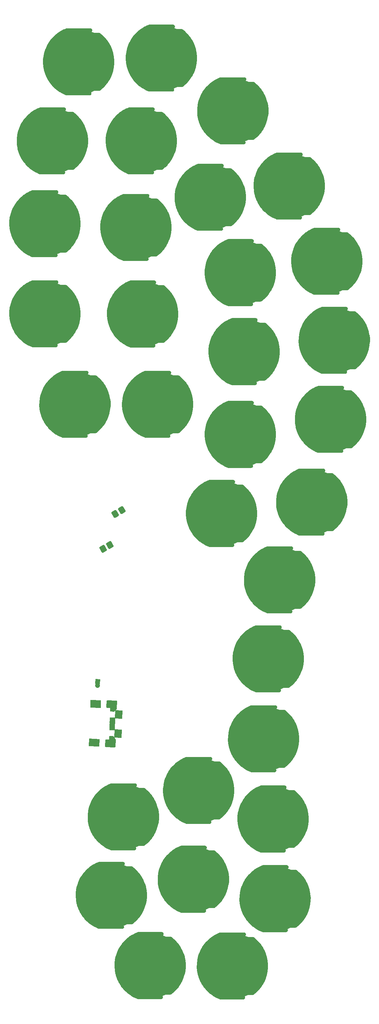
<source format=gts>
G04 #@! TF.GenerationSoftware,KiCad,Pcbnew,(5.0.0)*
G04 #@! TF.CreationDate,2019-11-18T10:46:29+01:00*
G04 #@! TF.ProjectId,Insole_PCB,496E736F6C655F5043422E6B69636164,rev?*
G04 #@! TF.SameCoordinates,Original*
G04 #@! TF.FileFunction,Soldermask,Top*
G04 #@! TF.FilePolarity,Negative*
%FSLAX46Y46*%
G04 Gerber Fmt 4.6, Leading zero omitted, Abs format (unit mm)*
G04 Created by KiCad (PCBNEW (5.0.0)) date 11/18/19 10:46:29*
%MOMM*%
%LPD*%
G01*
G04 APERTURE LIST*
%ADD10C,9.200000*%
%ADD11C,0.500000*%
%ADD12C,0.100000*%
%ADD13C,1.250000*%
%ADD14C,1.250000*%
%ADD15C,1.550000*%
%ADD16C,1.600000*%
%ADD17C,1.900000*%
%ADD18C,2.000000*%
%ADD19C,0.800000*%
G04 APERTURE END LIST*
D10*
G04 #@! TO.C,S0*
X184854328Y-119110707D02*
G75*
G03X184854328Y-119110707I-4104875J0D01*
G01*
G04 #@! TO.C,S1*
X176854328Y-95060707D02*
G75*
G03X176854328Y-95060707I-4104875J0D01*
G01*
G04 #@! TO.C,S2*
X176854328Y-71110707D02*
G75*
G03X176854328Y-71110707I-4104875J0D01*
G01*
G04 #@! TO.C,S3*
X178854328Y-49110707D02*
G75*
G03X178854328Y-49110707I-4104875J0D01*
G01*
G04 #@! TO.C,S4*
X185854328Y-28110707D02*
G75*
G03X185854328Y-28110707I-4104875J0D01*
G01*
G04 #@! TO.C,S5*
X202504328Y-49110707D02*
G75*
G03X202504328Y-49110707I-4104875J0D01*
G01*
G04 #@! TO.C,S6*
X201064328Y-72100707D02*
G75*
G03X201064328Y-72100707I-4104875J0D01*
G01*
G04 #@! TO.C,S7*
X202854328Y-95110707D02*
G75*
G03X202854328Y-95110707I-4104875J0D01*
G01*
G04 #@! TO.C,S8*
X207854328Y-27110707D02*
G75*
G03X207854328Y-27110707I-4104875J0D01*
G01*
G04 #@! TO.C,S9*
X226854328Y-41110707D02*
G75*
G03X226854328Y-41110707I-4104875J0D01*
G01*
G04 #@! TO.C,S10*
X220854328Y-64110707D02*
G75*
G03X220854328Y-64110707I-4104875J0D01*
G01*
G04 #@! TO.C,S11*
X241854328Y-61110707D02*
G75*
G03X241854328Y-61110707I-4104875J0D01*
G01*
G04 #@! TO.C,S12*
X228854328Y-84110707D02*
G75*
G03X228854328Y-84110707I-4104875J0D01*
G01*
G04 #@! TO.C,S13*
X251854328Y-81110707D02*
G75*
G03X251854328Y-81110707I-4104875J0D01*
G01*
G04 #@! TO.C,S14*
X206854328Y-119110707D02*
G75*
G03X206854328Y-119110707I-4104875J0D01*
G01*
G04 #@! TO.C,S15*
X229854328Y-105110707D02*
G75*
G03X229854328Y-105110707I-4104875J0D01*
G01*
G04 #@! TO.C,S16*
X253854328Y-102110707D02*
G75*
G03X253854328Y-102110707I-4104875J0D01*
G01*
G04 #@! TO.C,S17*
X252854328Y-123110707D02*
G75*
G03X252854328Y-123110707I-4104875J0D01*
G01*
G04 #@! TO.C,S18*
X228854328Y-127110707D02*
G75*
G03X228854328Y-127110707I-4104875J0D01*
G01*
G04 #@! TO.C,S19*
X223854328Y-148110707D02*
G75*
G03X223854328Y-148110707I-4104875J0D01*
G01*
G04 #@! TO.C,S20*
X247854328Y-145110707D02*
G75*
G03X247854328Y-145110707I-4104875J0D01*
G01*
G04 #@! TO.C,S21*
X239304328Y-165760707D02*
G75*
G03X239304328Y-165760707I-4104875J0D01*
G01*
G04 #@! TO.C,S22*
X236274328Y-186740707D02*
G75*
G03X236274328Y-186740707I-4104875J0D01*
G01*
G04 #@! TO.C,S23*
X235054328Y-207990707D02*
G75*
G03X235054328Y-207990707I-4104875J0D01*
G01*
G04 #@! TO.C,S24*
X197734328Y-228730707D02*
G75*
G03X197734328Y-228730707I-4104875J0D01*
G01*
G04 #@! TO.C,S25*
X194524328Y-249600707D02*
G75*
G03X194524328Y-249600707I-4104875J0D01*
G01*
G04 #@! TO.C,S26*
X204854328Y-268260707D02*
G75*
G03X204854328Y-268260707I-4104875J0D01*
G01*
G04 #@! TO.C,S27*
X226754328Y-268360707D02*
G75*
G03X226754328Y-268360707I-4104875J0D01*
G01*
G04 #@! TO.C,S28*
X238104328Y-250480707D02*
G75*
G03X238104328Y-250480707I-4104875J0D01*
G01*
G04 #@! TO.C,S29*
X216354328Y-245310707D02*
G75*
G03X216354328Y-245310707I-4104875J0D01*
G01*
G04 #@! TO.C,S30*
X237554328Y-229310707D02*
G75*
G03X237554328Y-229310707I-4104875J0D01*
G01*
G04 #@! TO.C,S31*
X217774328Y-221710707D02*
G75*
G03X217774328Y-221710707I-4104875J0D01*
G01*
G04 #@! TD*
D11*
G04 #@! TO.C,S0*
X189749453Y-119110707D03*
D12*
G36*
X186150838Y-111410712D02*
X186155027Y-111410741D01*
X186166204Y-111411131D01*
X186195456Y-111412972D01*
X186214869Y-111415150D01*
X186243802Y-111419836D01*
X186262916Y-111423898D01*
X186291253Y-111431385D01*
X186309874Y-111437292D01*
X186337346Y-111447508D01*
X186355314Y-111455209D01*
X186381657Y-111468058D01*
X186398776Y-111477470D01*
X186423740Y-111492828D01*
X186439869Y-111503872D01*
X186449628Y-111511280D01*
X186468936Y-111525793D01*
X186476601Y-111531853D01*
X187152837Y-112093874D01*
X187153907Y-112094769D01*
X187157110Y-112097469D01*
X187165440Y-112104899D01*
X187173594Y-112112590D01*
X187181801Y-112120119D01*
X187188836Y-112126896D01*
X187806999Y-112752224D01*
X187807989Y-112753232D01*
X187810913Y-112756232D01*
X187818467Y-112764428D01*
X187825829Y-112772876D01*
X187833262Y-112781169D01*
X187839603Y-112788600D01*
X188393786Y-113471255D01*
X188393634Y-113471378D01*
X188394518Y-113472453D01*
X188394660Y-113472339D01*
X188397269Y-113475598D01*
X188404022Y-113484536D01*
X188410494Y-113493619D01*
X188417109Y-113502635D01*
X188422694Y-113510650D01*
X188907625Y-114244137D01*
X188908395Y-114245310D01*
X188910681Y-114248821D01*
X188916511Y-114258348D01*
X188922034Y-114267966D01*
X188927764Y-114277627D01*
X188932543Y-114286155D01*
X189343582Y-115063462D01*
X189344220Y-115064678D01*
X189346153Y-115068395D01*
X189351037Y-115078466D01*
X189355621Y-115088632D01*
X189360358Y-115098759D01*
X189364282Y-115107710D01*
X189697509Y-115921418D01*
X189698043Y-115922736D01*
X189699603Y-115926624D01*
X189703464Y-115937081D01*
X189707041Y-115947667D01*
X189710757Y-115958178D01*
X189713791Y-115967475D01*
X189966023Y-116809817D01*
X189966412Y-116811135D01*
X189967586Y-116815156D01*
X189970423Y-116825991D01*
X189972944Y-116836853D01*
X189975622Y-116847698D01*
X189977733Y-116857242D01*
X190146564Y-117720178D01*
X190146824Y-117721534D01*
X190147600Y-117725651D01*
X190149363Y-117736693D01*
X190150810Y-117747728D01*
X190152422Y-117758820D01*
X190153590Y-117768519D01*
X190237407Y-118643810D01*
X190237536Y-118645211D01*
X190237906Y-118649384D01*
X190238582Y-118660531D01*
X190238945Y-118671669D01*
X190239466Y-118682834D01*
X190239682Y-118692608D01*
X190237685Y-119571901D01*
X190237678Y-119573261D01*
X190237640Y-119577450D01*
X190237224Y-119588648D01*
X190236497Y-119599802D01*
X190235926Y-119610947D01*
X190235189Y-119620686D01*
X190147398Y-120495589D01*
X190147255Y-120496963D01*
X190146808Y-120501128D01*
X190145303Y-120512219D01*
X190143486Y-120523278D01*
X190141836Y-120534275D01*
X190140151Y-120543899D01*
X189967403Y-121406059D01*
X189967129Y-121407403D01*
X189966278Y-121411504D01*
X189963697Y-121422402D01*
X189960799Y-121433271D01*
X189958095Y-121444011D01*
X189955478Y-121453430D01*
X189699423Y-122294618D01*
X189699023Y-122295915D01*
X189697776Y-122299914D01*
X189694141Y-122310519D01*
X189690197Y-122321049D01*
X189686453Y-122331489D01*
X189682932Y-122340601D01*
X189346013Y-123152788D01*
X189345492Y-123154032D01*
X189343861Y-123157890D01*
X189339206Y-123168093D01*
X189334259Y-123178177D01*
X189329510Y-123188211D01*
X189325114Y-123196941D01*
X188910548Y-123972373D01*
X188909877Y-123973618D01*
X188907876Y-123977298D01*
X188902274Y-123986948D01*
X188896422Y-123996412D01*
X188890669Y-124006013D01*
X188885440Y-124014275D01*
X188397183Y-124745553D01*
X188396418Y-124746690D01*
X188394068Y-124750158D01*
X188387525Y-124759254D01*
X188380784Y-124768092D01*
X188374117Y-124777093D01*
X188368105Y-124784807D01*
X187810818Y-125464949D01*
X187809949Y-125466002D01*
X187807272Y-125469224D01*
X187799871Y-125477641D01*
X187792240Y-125485844D01*
X187784785Y-125494086D01*
X187778050Y-125501177D01*
X187157053Y-126123691D01*
X187156066Y-126124673D01*
X187153087Y-126127618D01*
X187144917Y-126135255D01*
X187136868Y-126142367D01*
X187128962Y-126149580D01*
X187121577Y-126155994D01*
X186467962Y-126696132D01*
X186466878Y-126697021D01*
X186465486Y-126698155D01*
X186465320Y-126697951D01*
X186465170Y-126698073D01*
X186465336Y-126698276D01*
X186463700Y-126699610D01*
X186454786Y-126706471D01*
X186444379Y-126714024D01*
X186434144Y-126721569D01*
X186431997Y-126722995D01*
X186432003Y-126723004D01*
X186431087Y-126723669D01*
X186424446Y-126728011D01*
X186417845Y-126732395D01*
X186416880Y-126732970D01*
X186416874Y-126732960D01*
X186414703Y-126734380D01*
X186403700Y-126740827D01*
X186392703Y-126747383D01*
X186390304Y-126748659D01*
X186390312Y-126748673D01*
X186389340Y-126749242D01*
X186382442Y-126752842D01*
X186375530Y-126756519D01*
X186374509Y-126757000D01*
X186374502Y-126756985D01*
X186372098Y-126758240D01*
X186360455Y-126763612D01*
X186348932Y-126769035D01*
X186346536Y-126770022D01*
X186346540Y-126770032D01*
X186345522Y-126770502D01*
X186338222Y-126773448D01*
X186330818Y-126776499D01*
X186329750Y-126776879D01*
X186329746Y-126776869D01*
X186327362Y-126777831D01*
X186315380Y-126781996D01*
X186303259Y-126786313D01*
X186300699Y-126787086D01*
X186300704Y-126787099D01*
X186299639Y-126787469D01*
X186292130Y-126789674D01*
X186284587Y-126791952D01*
X186283493Y-126792225D01*
X186283490Y-126792211D01*
X186280926Y-126792964D01*
X186268507Y-126795961D01*
X186256112Y-126799052D01*
X186253520Y-126799565D01*
X186253523Y-126799578D01*
X186252429Y-126799842D01*
X186244720Y-126801308D01*
X186236949Y-126802847D01*
X186235832Y-126803012D01*
X186235830Y-126802999D01*
X186233236Y-126803492D01*
X186220624Y-126805257D01*
X186207941Y-126807130D01*
X186205358Y-126807383D01*
X186205360Y-126807394D01*
X186204247Y-126807550D01*
X186196368Y-126808264D01*
X186188460Y-126809038D01*
X186187331Y-126809093D01*
X186187330Y-126809082D01*
X186184756Y-126809315D01*
X186172024Y-126809842D01*
X186159225Y-126810468D01*
X186149453Y-126810707D01*
X177749453Y-126810707D01*
X177748068Y-126810702D01*
X177743879Y-126810673D01*
X177732702Y-126810283D01*
X177703450Y-126808442D01*
X177684037Y-126806264D01*
X177655104Y-126801578D01*
X177635990Y-126797516D01*
X177607653Y-126790029D01*
X177589032Y-126784122D01*
X177561560Y-126773906D01*
X177543592Y-126766205D01*
X177517249Y-126753356D01*
X177500130Y-126743944D01*
X177475166Y-126728586D01*
X177459041Y-126717546D01*
X177435695Y-126699825D01*
X177420732Y-126687269D01*
X177399226Y-126667355D01*
X177385549Y-126653389D01*
X177366090Y-126631471D01*
X177353849Y-126616246D01*
X177336621Y-126592534D01*
X177325922Y-126576184D01*
X177311090Y-126550904D01*
X177302036Y-126533586D01*
X177289742Y-126506979D01*
X177282422Y-126488861D01*
X177272783Y-126461181D01*
X177267267Y-126442438D01*
X177260375Y-126413950D01*
X177256713Y-126394755D01*
X177252634Y-126365731D01*
X177250864Y-126346276D01*
X177249636Y-126316992D01*
X177249772Y-126297450D01*
X177251408Y-126268185D01*
X177253450Y-126248750D01*
X177257934Y-126219786D01*
X177261863Y-126200646D01*
X177269152Y-126172257D01*
X177274931Y-126153590D01*
X177284956Y-126126047D01*
X177292527Y-126108035D01*
X177305191Y-126081603D01*
X177314487Y-126064412D01*
X177329671Y-126039341D01*
X177340596Y-126023145D01*
X177358153Y-125999676D01*
X177370609Y-125984618D01*
X177390373Y-125962974D01*
X177404236Y-125949208D01*
X177426017Y-125929596D01*
X177441163Y-125917244D01*
X177464755Y-125899851D01*
X177481027Y-125889039D01*
X177506203Y-125874031D01*
X177523453Y-125864859D01*
X177549973Y-125852379D01*
X177568041Y-125844932D01*
X177595652Y-125835100D01*
X177614358Y-125829452D01*
X177642798Y-125822361D01*
X177661970Y-125818565D01*
X177690965Y-125814284D01*
X177710407Y-125812378D01*
X177739682Y-125810946D01*
X177749453Y-125810707D01*
X185969589Y-125810707D01*
X186466049Y-125400439D01*
X187052810Y-124812246D01*
X187381818Y-124410707D01*
X175649453Y-124410707D01*
X175648068Y-124410702D01*
X175643879Y-124410673D01*
X175632702Y-124410283D01*
X175603450Y-124408442D01*
X175584037Y-124406264D01*
X175555104Y-124401578D01*
X175535990Y-124397516D01*
X175507653Y-124390029D01*
X175489032Y-124384122D01*
X175461560Y-124373906D01*
X175443592Y-124366205D01*
X175417249Y-124353356D01*
X175400130Y-124343944D01*
X175375166Y-124328586D01*
X175359041Y-124317546D01*
X175335695Y-124299825D01*
X175320732Y-124287269D01*
X175299226Y-124267355D01*
X175285549Y-124253389D01*
X175266090Y-124231471D01*
X175253849Y-124216246D01*
X175236621Y-124192534D01*
X175225922Y-124176184D01*
X175211090Y-124150904D01*
X175202036Y-124133586D01*
X175189742Y-124106979D01*
X175182422Y-124088861D01*
X175172783Y-124061181D01*
X175167267Y-124042438D01*
X175160375Y-124013950D01*
X175156713Y-123994755D01*
X175152634Y-123965731D01*
X175150864Y-123946276D01*
X175149636Y-123916992D01*
X175149772Y-123897450D01*
X175151408Y-123868185D01*
X175153450Y-123848750D01*
X175157934Y-123819786D01*
X175161863Y-123800646D01*
X175169152Y-123772257D01*
X175174931Y-123753590D01*
X175184956Y-123726047D01*
X175192527Y-123708035D01*
X175205191Y-123681603D01*
X175214487Y-123664412D01*
X175229671Y-123639341D01*
X175240596Y-123623145D01*
X175258153Y-123599676D01*
X175270609Y-123584618D01*
X175290373Y-123562974D01*
X175304236Y-123549208D01*
X175326017Y-123529596D01*
X175341163Y-123517244D01*
X175364755Y-123499851D01*
X175381027Y-123489039D01*
X175406203Y-123474031D01*
X175423453Y-123464859D01*
X175449973Y-123452379D01*
X175468041Y-123444932D01*
X175495652Y-123435100D01*
X175514358Y-123429452D01*
X175542798Y-123422361D01*
X175561970Y-123418565D01*
X175590965Y-123414284D01*
X175610407Y-123412378D01*
X175639682Y-123410946D01*
X175649453Y-123410707D01*
X188076886Y-123410707D01*
X188431707Y-122747027D01*
X188737153Y-122010707D01*
X174249453Y-122010707D01*
X174248068Y-122010702D01*
X174243879Y-122010673D01*
X174232702Y-122010283D01*
X174203450Y-122008442D01*
X174184037Y-122006264D01*
X174155104Y-122001578D01*
X174135990Y-121997516D01*
X174107653Y-121990029D01*
X174089032Y-121984122D01*
X174061560Y-121973906D01*
X174043592Y-121966205D01*
X174017249Y-121953356D01*
X174000130Y-121943944D01*
X173975166Y-121928586D01*
X173959041Y-121917546D01*
X173935695Y-121899825D01*
X173920732Y-121887269D01*
X173899226Y-121867355D01*
X173885549Y-121853389D01*
X173866090Y-121831471D01*
X173853849Y-121816246D01*
X173836621Y-121792534D01*
X173825922Y-121776184D01*
X173811090Y-121750904D01*
X173802036Y-121733586D01*
X173789742Y-121706979D01*
X173782422Y-121688861D01*
X173772783Y-121661181D01*
X173767267Y-121642438D01*
X173760375Y-121613950D01*
X173756713Y-121594755D01*
X173752634Y-121565731D01*
X173750864Y-121546276D01*
X173749636Y-121516992D01*
X173749772Y-121497450D01*
X173751408Y-121468185D01*
X173753450Y-121448750D01*
X173757934Y-121419786D01*
X173761863Y-121400646D01*
X173769152Y-121372257D01*
X173774931Y-121353590D01*
X173784956Y-121326047D01*
X173792527Y-121308035D01*
X173805191Y-121281603D01*
X173814487Y-121264412D01*
X173829671Y-121239341D01*
X173840596Y-121223145D01*
X173858153Y-121199676D01*
X173870609Y-121184618D01*
X173890373Y-121162974D01*
X173904236Y-121149208D01*
X173926017Y-121129596D01*
X173941163Y-121117244D01*
X173964755Y-121099851D01*
X173981027Y-121089039D01*
X174006203Y-121074031D01*
X174023453Y-121064859D01*
X174049973Y-121052379D01*
X174068041Y-121044932D01*
X174095652Y-121035100D01*
X174114358Y-121029452D01*
X174142798Y-121022361D01*
X174161970Y-121018565D01*
X174190965Y-121014284D01*
X174210407Y-121012378D01*
X174239682Y-121010946D01*
X174249453Y-121010707D01*
X189026744Y-121010707D01*
X189154834Y-120371427D01*
X189231168Y-119610707D01*
X172849453Y-119610707D01*
X172848068Y-119610702D01*
X172843879Y-119610673D01*
X172832702Y-119610283D01*
X172803450Y-119608442D01*
X172784037Y-119606264D01*
X172755104Y-119601578D01*
X172735990Y-119597516D01*
X172707653Y-119590029D01*
X172689032Y-119584122D01*
X172661560Y-119573906D01*
X172643592Y-119566205D01*
X172617249Y-119553356D01*
X172600130Y-119543944D01*
X172575166Y-119528586D01*
X172559041Y-119517546D01*
X172535695Y-119499825D01*
X172520732Y-119487269D01*
X172499226Y-119467355D01*
X172485549Y-119453389D01*
X172466090Y-119431471D01*
X172453849Y-119416246D01*
X172436621Y-119392534D01*
X172425922Y-119376184D01*
X172411090Y-119350904D01*
X172402036Y-119333586D01*
X172389742Y-119306979D01*
X172382422Y-119288861D01*
X172372783Y-119261181D01*
X172367267Y-119242438D01*
X172360375Y-119213950D01*
X172356713Y-119194755D01*
X172352634Y-119165731D01*
X172350864Y-119146276D01*
X172349636Y-119116992D01*
X172349772Y-119097450D01*
X172351408Y-119068185D01*
X172353450Y-119048750D01*
X172357934Y-119019786D01*
X172361863Y-119000646D01*
X172369152Y-118972257D01*
X172374931Y-118953590D01*
X172384956Y-118926047D01*
X172392527Y-118908035D01*
X172405191Y-118881603D01*
X172414487Y-118864412D01*
X172429671Y-118839341D01*
X172440596Y-118823145D01*
X172458153Y-118799676D01*
X172470609Y-118784618D01*
X172490373Y-118762974D01*
X172504236Y-118749208D01*
X172526017Y-118729596D01*
X172541163Y-118717244D01*
X172564755Y-118699851D01*
X172581027Y-118689039D01*
X172606203Y-118674031D01*
X172623453Y-118664859D01*
X172649973Y-118652379D01*
X172668041Y-118644932D01*
X172695652Y-118635100D01*
X172714358Y-118629452D01*
X172742798Y-118622361D01*
X172761970Y-118618565D01*
X172790965Y-118614284D01*
X172810407Y-118612378D01*
X172839682Y-118610946D01*
X172849453Y-118610707D01*
X189229663Y-118610707D01*
X189160475Y-117888188D01*
X189027928Y-117210707D01*
X174149453Y-117210707D01*
X174148068Y-117210702D01*
X174143879Y-117210673D01*
X174132702Y-117210283D01*
X174103450Y-117208442D01*
X174084037Y-117206264D01*
X174055104Y-117201578D01*
X174035990Y-117197516D01*
X174007653Y-117190029D01*
X173989032Y-117184122D01*
X173961560Y-117173906D01*
X173943592Y-117166205D01*
X173917249Y-117153356D01*
X173900130Y-117143944D01*
X173875166Y-117128586D01*
X173859041Y-117117546D01*
X173835695Y-117099825D01*
X173820732Y-117087269D01*
X173799226Y-117067355D01*
X173785549Y-117053389D01*
X173766090Y-117031471D01*
X173753849Y-117016246D01*
X173736621Y-116992534D01*
X173725922Y-116976184D01*
X173711090Y-116950904D01*
X173702036Y-116933586D01*
X173689742Y-116906979D01*
X173682422Y-116888861D01*
X173672783Y-116861181D01*
X173667267Y-116842438D01*
X173660375Y-116813950D01*
X173656713Y-116794755D01*
X173652634Y-116765731D01*
X173650864Y-116746276D01*
X173649636Y-116716992D01*
X173649772Y-116697450D01*
X173651408Y-116668185D01*
X173653450Y-116648750D01*
X173657934Y-116619786D01*
X173661863Y-116600646D01*
X173669152Y-116572257D01*
X173674931Y-116553590D01*
X173684956Y-116526047D01*
X173692527Y-116508035D01*
X173705191Y-116481603D01*
X173714487Y-116464412D01*
X173729671Y-116439341D01*
X173740596Y-116423145D01*
X173758153Y-116399676D01*
X173770609Y-116384618D01*
X173790373Y-116362974D01*
X173804236Y-116349208D01*
X173826017Y-116329596D01*
X173841163Y-116317244D01*
X173864755Y-116299851D01*
X173881027Y-116289039D01*
X173906203Y-116274031D01*
X173923453Y-116264859D01*
X173949973Y-116252379D01*
X173968041Y-116244932D01*
X173995652Y-116235100D01*
X174014358Y-116229452D01*
X174042798Y-116222361D01*
X174061970Y-116218565D01*
X174090965Y-116214284D01*
X174110407Y-116212378D01*
X174139682Y-116210946D01*
X174149453Y-116210707D01*
X188735373Y-116210707D01*
X188448137Y-115509306D01*
X188078719Y-114810707D01*
X175549453Y-114810707D01*
X175548068Y-114810702D01*
X175543879Y-114810673D01*
X175532702Y-114810283D01*
X175503450Y-114808442D01*
X175484037Y-114806264D01*
X175455104Y-114801578D01*
X175435990Y-114797516D01*
X175407653Y-114790029D01*
X175389032Y-114784122D01*
X175361560Y-114773906D01*
X175343592Y-114766205D01*
X175317249Y-114753356D01*
X175300130Y-114743944D01*
X175275166Y-114728586D01*
X175259041Y-114717546D01*
X175235695Y-114699825D01*
X175220732Y-114687269D01*
X175199226Y-114667355D01*
X175185549Y-114653389D01*
X175166090Y-114631471D01*
X175153849Y-114616246D01*
X175136621Y-114592534D01*
X175125922Y-114576184D01*
X175111090Y-114550904D01*
X175102036Y-114533586D01*
X175089742Y-114506979D01*
X175082422Y-114488861D01*
X175072783Y-114461181D01*
X175067267Y-114442438D01*
X175060375Y-114413950D01*
X175056713Y-114394755D01*
X175052634Y-114365731D01*
X175050864Y-114346276D01*
X175049636Y-114316992D01*
X175049772Y-114297450D01*
X175051408Y-114268185D01*
X175053450Y-114248750D01*
X175057934Y-114219786D01*
X175061863Y-114200646D01*
X175069152Y-114172257D01*
X175074931Y-114153590D01*
X175084956Y-114126047D01*
X175092527Y-114108035D01*
X175105191Y-114081603D01*
X175114487Y-114064412D01*
X175129671Y-114039341D01*
X175140596Y-114023145D01*
X175158153Y-113999676D01*
X175170609Y-113984618D01*
X175190373Y-113962974D01*
X175204236Y-113949208D01*
X175226017Y-113929596D01*
X175241163Y-113917244D01*
X175264755Y-113899851D01*
X175281027Y-113889039D01*
X175306203Y-113874031D01*
X175323453Y-113864859D01*
X175349973Y-113852379D01*
X175368041Y-113844932D01*
X175395652Y-113835100D01*
X175414358Y-113829452D01*
X175442798Y-113822361D01*
X175461970Y-113818565D01*
X175490965Y-113814284D01*
X175510407Y-113812378D01*
X175539682Y-113810946D01*
X175549453Y-113810707D01*
X187381323Y-113810707D01*
X187078642Y-113437858D01*
X186494854Y-112847303D01*
X185969532Y-112410707D01*
X177649453Y-112410707D01*
X177648068Y-112410702D01*
X177643879Y-112410673D01*
X177632702Y-112410283D01*
X177603450Y-112408442D01*
X177584037Y-112406264D01*
X177555104Y-112401578D01*
X177535990Y-112397516D01*
X177507653Y-112390029D01*
X177489032Y-112384122D01*
X177461560Y-112373906D01*
X177443592Y-112366205D01*
X177417249Y-112353356D01*
X177400130Y-112343944D01*
X177375166Y-112328586D01*
X177359041Y-112317546D01*
X177335695Y-112299825D01*
X177320732Y-112287269D01*
X177299226Y-112267355D01*
X177285549Y-112253389D01*
X177266090Y-112231471D01*
X177253849Y-112216246D01*
X177236621Y-112192534D01*
X177225922Y-112176184D01*
X177211090Y-112150904D01*
X177202036Y-112133586D01*
X177189742Y-112106979D01*
X177182422Y-112088861D01*
X177172783Y-112061181D01*
X177167267Y-112042438D01*
X177160375Y-112013950D01*
X177156713Y-111994755D01*
X177152634Y-111965731D01*
X177150864Y-111946276D01*
X177149636Y-111916992D01*
X177149772Y-111897450D01*
X177151408Y-111868185D01*
X177153450Y-111848750D01*
X177157934Y-111819786D01*
X177161863Y-111800646D01*
X177169152Y-111772257D01*
X177174931Y-111753590D01*
X177184956Y-111726047D01*
X177192527Y-111708035D01*
X177205191Y-111681603D01*
X177214487Y-111664412D01*
X177229671Y-111639341D01*
X177240596Y-111623145D01*
X177258153Y-111599676D01*
X177270609Y-111584618D01*
X177290373Y-111562974D01*
X177304236Y-111549208D01*
X177326017Y-111529596D01*
X177341163Y-111517244D01*
X177364755Y-111499851D01*
X177381027Y-111489039D01*
X177406203Y-111474031D01*
X177423453Y-111464859D01*
X177449973Y-111452379D01*
X177468041Y-111444932D01*
X177495652Y-111435100D01*
X177514358Y-111429452D01*
X177542798Y-111422361D01*
X177561970Y-111418565D01*
X177590965Y-111414284D01*
X177610407Y-111412378D01*
X177639682Y-111410946D01*
X177649453Y-111410707D01*
X186149453Y-111410707D01*
X186150838Y-111410712D01*
X186150838Y-111410712D01*
G37*
D11*
X171749453Y-119110707D03*
D12*
G36*
X183850838Y-110210712D02*
X183855027Y-110210741D01*
X183866204Y-110211131D01*
X183895456Y-110212972D01*
X183914869Y-110215150D01*
X183943802Y-110219836D01*
X183962916Y-110223898D01*
X183991253Y-110231385D01*
X184009874Y-110237292D01*
X184037346Y-110247508D01*
X184055314Y-110255209D01*
X184081657Y-110268058D01*
X184098776Y-110277470D01*
X184123740Y-110292828D01*
X184139865Y-110303868D01*
X184163211Y-110321589D01*
X184178174Y-110334145D01*
X184199680Y-110354059D01*
X184213357Y-110368025D01*
X184232816Y-110389943D01*
X184245057Y-110405168D01*
X184262285Y-110428880D01*
X184272984Y-110445230D01*
X184287816Y-110470510D01*
X184296870Y-110487828D01*
X184309164Y-110514435D01*
X184316484Y-110532553D01*
X184326123Y-110560233D01*
X184331639Y-110578976D01*
X184338531Y-110607464D01*
X184342193Y-110626659D01*
X184346272Y-110655683D01*
X184348042Y-110675138D01*
X184349270Y-110704422D01*
X184349134Y-110723964D01*
X184347498Y-110753229D01*
X184345456Y-110772664D01*
X184340972Y-110801628D01*
X184337043Y-110820768D01*
X184329754Y-110849157D01*
X184323975Y-110867824D01*
X184313950Y-110895367D01*
X184306379Y-110913379D01*
X184293715Y-110939811D01*
X184284419Y-110957002D01*
X184269235Y-110982073D01*
X184258310Y-110998269D01*
X184240753Y-111021738D01*
X184228297Y-111036796D01*
X184208533Y-111058440D01*
X184194670Y-111072206D01*
X184172889Y-111091818D01*
X184157743Y-111104170D01*
X184134151Y-111121563D01*
X184117879Y-111132375D01*
X184092703Y-111147383D01*
X184075453Y-111156555D01*
X184048933Y-111169035D01*
X184030865Y-111176482D01*
X184003254Y-111186314D01*
X183984548Y-111191962D01*
X183956108Y-111199053D01*
X183936936Y-111202849D01*
X183907941Y-111207130D01*
X183888499Y-111209036D01*
X183859224Y-111210468D01*
X183849453Y-111210707D01*
X177649838Y-111210707D01*
X177225773Y-111388136D01*
X176485516Y-111771101D01*
X175789632Y-112222228D01*
X175302199Y-112610707D01*
X185749453Y-112610707D01*
X185750838Y-112610712D01*
X185755027Y-112610741D01*
X185766204Y-112611131D01*
X185795456Y-112612972D01*
X185814869Y-112615150D01*
X185843802Y-112619836D01*
X185862916Y-112623898D01*
X185891253Y-112631385D01*
X185909874Y-112637292D01*
X185937346Y-112647508D01*
X185955314Y-112655209D01*
X185981657Y-112668058D01*
X185998776Y-112677470D01*
X186023740Y-112692828D01*
X186039865Y-112703868D01*
X186063211Y-112721589D01*
X186078174Y-112734145D01*
X186099680Y-112754059D01*
X186113357Y-112768025D01*
X186132816Y-112789943D01*
X186145057Y-112805168D01*
X186162285Y-112828880D01*
X186172984Y-112845230D01*
X186187816Y-112870510D01*
X186196870Y-112887828D01*
X186209164Y-112914435D01*
X186216484Y-112932553D01*
X186226123Y-112960233D01*
X186231639Y-112978976D01*
X186238531Y-113007464D01*
X186242193Y-113026659D01*
X186246272Y-113055683D01*
X186248042Y-113075138D01*
X186249270Y-113104422D01*
X186249134Y-113123964D01*
X186247498Y-113153229D01*
X186245456Y-113172664D01*
X186240972Y-113201628D01*
X186237043Y-113220768D01*
X186229754Y-113249157D01*
X186223975Y-113267824D01*
X186213950Y-113295367D01*
X186206379Y-113313379D01*
X186193715Y-113339811D01*
X186184419Y-113357002D01*
X186169235Y-113382073D01*
X186158310Y-113398269D01*
X186140753Y-113421738D01*
X186128297Y-113436796D01*
X186108533Y-113458440D01*
X186094670Y-113472206D01*
X186072889Y-113491818D01*
X186057743Y-113504170D01*
X186034151Y-113521563D01*
X186017879Y-113532375D01*
X185992703Y-113547383D01*
X185975453Y-113556555D01*
X185948933Y-113569035D01*
X185930865Y-113576482D01*
X185903254Y-113586314D01*
X185884548Y-113591962D01*
X185856108Y-113599053D01*
X185836936Y-113602849D01*
X185807941Y-113607130D01*
X185788499Y-113609036D01*
X185759224Y-113610468D01*
X185749453Y-113610707D01*
X174297329Y-113610707D01*
X174010333Y-113949774D01*
X173538881Y-114632022D01*
X173328579Y-115010707D01*
X187649453Y-115010707D01*
X187650838Y-115010712D01*
X187655027Y-115010741D01*
X187666204Y-115011131D01*
X187695456Y-115012972D01*
X187714869Y-115015150D01*
X187743802Y-115019836D01*
X187762916Y-115023898D01*
X187791253Y-115031385D01*
X187809874Y-115037292D01*
X187837346Y-115047508D01*
X187855314Y-115055209D01*
X187881657Y-115068058D01*
X187898776Y-115077470D01*
X187923740Y-115092828D01*
X187939865Y-115103868D01*
X187963211Y-115121589D01*
X187978174Y-115134145D01*
X187999680Y-115154059D01*
X188013357Y-115168025D01*
X188032816Y-115189943D01*
X188045057Y-115205168D01*
X188062285Y-115228880D01*
X188072984Y-115245230D01*
X188087816Y-115270510D01*
X188096870Y-115287828D01*
X188109164Y-115314435D01*
X188116484Y-115332553D01*
X188126123Y-115360233D01*
X188131639Y-115378976D01*
X188138531Y-115407464D01*
X188142193Y-115426659D01*
X188146272Y-115455683D01*
X188148042Y-115475138D01*
X188149270Y-115504422D01*
X188149134Y-115523964D01*
X188147498Y-115553229D01*
X188145456Y-115572664D01*
X188140972Y-115601628D01*
X188137043Y-115620768D01*
X188129754Y-115649157D01*
X188123975Y-115667824D01*
X188113950Y-115695367D01*
X188106379Y-115713379D01*
X188093715Y-115739811D01*
X188084419Y-115757002D01*
X188069235Y-115782073D01*
X188058310Y-115798269D01*
X188040753Y-115821738D01*
X188028297Y-115836796D01*
X188008533Y-115858440D01*
X187994670Y-115872206D01*
X187972889Y-115891818D01*
X187957743Y-115904170D01*
X187934151Y-115921563D01*
X187917879Y-115932375D01*
X187892703Y-115947383D01*
X187875453Y-115956555D01*
X187848933Y-115969035D01*
X187830865Y-115976482D01*
X187803254Y-115986314D01*
X187784548Y-115991962D01*
X187756108Y-115999053D01*
X187736936Y-116002849D01*
X187707941Y-116007130D01*
X187688499Y-116009036D01*
X187659224Y-116010468D01*
X187649453Y-116010707D01*
X172852761Y-116010707D01*
X172806289Y-116117863D01*
X172552147Y-116907268D01*
X172442880Y-117410707D01*
X188449453Y-117410707D01*
X188450838Y-117410712D01*
X188455027Y-117410741D01*
X188466204Y-117411131D01*
X188495456Y-117412972D01*
X188514869Y-117415150D01*
X188543802Y-117419836D01*
X188562916Y-117423898D01*
X188591253Y-117431385D01*
X188609874Y-117437292D01*
X188637346Y-117447508D01*
X188655314Y-117455209D01*
X188681657Y-117468058D01*
X188698776Y-117477470D01*
X188723740Y-117492828D01*
X188739865Y-117503868D01*
X188763211Y-117521589D01*
X188778174Y-117534145D01*
X188799680Y-117554059D01*
X188813357Y-117568025D01*
X188832816Y-117589943D01*
X188845057Y-117605168D01*
X188862285Y-117628880D01*
X188872984Y-117645230D01*
X188887816Y-117670510D01*
X188896870Y-117687828D01*
X188909164Y-117714435D01*
X188916484Y-117732553D01*
X188926123Y-117760233D01*
X188931639Y-117778976D01*
X188938531Y-117807464D01*
X188942193Y-117826659D01*
X188946272Y-117855683D01*
X188948042Y-117875138D01*
X188949270Y-117904422D01*
X188949134Y-117923964D01*
X188947498Y-117953229D01*
X188945456Y-117972664D01*
X188940972Y-118001628D01*
X188937043Y-118020768D01*
X188929754Y-118049157D01*
X188923975Y-118067824D01*
X188913950Y-118095367D01*
X188906379Y-118113379D01*
X188893715Y-118139811D01*
X188884419Y-118157002D01*
X188869235Y-118182073D01*
X188858310Y-118198269D01*
X188840753Y-118221738D01*
X188828297Y-118236796D01*
X188808533Y-118258440D01*
X188794670Y-118272206D01*
X188772889Y-118291818D01*
X188757743Y-118304170D01*
X188734151Y-118321563D01*
X188717879Y-118332375D01*
X188692703Y-118347383D01*
X188675453Y-118356555D01*
X188648933Y-118369035D01*
X188630865Y-118376482D01*
X188603254Y-118386314D01*
X188584548Y-118391962D01*
X188556108Y-118399053D01*
X188536936Y-118402849D01*
X188507941Y-118407130D01*
X188488499Y-118409036D01*
X188459224Y-118410468D01*
X188449453Y-118410707D01*
X172295510Y-118410707D01*
X172280281Y-118541415D01*
X172265148Y-119370591D01*
X172300207Y-119810707D01*
X188449453Y-119810707D01*
X188450838Y-119810712D01*
X188455027Y-119810741D01*
X188466204Y-119811131D01*
X188495456Y-119812972D01*
X188514869Y-119815150D01*
X188543802Y-119819836D01*
X188562916Y-119823898D01*
X188591253Y-119831385D01*
X188609874Y-119837292D01*
X188637346Y-119847508D01*
X188655314Y-119855209D01*
X188681657Y-119868058D01*
X188698776Y-119877470D01*
X188723740Y-119892828D01*
X188739865Y-119903868D01*
X188763211Y-119921589D01*
X188778174Y-119934145D01*
X188799680Y-119954059D01*
X188813357Y-119968025D01*
X188832816Y-119989943D01*
X188845057Y-120005168D01*
X188862285Y-120028880D01*
X188872984Y-120045230D01*
X188887816Y-120070510D01*
X188896870Y-120087828D01*
X188909164Y-120114435D01*
X188916484Y-120132553D01*
X188926123Y-120160233D01*
X188931639Y-120178976D01*
X188938531Y-120207464D01*
X188942193Y-120226659D01*
X188946272Y-120255683D01*
X188948042Y-120275138D01*
X188949270Y-120304422D01*
X188949134Y-120323964D01*
X188947498Y-120353229D01*
X188945456Y-120372664D01*
X188940972Y-120401628D01*
X188937043Y-120420768D01*
X188929754Y-120449157D01*
X188923975Y-120467824D01*
X188913950Y-120495367D01*
X188906379Y-120513379D01*
X188893715Y-120539811D01*
X188884419Y-120557002D01*
X188869235Y-120582073D01*
X188858310Y-120598269D01*
X188840753Y-120621738D01*
X188828297Y-120636796D01*
X188808533Y-120658440D01*
X188794670Y-120672206D01*
X188772889Y-120691818D01*
X188757743Y-120704170D01*
X188734151Y-120721563D01*
X188717879Y-120732375D01*
X188692703Y-120747383D01*
X188675453Y-120756555D01*
X188648933Y-120769035D01*
X188630865Y-120776482D01*
X188603254Y-120786314D01*
X188584548Y-120791962D01*
X188556108Y-120799053D01*
X188536936Y-120802849D01*
X188507941Y-120807130D01*
X188488499Y-120809036D01*
X188459224Y-120810468D01*
X188449453Y-120810707D01*
X172440871Y-120810707D01*
X172477208Y-121013583D01*
X172702374Y-121811725D01*
X172858368Y-122210707D01*
X187649453Y-122210707D01*
X187650838Y-122210712D01*
X187655027Y-122210741D01*
X187666204Y-122211131D01*
X187695456Y-122212972D01*
X187714869Y-122215150D01*
X187743802Y-122219836D01*
X187762916Y-122223898D01*
X187791253Y-122231385D01*
X187809874Y-122237292D01*
X187837346Y-122247508D01*
X187855314Y-122255209D01*
X187881657Y-122268058D01*
X187898776Y-122277470D01*
X187923740Y-122292828D01*
X187939865Y-122303868D01*
X187963211Y-122321589D01*
X187978174Y-122334145D01*
X187999680Y-122354059D01*
X188013357Y-122368025D01*
X188032816Y-122389943D01*
X188045057Y-122405168D01*
X188062285Y-122428880D01*
X188072984Y-122445230D01*
X188087816Y-122470510D01*
X188096870Y-122487828D01*
X188109164Y-122514435D01*
X188116484Y-122532553D01*
X188126123Y-122560233D01*
X188131639Y-122578976D01*
X188138531Y-122607464D01*
X188142193Y-122626659D01*
X188146272Y-122655683D01*
X188148042Y-122675138D01*
X188149270Y-122704422D01*
X188149134Y-122723964D01*
X188147498Y-122753229D01*
X188145456Y-122772664D01*
X188140972Y-122801628D01*
X188137043Y-122820768D01*
X188129754Y-122849157D01*
X188123975Y-122867824D01*
X188113950Y-122895367D01*
X188106379Y-122913379D01*
X188093715Y-122939811D01*
X188084419Y-122957002D01*
X188069235Y-122982073D01*
X188058310Y-122998269D01*
X188040753Y-123021738D01*
X188028297Y-123036796D01*
X188008533Y-123058440D01*
X187994670Y-123072206D01*
X187972889Y-123091818D01*
X187957743Y-123104170D01*
X187934151Y-123121563D01*
X187917879Y-123132375D01*
X187892703Y-123147383D01*
X187875453Y-123156555D01*
X187848933Y-123169035D01*
X187830865Y-123176482D01*
X187803254Y-123186314D01*
X187784548Y-123191962D01*
X187756108Y-123199053D01*
X187736936Y-123202849D01*
X187707941Y-123207130D01*
X187688499Y-123209036D01*
X187659224Y-123210468D01*
X187649453Y-123210707D01*
X173323002Y-123210707D01*
X173380263Y-123323310D01*
X173826506Y-124022303D01*
X174288778Y-124610707D01*
X185649453Y-124610707D01*
X185650838Y-124610712D01*
X185655027Y-124610741D01*
X185666204Y-124611131D01*
X185695456Y-124612972D01*
X185714869Y-124615150D01*
X185743802Y-124619836D01*
X185762916Y-124623898D01*
X185791253Y-124631385D01*
X185809874Y-124637292D01*
X185837346Y-124647508D01*
X185855314Y-124655209D01*
X185881657Y-124668058D01*
X185898776Y-124677470D01*
X185923740Y-124692828D01*
X185939865Y-124703868D01*
X185963211Y-124721589D01*
X185978174Y-124734145D01*
X185999680Y-124754059D01*
X186013357Y-124768025D01*
X186032816Y-124789943D01*
X186045057Y-124805168D01*
X186062285Y-124828880D01*
X186072984Y-124845230D01*
X186087816Y-124870510D01*
X186096870Y-124887828D01*
X186109164Y-124914435D01*
X186116484Y-124932553D01*
X186126123Y-124960233D01*
X186131639Y-124978976D01*
X186138531Y-125007464D01*
X186142193Y-125026659D01*
X186146272Y-125055683D01*
X186148042Y-125075138D01*
X186149270Y-125104422D01*
X186149134Y-125123964D01*
X186147498Y-125153229D01*
X186145456Y-125172664D01*
X186140972Y-125201628D01*
X186137043Y-125220768D01*
X186129754Y-125249157D01*
X186123975Y-125267824D01*
X186113950Y-125295367D01*
X186106379Y-125313379D01*
X186093715Y-125339811D01*
X186084419Y-125357002D01*
X186069235Y-125382073D01*
X186058310Y-125398269D01*
X186040753Y-125421738D01*
X186028297Y-125436796D01*
X186008533Y-125458440D01*
X185994670Y-125472206D01*
X185972889Y-125491818D01*
X185957743Y-125504170D01*
X185934151Y-125521563D01*
X185917879Y-125532375D01*
X185892703Y-125547383D01*
X185875453Y-125556555D01*
X185848933Y-125569035D01*
X185830865Y-125576482D01*
X185803254Y-125586314D01*
X185784548Y-125591962D01*
X185756108Y-125599053D01*
X185736936Y-125602849D01*
X185707941Y-125607130D01*
X185688499Y-125609036D01*
X185659224Y-125610468D01*
X185649453Y-125610707D01*
X175305221Y-125610707D01*
X175541590Y-125813626D01*
X176220537Y-126289837D01*
X176942712Y-126697517D01*
X177651283Y-127010707D01*
X183649453Y-127010707D01*
X183650838Y-127010712D01*
X183655027Y-127010741D01*
X183666204Y-127011131D01*
X183695456Y-127012972D01*
X183714869Y-127015150D01*
X183743802Y-127019836D01*
X183762916Y-127023898D01*
X183791253Y-127031385D01*
X183809874Y-127037292D01*
X183837346Y-127047508D01*
X183855314Y-127055209D01*
X183881657Y-127068058D01*
X183898776Y-127077470D01*
X183923740Y-127092828D01*
X183939865Y-127103868D01*
X183963211Y-127121589D01*
X183978174Y-127134145D01*
X183999680Y-127154059D01*
X184013357Y-127168025D01*
X184032816Y-127189943D01*
X184045057Y-127205168D01*
X184062285Y-127228880D01*
X184072984Y-127245230D01*
X184087816Y-127270510D01*
X184096870Y-127287828D01*
X184109164Y-127314435D01*
X184116484Y-127332553D01*
X184126123Y-127360233D01*
X184131639Y-127378976D01*
X184138531Y-127407464D01*
X184142193Y-127426659D01*
X184146272Y-127455683D01*
X184148042Y-127475138D01*
X184149270Y-127504422D01*
X184149134Y-127523964D01*
X184147498Y-127553229D01*
X184145456Y-127572664D01*
X184140972Y-127601628D01*
X184137043Y-127620768D01*
X184129754Y-127649157D01*
X184123975Y-127667824D01*
X184113950Y-127695367D01*
X184106379Y-127713379D01*
X184093715Y-127739811D01*
X184084419Y-127757002D01*
X184069235Y-127782073D01*
X184058310Y-127798269D01*
X184040753Y-127821738D01*
X184028297Y-127836796D01*
X184008533Y-127858440D01*
X183994670Y-127872206D01*
X183972889Y-127891818D01*
X183957743Y-127904170D01*
X183934151Y-127921563D01*
X183917879Y-127932375D01*
X183892703Y-127947383D01*
X183875453Y-127956555D01*
X183848933Y-127969035D01*
X183830865Y-127976482D01*
X183803254Y-127986314D01*
X183784548Y-127991962D01*
X183756108Y-127999053D01*
X183736936Y-128002849D01*
X183707941Y-128007130D01*
X183688499Y-128009036D01*
X183659224Y-128010468D01*
X183649453Y-128010707D01*
X177549453Y-128010707D01*
X177548068Y-128010702D01*
X177543879Y-128010673D01*
X177532702Y-128010283D01*
X177503450Y-128008442D01*
X177484037Y-128006264D01*
X177455104Y-128001578D01*
X177435990Y-127997516D01*
X177407653Y-127990029D01*
X177389032Y-127984122D01*
X177361560Y-127973906D01*
X177357391Y-127972119D01*
X177355704Y-127971563D01*
X177328349Y-127961037D01*
X177319320Y-127957307D01*
X176516076Y-127602272D01*
X176514799Y-127601702D01*
X176510980Y-127599982D01*
X176500922Y-127595110D01*
X176490996Y-127589954D01*
X176481042Y-127584960D01*
X176472414Y-127580364D01*
X175707648Y-127148640D01*
X175706451Y-127147959D01*
X175702818Y-127145875D01*
X175693270Y-127140037D01*
X175683915Y-127133951D01*
X175674466Y-127127990D01*
X175666332Y-127122576D01*
X174947345Y-126618283D01*
X174946169Y-126617452D01*
X174942757Y-126615022D01*
X174933879Y-126608319D01*
X174925169Y-126601355D01*
X174916339Y-126594494D01*
X174908772Y-126588312D01*
X174242427Y-126016266D01*
X174241407Y-126015385D01*
X174238247Y-126012635D01*
X174229990Y-126005031D01*
X174221965Y-125997214D01*
X174213894Y-125989570D01*
X174206960Y-125982674D01*
X173599617Y-125348335D01*
X173598658Y-125347326D01*
X173595782Y-125344280D01*
X173588336Y-125335939D01*
X173581123Y-125327389D01*
X173573823Y-125318978D01*
X173567598Y-125311442D01*
X173025054Y-124620863D01*
X173024199Y-124619767D01*
X173021634Y-124616455D01*
X173015033Y-124607420D01*
X173008668Y-124598177D01*
X173002251Y-124589132D01*
X172996789Y-124581021D01*
X172524229Y-123840805D01*
X172524344Y-123840732D01*
X172523634Y-123839558D01*
X172523495Y-123839646D01*
X172521271Y-123836110D01*
X172515565Y-123826447D01*
X172510149Y-123816656D01*
X172504621Y-123806987D01*
X172499980Y-123798386D01*
X172101903Y-123015579D01*
X172101281Y-123014347D01*
X172099408Y-123010600D01*
X172094688Y-123000458D01*
X172090269Y-122990223D01*
X172085691Y-122980015D01*
X172081913Y-122971006D01*
X171762125Y-122153090D01*
X171761619Y-122151784D01*
X171760121Y-122147872D01*
X171756419Y-122137332D01*
X171752994Y-122126633D01*
X171749466Y-122116124D01*
X171746581Y-122106780D01*
X171508134Y-121261560D01*
X171507771Y-121260256D01*
X171506661Y-121256217D01*
X171503992Y-121245318D01*
X171501642Y-121234405D01*
X171499141Y-121223533D01*
X171497183Y-121213955D01*
X171342352Y-120349501D01*
X171342112Y-120348133D01*
X171341402Y-120344004D01*
X171339816Y-120332937D01*
X171338547Y-120321893D01*
X171337112Y-120310773D01*
X171336099Y-120301052D01*
X171266364Y-119425616D01*
X171266256Y-119424202D01*
X171265953Y-119420024D01*
X171265457Y-119408883D01*
X171265272Y-119397746D01*
X171264929Y-119386571D01*
X171264868Y-119376790D01*
X171280893Y-118498726D01*
X171280923Y-118497362D01*
X171281028Y-118493174D01*
X171281623Y-118481980D01*
X171282526Y-118470877D01*
X171283276Y-118459716D01*
X171284170Y-118449986D01*
X171385802Y-117577677D01*
X171385963Y-117576332D01*
X171386476Y-117572174D01*
X171388161Y-117561087D01*
X171390153Y-117550066D01*
X171391980Y-117539086D01*
X171393819Y-117529489D01*
X171580089Y-116671262D01*
X171580377Y-116669952D01*
X171581293Y-116665864D01*
X171584054Y-116654984D01*
X171587101Y-116644248D01*
X171590002Y-116633457D01*
X171592769Y-116624086D01*
X171861898Y-115788131D01*
X171862320Y-115786835D01*
X171863631Y-115782856D01*
X171867435Y-115772313D01*
X171871508Y-115761945D01*
X171875453Y-115751475D01*
X171879121Y-115742417D01*
X172228541Y-114936714D01*
X172229106Y-114935426D01*
X172230800Y-114931594D01*
X172235596Y-114921514D01*
X172240685Y-114911547D01*
X172245607Y-114901563D01*
X172250144Y-114892901D01*
X172676519Y-114125139D01*
X172677194Y-114123934D01*
X172679253Y-114120286D01*
X172685021Y-114110703D01*
X172691057Y-114101281D01*
X172696937Y-114091815D01*
X172702294Y-114083643D01*
X173201554Y-113361154D01*
X173202334Y-113360033D01*
X173204739Y-113356603D01*
X173211419Y-113347622D01*
X173218374Y-113338798D01*
X173225127Y-113329980D01*
X173231254Y-113322371D01*
X173798634Y-112652048D01*
X173799514Y-112651016D01*
X173802242Y-112647837D01*
X173809781Y-112639534D01*
X173817548Y-112631448D01*
X173825137Y-112623323D01*
X173831979Y-112616348D01*
X174462062Y-112004592D01*
X174463048Y-112003642D01*
X174466074Y-112000744D01*
X174474381Y-111993222D01*
X174482922Y-111985914D01*
X174491238Y-111978594D01*
X174498731Y-111972316D01*
X175185504Y-111424965D01*
X175186596Y-111424101D01*
X175189890Y-111421513D01*
X175198869Y-111414856D01*
X175208014Y-111408464D01*
X175217077Y-111401938D01*
X175225148Y-111396421D01*
X175962057Y-110918699D01*
X175963238Y-110917939D01*
X175966769Y-110915685D01*
X175976336Y-110909947D01*
X175986089Y-110904461D01*
X175995737Y-110898857D01*
X176004296Y-110894161D01*
X176784305Y-110490629D01*
X176785503Y-110490014D01*
X176789237Y-110488114D01*
X176799389Y-110483303D01*
X176805817Y-110480475D01*
X176812140Y-110477458D01*
X176821063Y-110473465D01*
X177356463Y-110249453D01*
X177357724Y-110248931D01*
X177359069Y-110248379D01*
X177359153Y-110248585D01*
X177359460Y-110248458D01*
X177359376Y-110248253D01*
X177361636Y-110247326D01*
X177372072Y-110243382D01*
X177383800Y-110239319D01*
X177395656Y-110235098D01*
X177398499Y-110234240D01*
X177398496Y-110234230D01*
X177399719Y-110233806D01*
X177406975Y-110231682D01*
X177414416Y-110229437D01*
X177415681Y-110229122D01*
X177415684Y-110229134D01*
X177418532Y-110228300D01*
X177430678Y-110225383D01*
X177442795Y-110222362D01*
X177445764Y-110221774D01*
X177445761Y-110221761D01*
X177447014Y-110221460D01*
X177454510Y-110220043D01*
X177461979Y-110218564D01*
X177463273Y-110218373D01*
X177463275Y-110218385D01*
X177466218Y-110217829D01*
X177478577Y-110216113D01*
X177490971Y-110214283D01*
X177493904Y-110213996D01*
X177493903Y-110213986D01*
X177495189Y-110213807D01*
X177502832Y-110213123D01*
X177510475Y-110212375D01*
X177511772Y-110212312D01*
X177511772Y-110212322D01*
X177514712Y-110212059D01*
X177527257Y-110211554D01*
X177539686Y-110210946D01*
X177549453Y-110210707D01*
X183849453Y-110210707D01*
X183850838Y-110210712D01*
X183850838Y-110210712D01*
G37*
G04 #@! TD*
D11*
G04 #@! TO.C,S1*
X181749453Y-95060707D03*
D12*
G36*
X178150838Y-87360712D02*
X178155027Y-87360741D01*
X178166204Y-87361131D01*
X178195456Y-87362972D01*
X178214869Y-87365150D01*
X178243802Y-87369836D01*
X178262916Y-87373898D01*
X178291253Y-87381385D01*
X178309874Y-87387292D01*
X178337346Y-87397508D01*
X178355314Y-87405209D01*
X178381657Y-87418058D01*
X178398776Y-87427470D01*
X178423740Y-87442828D01*
X178439869Y-87453872D01*
X178449628Y-87461280D01*
X178468936Y-87475793D01*
X178476601Y-87481853D01*
X179152837Y-88043874D01*
X179153907Y-88044769D01*
X179157110Y-88047469D01*
X179165440Y-88054899D01*
X179173594Y-88062590D01*
X179181801Y-88070119D01*
X179188836Y-88076896D01*
X179806999Y-88702224D01*
X179807989Y-88703232D01*
X179810913Y-88706232D01*
X179818467Y-88714428D01*
X179825829Y-88722876D01*
X179833262Y-88731169D01*
X179839603Y-88738600D01*
X180393786Y-89421255D01*
X180393634Y-89421378D01*
X180394518Y-89422453D01*
X180394660Y-89422339D01*
X180397269Y-89425598D01*
X180404022Y-89434536D01*
X180410494Y-89443619D01*
X180417109Y-89452635D01*
X180422694Y-89460650D01*
X180907625Y-90194137D01*
X180908395Y-90195310D01*
X180910681Y-90198821D01*
X180916511Y-90208348D01*
X180922034Y-90217966D01*
X180927764Y-90227627D01*
X180932543Y-90236155D01*
X181343582Y-91013462D01*
X181344220Y-91014678D01*
X181346153Y-91018395D01*
X181351037Y-91028466D01*
X181355621Y-91038632D01*
X181360358Y-91048759D01*
X181364282Y-91057710D01*
X181697509Y-91871418D01*
X181698043Y-91872736D01*
X181699603Y-91876624D01*
X181703464Y-91887081D01*
X181707041Y-91897667D01*
X181710757Y-91908178D01*
X181713791Y-91917475D01*
X181966023Y-92759817D01*
X181966412Y-92761135D01*
X181967586Y-92765156D01*
X181970423Y-92775991D01*
X181972944Y-92786853D01*
X181975622Y-92797698D01*
X181977733Y-92807242D01*
X182146564Y-93670178D01*
X182146824Y-93671534D01*
X182147600Y-93675651D01*
X182149363Y-93686693D01*
X182150810Y-93697728D01*
X182152422Y-93708820D01*
X182153590Y-93718519D01*
X182237407Y-94593810D01*
X182237536Y-94595211D01*
X182237906Y-94599384D01*
X182238582Y-94610531D01*
X182238945Y-94621669D01*
X182239466Y-94632834D01*
X182239682Y-94642608D01*
X182237685Y-95521901D01*
X182237678Y-95523261D01*
X182237640Y-95527450D01*
X182237224Y-95538648D01*
X182236497Y-95549802D01*
X182235926Y-95560947D01*
X182235189Y-95570686D01*
X182147398Y-96445589D01*
X182147255Y-96446963D01*
X182146808Y-96451128D01*
X182145303Y-96462219D01*
X182143486Y-96473278D01*
X182141836Y-96484275D01*
X182140151Y-96493899D01*
X181967403Y-97356059D01*
X181967129Y-97357403D01*
X181966278Y-97361504D01*
X181963697Y-97372402D01*
X181960799Y-97383271D01*
X181958095Y-97394011D01*
X181955478Y-97403430D01*
X181699423Y-98244618D01*
X181699023Y-98245915D01*
X181697776Y-98249914D01*
X181694141Y-98260519D01*
X181690197Y-98271049D01*
X181686453Y-98281489D01*
X181682932Y-98290601D01*
X181346013Y-99102788D01*
X181345492Y-99104032D01*
X181343861Y-99107890D01*
X181339206Y-99118093D01*
X181334259Y-99128177D01*
X181329510Y-99138211D01*
X181325114Y-99146941D01*
X180910548Y-99922373D01*
X180909877Y-99923618D01*
X180907876Y-99927298D01*
X180902274Y-99936948D01*
X180896422Y-99946412D01*
X180890669Y-99956013D01*
X180885440Y-99964275D01*
X180397183Y-100695553D01*
X180396418Y-100696690D01*
X180394068Y-100700158D01*
X180387525Y-100709254D01*
X180380784Y-100718092D01*
X180374117Y-100727093D01*
X180368105Y-100734807D01*
X179810818Y-101414949D01*
X179809949Y-101416002D01*
X179807272Y-101419224D01*
X179799871Y-101427641D01*
X179792240Y-101435844D01*
X179784785Y-101444086D01*
X179778050Y-101451177D01*
X179157053Y-102073691D01*
X179156066Y-102074673D01*
X179153087Y-102077618D01*
X179144917Y-102085255D01*
X179136868Y-102092367D01*
X179128962Y-102099580D01*
X179121577Y-102105994D01*
X178467962Y-102646132D01*
X178466878Y-102647021D01*
X178465486Y-102648155D01*
X178465320Y-102647951D01*
X178465170Y-102648073D01*
X178465336Y-102648276D01*
X178463700Y-102649610D01*
X178454786Y-102656471D01*
X178444379Y-102664024D01*
X178434144Y-102671569D01*
X178431997Y-102672995D01*
X178432003Y-102673004D01*
X178431087Y-102673669D01*
X178424446Y-102678011D01*
X178417845Y-102682395D01*
X178416880Y-102682970D01*
X178416874Y-102682960D01*
X178414703Y-102684380D01*
X178403700Y-102690827D01*
X178392703Y-102697383D01*
X178390304Y-102698659D01*
X178390312Y-102698673D01*
X178389340Y-102699242D01*
X178382442Y-102702842D01*
X178375530Y-102706519D01*
X178374509Y-102707000D01*
X178374502Y-102706985D01*
X178372098Y-102708240D01*
X178360455Y-102713612D01*
X178348932Y-102719035D01*
X178346536Y-102720022D01*
X178346540Y-102720032D01*
X178345522Y-102720502D01*
X178338222Y-102723448D01*
X178330818Y-102726499D01*
X178329750Y-102726879D01*
X178329746Y-102726869D01*
X178327362Y-102727831D01*
X178315380Y-102731996D01*
X178303259Y-102736313D01*
X178300699Y-102737086D01*
X178300704Y-102737099D01*
X178299639Y-102737469D01*
X178292130Y-102739674D01*
X178284587Y-102741952D01*
X178283493Y-102742225D01*
X178283490Y-102742211D01*
X178280926Y-102742964D01*
X178268507Y-102745961D01*
X178256112Y-102749052D01*
X178253520Y-102749565D01*
X178253523Y-102749578D01*
X178252429Y-102749842D01*
X178244720Y-102751308D01*
X178236949Y-102752847D01*
X178235832Y-102753012D01*
X178235830Y-102752999D01*
X178233236Y-102753492D01*
X178220624Y-102755257D01*
X178207941Y-102757130D01*
X178205358Y-102757383D01*
X178205360Y-102757394D01*
X178204247Y-102757550D01*
X178196368Y-102758264D01*
X178188460Y-102759038D01*
X178187331Y-102759093D01*
X178187330Y-102759082D01*
X178184756Y-102759315D01*
X178172024Y-102759842D01*
X178159225Y-102760468D01*
X178149453Y-102760707D01*
X169749453Y-102760707D01*
X169748068Y-102760702D01*
X169743879Y-102760673D01*
X169732702Y-102760283D01*
X169703450Y-102758442D01*
X169684037Y-102756264D01*
X169655104Y-102751578D01*
X169635990Y-102747516D01*
X169607653Y-102740029D01*
X169589032Y-102734122D01*
X169561560Y-102723906D01*
X169543592Y-102716205D01*
X169517249Y-102703356D01*
X169500130Y-102693944D01*
X169475166Y-102678586D01*
X169459041Y-102667546D01*
X169435695Y-102649825D01*
X169420732Y-102637269D01*
X169399226Y-102617355D01*
X169385549Y-102603389D01*
X169366090Y-102581471D01*
X169353849Y-102566246D01*
X169336621Y-102542534D01*
X169325922Y-102526184D01*
X169311090Y-102500904D01*
X169302036Y-102483586D01*
X169289742Y-102456979D01*
X169282422Y-102438861D01*
X169272783Y-102411181D01*
X169267267Y-102392438D01*
X169260375Y-102363950D01*
X169256713Y-102344755D01*
X169252634Y-102315731D01*
X169250864Y-102296276D01*
X169249636Y-102266992D01*
X169249772Y-102247450D01*
X169251408Y-102218185D01*
X169253450Y-102198750D01*
X169257934Y-102169786D01*
X169261863Y-102150646D01*
X169269152Y-102122257D01*
X169274931Y-102103590D01*
X169284956Y-102076047D01*
X169292527Y-102058035D01*
X169305191Y-102031603D01*
X169314487Y-102014412D01*
X169329671Y-101989341D01*
X169340596Y-101973145D01*
X169358153Y-101949676D01*
X169370609Y-101934618D01*
X169390373Y-101912974D01*
X169404236Y-101899208D01*
X169426017Y-101879596D01*
X169441163Y-101867244D01*
X169464755Y-101849851D01*
X169481027Y-101839039D01*
X169506203Y-101824031D01*
X169523453Y-101814859D01*
X169549973Y-101802379D01*
X169568041Y-101794932D01*
X169595652Y-101785100D01*
X169614358Y-101779452D01*
X169642798Y-101772361D01*
X169661970Y-101768565D01*
X169690965Y-101764284D01*
X169710407Y-101762378D01*
X169739682Y-101760946D01*
X169749453Y-101760707D01*
X177969589Y-101760707D01*
X178466049Y-101350439D01*
X179052810Y-100762246D01*
X179381818Y-100360707D01*
X167649453Y-100360707D01*
X167648068Y-100360702D01*
X167643879Y-100360673D01*
X167632702Y-100360283D01*
X167603450Y-100358442D01*
X167584037Y-100356264D01*
X167555104Y-100351578D01*
X167535990Y-100347516D01*
X167507653Y-100340029D01*
X167489032Y-100334122D01*
X167461560Y-100323906D01*
X167443592Y-100316205D01*
X167417249Y-100303356D01*
X167400130Y-100293944D01*
X167375166Y-100278586D01*
X167359041Y-100267546D01*
X167335695Y-100249825D01*
X167320732Y-100237269D01*
X167299226Y-100217355D01*
X167285549Y-100203389D01*
X167266090Y-100181471D01*
X167253849Y-100166246D01*
X167236621Y-100142534D01*
X167225922Y-100126184D01*
X167211090Y-100100904D01*
X167202036Y-100083586D01*
X167189742Y-100056979D01*
X167182422Y-100038861D01*
X167172783Y-100011181D01*
X167167267Y-99992438D01*
X167160375Y-99963950D01*
X167156713Y-99944755D01*
X167152634Y-99915731D01*
X167150864Y-99896276D01*
X167149636Y-99866992D01*
X167149772Y-99847450D01*
X167151408Y-99818185D01*
X167153450Y-99798750D01*
X167157934Y-99769786D01*
X167161863Y-99750646D01*
X167169152Y-99722257D01*
X167174931Y-99703590D01*
X167184956Y-99676047D01*
X167192527Y-99658035D01*
X167205191Y-99631603D01*
X167214487Y-99614412D01*
X167229671Y-99589341D01*
X167240596Y-99573145D01*
X167258153Y-99549676D01*
X167270609Y-99534618D01*
X167290373Y-99512974D01*
X167304236Y-99499208D01*
X167326017Y-99479596D01*
X167341163Y-99467244D01*
X167364755Y-99449851D01*
X167381027Y-99439039D01*
X167406203Y-99424031D01*
X167423453Y-99414859D01*
X167449973Y-99402379D01*
X167468041Y-99394932D01*
X167495652Y-99385100D01*
X167514358Y-99379452D01*
X167542798Y-99372361D01*
X167561970Y-99368565D01*
X167590965Y-99364284D01*
X167610407Y-99362378D01*
X167639682Y-99360946D01*
X167649453Y-99360707D01*
X180076886Y-99360707D01*
X180431707Y-98697027D01*
X180737153Y-97960707D01*
X166249453Y-97960707D01*
X166248068Y-97960702D01*
X166243879Y-97960673D01*
X166232702Y-97960283D01*
X166203450Y-97958442D01*
X166184037Y-97956264D01*
X166155104Y-97951578D01*
X166135990Y-97947516D01*
X166107653Y-97940029D01*
X166089032Y-97934122D01*
X166061560Y-97923906D01*
X166043592Y-97916205D01*
X166017249Y-97903356D01*
X166000130Y-97893944D01*
X165975166Y-97878586D01*
X165959041Y-97867546D01*
X165935695Y-97849825D01*
X165920732Y-97837269D01*
X165899226Y-97817355D01*
X165885549Y-97803389D01*
X165866090Y-97781471D01*
X165853849Y-97766246D01*
X165836621Y-97742534D01*
X165825922Y-97726184D01*
X165811090Y-97700904D01*
X165802036Y-97683586D01*
X165789742Y-97656979D01*
X165782422Y-97638861D01*
X165772783Y-97611181D01*
X165767267Y-97592438D01*
X165760375Y-97563950D01*
X165756713Y-97544755D01*
X165752634Y-97515731D01*
X165750864Y-97496276D01*
X165749636Y-97466992D01*
X165749772Y-97447450D01*
X165751408Y-97418185D01*
X165753450Y-97398750D01*
X165757934Y-97369786D01*
X165761863Y-97350646D01*
X165769152Y-97322257D01*
X165774931Y-97303590D01*
X165784956Y-97276047D01*
X165792527Y-97258035D01*
X165805191Y-97231603D01*
X165814487Y-97214412D01*
X165829671Y-97189341D01*
X165840596Y-97173145D01*
X165858153Y-97149676D01*
X165870609Y-97134618D01*
X165890373Y-97112974D01*
X165904236Y-97099208D01*
X165926017Y-97079596D01*
X165941163Y-97067244D01*
X165964755Y-97049851D01*
X165981027Y-97039039D01*
X166006203Y-97024031D01*
X166023453Y-97014859D01*
X166049973Y-97002379D01*
X166068041Y-96994932D01*
X166095652Y-96985100D01*
X166114358Y-96979452D01*
X166142798Y-96972361D01*
X166161970Y-96968565D01*
X166190965Y-96964284D01*
X166210407Y-96962378D01*
X166239682Y-96960946D01*
X166249453Y-96960707D01*
X181026744Y-96960707D01*
X181154834Y-96321427D01*
X181231168Y-95560707D01*
X164849453Y-95560707D01*
X164848068Y-95560702D01*
X164843879Y-95560673D01*
X164832702Y-95560283D01*
X164803450Y-95558442D01*
X164784037Y-95556264D01*
X164755104Y-95551578D01*
X164735990Y-95547516D01*
X164707653Y-95540029D01*
X164689032Y-95534122D01*
X164661560Y-95523906D01*
X164643592Y-95516205D01*
X164617249Y-95503356D01*
X164600130Y-95493944D01*
X164575166Y-95478586D01*
X164559041Y-95467546D01*
X164535695Y-95449825D01*
X164520732Y-95437269D01*
X164499226Y-95417355D01*
X164485549Y-95403389D01*
X164466090Y-95381471D01*
X164453849Y-95366246D01*
X164436621Y-95342534D01*
X164425922Y-95326184D01*
X164411090Y-95300904D01*
X164402036Y-95283586D01*
X164389742Y-95256979D01*
X164382422Y-95238861D01*
X164372783Y-95211181D01*
X164367267Y-95192438D01*
X164360375Y-95163950D01*
X164356713Y-95144755D01*
X164352634Y-95115731D01*
X164350864Y-95096276D01*
X164349636Y-95066992D01*
X164349772Y-95047450D01*
X164351408Y-95018185D01*
X164353450Y-94998750D01*
X164357934Y-94969786D01*
X164361863Y-94950646D01*
X164369152Y-94922257D01*
X164374931Y-94903590D01*
X164384956Y-94876047D01*
X164392527Y-94858035D01*
X164405191Y-94831603D01*
X164414487Y-94814412D01*
X164429671Y-94789341D01*
X164440596Y-94773145D01*
X164458153Y-94749676D01*
X164470609Y-94734618D01*
X164490373Y-94712974D01*
X164504236Y-94699208D01*
X164526017Y-94679596D01*
X164541163Y-94667244D01*
X164564755Y-94649851D01*
X164581027Y-94639039D01*
X164606203Y-94624031D01*
X164623453Y-94614859D01*
X164649973Y-94602379D01*
X164668041Y-94594932D01*
X164695652Y-94585100D01*
X164714358Y-94579452D01*
X164742798Y-94572361D01*
X164761970Y-94568565D01*
X164790965Y-94564284D01*
X164810407Y-94562378D01*
X164839682Y-94560946D01*
X164849453Y-94560707D01*
X181229663Y-94560707D01*
X181160475Y-93838188D01*
X181027928Y-93160707D01*
X166149453Y-93160707D01*
X166148068Y-93160702D01*
X166143879Y-93160673D01*
X166132702Y-93160283D01*
X166103450Y-93158442D01*
X166084037Y-93156264D01*
X166055104Y-93151578D01*
X166035990Y-93147516D01*
X166007653Y-93140029D01*
X165989032Y-93134122D01*
X165961560Y-93123906D01*
X165943592Y-93116205D01*
X165917249Y-93103356D01*
X165900130Y-93093944D01*
X165875166Y-93078586D01*
X165859041Y-93067546D01*
X165835695Y-93049825D01*
X165820732Y-93037269D01*
X165799226Y-93017355D01*
X165785549Y-93003389D01*
X165766090Y-92981471D01*
X165753849Y-92966246D01*
X165736621Y-92942534D01*
X165725922Y-92926184D01*
X165711090Y-92900904D01*
X165702036Y-92883586D01*
X165689742Y-92856979D01*
X165682422Y-92838861D01*
X165672783Y-92811181D01*
X165667267Y-92792438D01*
X165660375Y-92763950D01*
X165656713Y-92744755D01*
X165652634Y-92715731D01*
X165650864Y-92696276D01*
X165649636Y-92666992D01*
X165649772Y-92647450D01*
X165651408Y-92618185D01*
X165653450Y-92598750D01*
X165657934Y-92569786D01*
X165661863Y-92550646D01*
X165669152Y-92522257D01*
X165674931Y-92503590D01*
X165684956Y-92476047D01*
X165692527Y-92458035D01*
X165705191Y-92431603D01*
X165714487Y-92414412D01*
X165729671Y-92389341D01*
X165740596Y-92373145D01*
X165758153Y-92349676D01*
X165770609Y-92334618D01*
X165790373Y-92312974D01*
X165804236Y-92299208D01*
X165826017Y-92279596D01*
X165841163Y-92267244D01*
X165864755Y-92249851D01*
X165881027Y-92239039D01*
X165906203Y-92224031D01*
X165923453Y-92214859D01*
X165949973Y-92202379D01*
X165968041Y-92194932D01*
X165995652Y-92185100D01*
X166014358Y-92179452D01*
X166042798Y-92172361D01*
X166061970Y-92168565D01*
X166090965Y-92164284D01*
X166110407Y-92162378D01*
X166139682Y-92160946D01*
X166149453Y-92160707D01*
X180735373Y-92160707D01*
X180448137Y-91459306D01*
X180078719Y-90760707D01*
X167549453Y-90760707D01*
X167548068Y-90760702D01*
X167543879Y-90760673D01*
X167532702Y-90760283D01*
X167503450Y-90758442D01*
X167484037Y-90756264D01*
X167455104Y-90751578D01*
X167435990Y-90747516D01*
X167407653Y-90740029D01*
X167389032Y-90734122D01*
X167361560Y-90723906D01*
X167343592Y-90716205D01*
X167317249Y-90703356D01*
X167300130Y-90693944D01*
X167275166Y-90678586D01*
X167259041Y-90667546D01*
X167235695Y-90649825D01*
X167220732Y-90637269D01*
X167199226Y-90617355D01*
X167185549Y-90603389D01*
X167166090Y-90581471D01*
X167153849Y-90566246D01*
X167136621Y-90542534D01*
X167125922Y-90526184D01*
X167111090Y-90500904D01*
X167102036Y-90483586D01*
X167089742Y-90456979D01*
X167082422Y-90438861D01*
X167072783Y-90411181D01*
X167067267Y-90392438D01*
X167060375Y-90363950D01*
X167056713Y-90344755D01*
X167052634Y-90315731D01*
X167050864Y-90296276D01*
X167049636Y-90266992D01*
X167049772Y-90247450D01*
X167051408Y-90218185D01*
X167053450Y-90198750D01*
X167057934Y-90169786D01*
X167061863Y-90150646D01*
X167069152Y-90122257D01*
X167074931Y-90103590D01*
X167084956Y-90076047D01*
X167092527Y-90058035D01*
X167105191Y-90031603D01*
X167114487Y-90014412D01*
X167129671Y-89989341D01*
X167140596Y-89973145D01*
X167158153Y-89949676D01*
X167170609Y-89934618D01*
X167190373Y-89912974D01*
X167204236Y-89899208D01*
X167226017Y-89879596D01*
X167241163Y-89867244D01*
X167264755Y-89849851D01*
X167281027Y-89839039D01*
X167306203Y-89824031D01*
X167323453Y-89814859D01*
X167349973Y-89802379D01*
X167368041Y-89794932D01*
X167395652Y-89785100D01*
X167414358Y-89779452D01*
X167442798Y-89772361D01*
X167461970Y-89768565D01*
X167490965Y-89764284D01*
X167510407Y-89762378D01*
X167539682Y-89760946D01*
X167549453Y-89760707D01*
X179381323Y-89760707D01*
X179078642Y-89387858D01*
X178494854Y-88797303D01*
X177969532Y-88360707D01*
X169649453Y-88360707D01*
X169648068Y-88360702D01*
X169643879Y-88360673D01*
X169632702Y-88360283D01*
X169603450Y-88358442D01*
X169584037Y-88356264D01*
X169555104Y-88351578D01*
X169535990Y-88347516D01*
X169507653Y-88340029D01*
X169489032Y-88334122D01*
X169461560Y-88323906D01*
X169443592Y-88316205D01*
X169417249Y-88303356D01*
X169400130Y-88293944D01*
X169375166Y-88278586D01*
X169359041Y-88267546D01*
X169335695Y-88249825D01*
X169320732Y-88237269D01*
X169299226Y-88217355D01*
X169285549Y-88203389D01*
X169266090Y-88181471D01*
X169253849Y-88166246D01*
X169236621Y-88142534D01*
X169225922Y-88126184D01*
X169211090Y-88100904D01*
X169202036Y-88083586D01*
X169189742Y-88056979D01*
X169182422Y-88038861D01*
X169172783Y-88011181D01*
X169167267Y-87992438D01*
X169160375Y-87963950D01*
X169156713Y-87944755D01*
X169152634Y-87915731D01*
X169150864Y-87896276D01*
X169149636Y-87866992D01*
X169149772Y-87847450D01*
X169151408Y-87818185D01*
X169153450Y-87798750D01*
X169157934Y-87769786D01*
X169161863Y-87750646D01*
X169169152Y-87722257D01*
X169174931Y-87703590D01*
X169184956Y-87676047D01*
X169192527Y-87658035D01*
X169205191Y-87631603D01*
X169214487Y-87614412D01*
X169229671Y-87589341D01*
X169240596Y-87573145D01*
X169258153Y-87549676D01*
X169270609Y-87534618D01*
X169290373Y-87512974D01*
X169304236Y-87499208D01*
X169326017Y-87479596D01*
X169341163Y-87467244D01*
X169364755Y-87449851D01*
X169381027Y-87439039D01*
X169406203Y-87424031D01*
X169423453Y-87414859D01*
X169449973Y-87402379D01*
X169468041Y-87394932D01*
X169495652Y-87385100D01*
X169514358Y-87379452D01*
X169542798Y-87372361D01*
X169561970Y-87368565D01*
X169590965Y-87364284D01*
X169610407Y-87362378D01*
X169639682Y-87360946D01*
X169649453Y-87360707D01*
X178149453Y-87360707D01*
X178150838Y-87360712D01*
X178150838Y-87360712D01*
G37*
D11*
X163749453Y-95060707D03*
D12*
G36*
X175850838Y-86160712D02*
X175855027Y-86160741D01*
X175866204Y-86161131D01*
X175895456Y-86162972D01*
X175914869Y-86165150D01*
X175943802Y-86169836D01*
X175962916Y-86173898D01*
X175991253Y-86181385D01*
X176009874Y-86187292D01*
X176037346Y-86197508D01*
X176055314Y-86205209D01*
X176081657Y-86218058D01*
X176098776Y-86227470D01*
X176123740Y-86242828D01*
X176139865Y-86253868D01*
X176163211Y-86271589D01*
X176178174Y-86284145D01*
X176199680Y-86304059D01*
X176213357Y-86318025D01*
X176232816Y-86339943D01*
X176245057Y-86355168D01*
X176262285Y-86378880D01*
X176272984Y-86395230D01*
X176287816Y-86420510D01*
X176296870Y-86437828D01*
X176309164Y-86464435D01*
X176316484Y-86482553D01*
X176326123Y-86510233D01*
X176331639Y-86528976D01*
X176338531Y-86557464D01*
X176342193Y-86576659D01*
X176346272Y-86605683D01*
X176348042Y-86625138D01*
X176349270Y-86654422D01*
X176349134Y-86673964D01*
X176347498Y-86703229D01*
X176345456Y-86722664D01*
X176340972Y-86751628D01*
X176337043Y-86770768D01*
X176329754Y-86799157D01*
X176323975Y-86817824D01*
X176313950Y-86845367D01*
X176306379Y-86863379D01*
X176293715Y-86889811D01*
X176284419Y-86907002D01*
X176269235Y-86932073D01*
X176258310Y-86948269D01*
X176240753Y-86971738D01*
X176228297Y-86986796D01*
X176208533Y-87008440D01*
X176194670Y-87022206D01*
X176172889Y-87041818D01*
X176157743Y-87054170D01*
X176134151Y-87071563D01*
X176117879Y-87082375D01*
X176092703Y-87097383D01*
X176075453Y-87106555D01*
X176048933Y-87119035D01*
X176030865Y-87126482D01*
X176003254Y-87136314D01*
X175984548Y-87141962D01*
X175956108Y-87149053D01*
X175936936Y-87152849D01*
X175907941Y-87157130D01*
X175888499Y-87159036D01*
X175859224Y-87160468D01*
X175849453Y-87160707D01*
X169649838Y-87160707D01*
X169225773Y-87338136D01*
X168485516Y-87721101D01*
X167789632Y-88172228D01*
X167302199Y-88560707D01*
X177749453Y-88560707D01*
X177750838Y-88560712D01*
X177755027Y-88560741D01*
X177766204Y-88561131D01*
X177795456Y-88562972D01*
X177814869Y-88565150D01*
X177843802Y-88569836D01*
X177862916Y-88573898D01*
X177891253Y-88581385D01*
X177909874Y-88587292D01*
X177937346Y-88597508D01*
X177955314Y-88605209D01*
X177981657Y-88618058D01*
X177998776Y-88627470D01*
X178023740Y-88642828D01*
X178039865Y-88653868D01*
X178063211Y-88671589D01*
X178078174Y-88684145D01*
X178099680Y-88704059D01*
X178113357Y-88718025D01*
X178132816Y-88739943D01*
X178145057Y-88755168D01*
X178162285Y-88778880D01*
X178172984Y-88795230D01*
X178187816Y-88820510D01*
X178196870Y-88837828D01*
X178209164Y-88864435D01*
X178216484Y-88882553D01*
X178226123Y-88910233D01*
X178231639Y-88928976D01*
X178238531Y-88957464D01*
X178242193Y-88976659D01*
X178246272Y-89005683D01*
X178248042Y-89025138D01*
X178249270Y-89054422D01*
X178249134Y-89073964D01*
X178247498Y-89103229D01*
X178245456Y-89122664D01*
X178240972Y-89151628D01*
X178237043Y-89170768D01*
X178229754Y-89199157D01*
X178223975Y-89217824D01*
X178213950Y-89245367D01*
X178206379Y-89263379D01*
X178193715Y-89289811D01*
X178184419Y-89307002D01*
X178169235Y-89332073D01*
X178158310Y-89348269D01*
X178140753Y-89371738D01*
X178128297Y-89386796D01*
X178108533Y-89408440D01*
X178094670Y-89422206D01*
X178072889Y-89441818D01*
X178057743Y-89454170D01*
X178034151Y-89471563D01*
X178017879Y-89482375D01*
X177992703Y-89497383D01*
X177975453Y-89506555D01*
X177948933Y-89519035D01*
X177930865Y-89526482D01*
X177903254Y-89536314D01*
X177884548Y-89541962D01*
X177856108Y-89549053D01*
X177836936Y-89552849D01*
X177807941Y-89557130D01*
X177788499Y-89559036D01*
X177759224Y-89560468D01*
X177749453Y-89560707D01*
X166297329Y-89560707D01*
X166010333Y-89899774D01*
X165538881Y-90582022D01*
X165328579Y-90960707D01*
X179649453Y-90960707D01*
X179650838Y-90960712D01*
X179655027Y-90960741D01*
X179666204Y-90961131D01*
X179695456Y-90962972D01*
X179714869Y-90965150D01*
X179743802Y-90969836D01*
X179762916Y-90973898D01*
X179791253Y-90981385D01*
X179809874Y-90987292D01*
X179837346Y-90997508D01*
X179855314Y-91005209D01*
X179881657Y-91018058D01*
X179898776Y-91027470D01*
X179923740Y-91042828D01*
X179939865Y-91053868D01*
X179963211Y-91071589D01*
X179978174Y-91084145D01*
X179999680Y-91104059D01*
X180013357Y-91118025D01*
X180032816Y-91139943D01*
X180045057Y-91155168D01*
X180062285Y-91178880D01*
X180072984Y-91195230D01*
X180087816Y-91220510D01*
X180096870Y-91237828D01*
X180109164Y-91264435D01*
X180116484Y-91282553D01*
X180126123Y-91310233D01*
X180131639Y-91328976D01*
X180138531Y-91357464D01*
X180142193Y-91376659D01*
X180146272Y-91405683D01*
X180148042Y-91425138D01*
X180149270Y-91454422D01*
X180149134Y-91473964D01*
X180147498Y-91503229D01*
X180145456Y-91522664D01*
X180140972Y-91551628D01*
X180137043Y-91570768D01*
X180129754Y-91599157D01*
X180123975Y-91617824D01*
X180113950Y-91645367D01*
X180106379Y-91663379D01*
X180093715Y-91689811D01*
X180084419Y-91707002D01*
X180069235Y-91732073D01*
X180058310Y-91748269D01*
X180040753Y-91771738D01*
X180028297Y-91786796D01*
X180008533Y-91808440D01*
X179994670Y-91822206D01*
X179972889Y-91841818D01*
X179957743Y-91854170D01*
X179934151Y-91871563D01*
X179917879Y-91882375D01*
X179892703Y-91897383D01*
X179875453Y-91906555D01*
X179848933Y-91919035D01*
X179830865Y-91926482D01*
X179803254Y-91936314D01*
X179784548Y-91941962D01*
X179756108Y-91949053D01*
X179736936Y-91952849D01*
X179707941Y-91957130D01*
X179688499Y-91959036D01*
X179659224Y-91960468D01*
X179649453Y-91960707D01*
X164852761Y-91960707D01*
X164806289Y-92067863D01*
X164552147Y-92857268D01*
X164442880Y-93360707D01*
X180449453Y-93360707D01*
X180450838Y-93360712D01*
X180455027Y-93360741D01*
X180466204Y-93361131D01*
X180495456Y-93362972D01*
X180514869Y-93365150D01*
X180543802Y-93369836D01*
X180562916Y-93373898D01*
X180591253Y-93381385D01*
X180609874Y-93387292D01*
X180637346Y-93397508D01*
X180655314Y-93405209D01*
X180681657Y-93418058D01*
X180698776Y-93427470D01*
X180723740Y-93442828D01*
X180739865Y-93453868D01*
X180763211Y-93471589D01*
X180778174Y-93484145D01*
X180799680Y-93504059D01*
X180813357Y-93518025D01*
X180832816Y-93539943D01*
X180845057Y-93555168D01*
X180862285Y-93578880D01*
X180872984Y-93595230D01*
X180887816Y-93620510D01*
X180896870Y-93637828D01*
X180909164Y-93664435D01*
X180916484Y-93682553D01*
X180926123Y-93710233D01*
X180931639Y-93728976D01*
X180938531Y-93757464D01*
X180942193Y-93776659D01*
X180946272Y-93805683D01*
X180948042Y-93825138D01*
X180949270Y-93854422D01*
X180949134Y-93873964D01*
X180947498Y-93903229D01*
X180945456Y-93922664D01*
X180940972Y-93951628D01*
X180937043Y-93970768D01*
X180929754Y-93999157D01*
X180923975Y-94017824D01*
X180913950Y-94045367D01*
X180906379Y-94063379D01*
X180893715Y-94089811D01*
X180884419Y-94107002D01*
X180869235Y-94132073D01*
X180858310Y-94148269D01*
X180840753Y-94171738D01*
X180828297Y-94186796D01*
X180808533Y-94208440D01*
X180794670Y-94222206D01*
X180772889Y-94241818D01*
X180757743Y-94254170D01*
X180734151Y-94271563D01*
X180717879Y-94282375D01*
X180692703Y-94297383D01*
X180675453Y-94306555D01*
X180648933Y-94319035D01*
X180630865Y-94326482D01*
X180603254Y-94336314D01*
X180584548Y-94341962D01*
X180556108Y-94349053D01*
X180536936Y-94352849D01*
X180507941Y-94357130D01*
X180488499Y-94359036D01*
X180459224Y-94360468D01*
X180449453Y-94360707D01*
X164295510Y-94360707D01*
X164280281Y-94491415D01*
X164265148Y-95320591D01*
X164300207Y-95760707D01*
X180449453Y-95760707D01*
X180450838Y-95760712D01*
X180455027Y-95760741D01*
X180466204Y-95761131D01*
X180495456Y-95762972D01*
X180514869Y-95765150D01*
X180543802Y-95769836D01*
X180562916Y-95773898D01*
X180591253Y-95781385D01*
X180609874Y-95787292D01*
X180637346Y-95797508D01*
X180655314Y-95805209D01*
X180681657Y-95818058D01*
X180698776Y-95827470D01*
X180723740Y-95842828D01*
X180739865Y-95853868D01*
X180763211Y-95871589D01*
X180778174Y-95884145D01*
X180799680Y-95904059D01*
X180813357Y-95918025D01*
X180832816Y-95939943D01*
X180845057Y-95955168D01*
X180862285Y-95978880D01*
X180872984Y-95995230D01*
X180887816Y-96020510D01*
X180896870Y-96037828D01*
X180909164Y-96064435D01*
X180916484Y-96082553D01*
X180926123Y-96110233D01*
X180931639Y-96128976D01*
X180938531Y-96157464D01*
X180942193Y-96176659D01*
X180946272Y-96205683D01*
X180948042Y-96225138D01*
X180949270Y-96254422D01*
X180949134Y-96273964D01*
X180947498Y-96303229D01*
X180945456Y-96322664D01*
X180940972Y-96351628D01*
X180937043Y-96370768D01*
X180929754Y-96399157D01*
X180923975Y-96417824D01*
X180913950Y-96445367D01*
X180906379Y-96463379D01*
X180893715Y-96489811D01*
X180884419Y-96507002D01*
X180869235Y-96532073D01*
X180858310Y-96548269D01*
X180840753Y-96571738D01*
X180828297Y-96586796D01*
X180808533Y-96608440D01*
X180794670Y-96622206D01*
X180772889Y-96641818D01*
X180757743Y-96654170D01*
X180734151Y-96671563D01*
X180717879Y-96682375D01*
X180692703Y-96697383D01*
X180675453Y-96706555D01*
X180648933Y-96719035D01*
X180630865Y-96726482D01*
X180603254Y-96736314D01*
X180584548Y-96741962D01*
X180556108Y-96749053D01*
X180536936Y-96752849D01*
X180507941Y-96757130D01*
X180488499Y-96759036D01*
X180459224Y-96760468D01*
X180449453Y-96760707D01*
X164440871Y-96760707D01*
X164477208Y-96963583D01*
X164702374Y-97761725D01*
X164858368Y-98160707D01*
X179649453Y-98160707D01*
X179650838Y-98160712D01*
X179655027Y-98160741D01*
X179666204Y-98161131D01*
X179695456Y-98162972D01*
X179714869Y-98165150D01*
X179743802Y-98169836D01*
X179762916Y-98173898D01*
X179791253Y-98181385D01*
X179809874Y-98187292D01*
X179837346Y-98197508D01*
X179855314Y-98205209D01*
X179881657Y-98218058D01*
X179898776Y-98227470D01*
X179923740Y-98242828D01*
X179939865Y-98253868D01*
X179963211Y-98271589D01*
X179978174Y-98284145D01*
X179999680Y-98304059D01*
X180013357Y-98318025D01*
X180032816Y-98339943D01*
X180045057Y-98355168D01*
X180062285Y-98378880D01*
X180072984Y-98395230D01*
X180087816Y-98420510D01*
X180096870Y-98437828D01*
X180109164Y-98464435D01*
X180116484Y-98482553D01*
X180126123Y-98510233D01*
X180131639Y-98528976D01*
X180138531Y-98557464D01*
X180142193Y-98576659D01*
X180146272Y-98605683D01*
X180148042Y-98625138D01*
X180149270Y-98654422D01*
X180149134Y-98673964D01*
X180147498Y-98703229D01*
X180145456Y-98722664D01*
X180140972Y-98751628D01*
X180137043Y-98770768D01*
X180129754Y-98799157D01*
X180123975Y-98817824D01*
X180113950Y-98845367D01*
X180106379Y-98863379D01*
X180093715Y-98889811D01*
X180084419Y-98907002D01*
X180069235Y-98932073D01*
X180058310Y-98948269D01*
X180040753Y-98971738D01*
X180028297Y-98986796D01*
X180008533Y-99008440D01*
X179994670Y-99022206D01*
X179972889Y-99041818D01*
X179957743Y-99054170D01*
X179934151Y-99071563D01*
X179917879Y-99082375D01*
X179892703Y-99097383D01*
X179875453Y-99106555D01*
X179848933Y-99119035D01*
X179830865Y-99126482D01*
X179803254Y-99136314D01*
X179784548Y-99141962D01*
X179756108Y-99149053D01*
X179736936Y-99152849D01*
X179707941Y-99157130D01*
X179688499Y-99159036D01*
X179659224Y-99160468D01*
X179649453Y-99160707D01*
X165323002Y-99160707D01*
X165380263Y-99273310D01*
X165826506Y-99972303D01*
X166288778Y-100560707D01*
X177649453Y-100560707D01*
X177650838Y-100560712D01*
X177655027Y-100560741D01*
X177666204Y-100561131D01*
X177695456Y-100562972D01*
X177714869Y-100565150D01*
X177743802Y-100569836D01*
X177762916Y-100573898D01*
X177791253Y-100581385D01*
X177809874Y-100587292D01*
X177837346Y-100597508D01*
X177855314Y-100605209D01*
X177881657Y-100618058D01*
X177898776Y-100627470D01*
X177923740Y-100642828D01*
X177939865Y-100653868D01*
X177963211Y-100671589D01*
X177978174Y-100684145D01*
X177999680Y-100704059D01*
X178013357Y-100718025D01*
X178032816Y-100739943D01*
X178045057Y-100755168D01*
X178062285Y-100778880D01*
X178072984Y-100795230D01*
X178087816Y-100820510D01*
X178096870Y-100837828D01*
X178109164Y-100864435D01*
X178116484Y-100882553D01*
X178126123Y-100910233D01*
X178131639Y-100928976D01*
X178138531Y-100957464D01*
X178142193Y-100976659D01*
X178146272Y-101005683D01*
X178148042Y-101025138D01*
X178149270Y-101054422D01*
X178149134Y-101073964D01*
X178147498Y-101103229D01*
X178145456Y-101122664D01*
X178140972Y-101151628D01*
X178137043Y-101170768D01*
X178129754Y-101199157D01*
X178123975Y-101217824D01*
X178113950Y-101245367D01*
X178106379Y-101263379D01*
X178093715Y-101289811D01*
X178084419Y-101307002D01*
X178069235Y-101332073D01*
X178058310Y-101348269D01*
X178040753Y-101371738D01*
X178028297Y-101386796D01*
X178008533Y-101408440D01*
X177994670Y-101422206D01*
X177972889Y-101441818D01*
X177957743Y-101454170D01*
X177934151Y-101471563D01*
X177917879Y-101482375D01*
X177892703Y-101497383D01*
X177875453Y-101506555D01*
X177848933Y-101519035D01*
X177830865Y-101526482D01*
X177803254Y-101536314D01*
X177784548Y-101541962D01*
X177756108Y-101549053D01*
X177736936Y-101552849D01*
X177707941Y-101557130D01*
X177688499Y-101559036D01*
X177659224Y-101560468D01*
X177649453Y-101560707D01*
X167305221Y-101560707D01*
X167541590Y-101763626D01*
X168220537Y-102239837D01*
X168942712Y-102647517D01*
X169651283Y-102960707D01*
X175649453Y-102960707D01*
X175650838Y-102960712D01*
X175655027Y-102960741D01*
X175666204Y-102961131D01*
X175695456Y-102962972D01*
X175714869Y-102965150D01*
X175743802Y-102969836D01*
X175762916Y-102973898D01*
X175791253Y-102981385D01*
X175809874Y-102987292D01*
X175837346Y-102997508D01*
X175855314Y-103005209D01*
X175881657Y-103018058D01*
X175898776Y-103027470D01*
X175923740Y-103042828D01*
X175939865Y-103053868D01*
X175963211Y-103071589D01*
X175978174Y-103084145D01*
X175999680Y-103104059D01*
X176013357Y-103118025D01*
X176032816Y-103139943D01*
X176045057Y-103155168D01*
X176062285Y-103178880D01*
X176072984Y-103195230D01*
X176087816Y-103220510D01*
X176096870Y-103237828D01*
X176109164Y-103264435D01*
X176116484Y-103282553D01*
X176126123Y-103310233D01*
X176131639Y-103328976D01*
X176138531Y-103357464D01*
X176142193Y-103376659D01*
X176146272Y-103405683D01*
X176148042Y-103425138D01*
X176149270Y-103454422D01*
X176149134Y-103473964D01*
X176147498Y-103503229D01*
X176145456Y-103522664D01*
X176140972Y-103551628D01*
X176137043Y-103570768D01*
X176129754Y-103599157D01*
X176123975Y-103617824D01*
X176113950Y-103645367D01*
X176106379Y-103663379D01*
X176093715Y-103689811D01*
X176084419Y-103707002D01*
X176069235Y-103732073D01*
X176058310Y-103748269D01*
X176040753Y-103771738D01*
X176028297Y-103786796D01*
X176008533Y-103808440D01*
X175994670Y-103822206D01*
X175972889Y-103841818D01*
X175957743Y-103854170D01*
X175934151Y-103871563D01*
X175917879Y-103882375D01*
X175892703Y-103897383D01*
X175875453Y-103906555D01*
X175848933Y-103919035D01*
X175830865Y-103926482D01*
X175803254Y-103936314D01*
X175784548Y-103941962D01*
X175756108Y-103949053D01*
X175736936Y-103952849D01*
X175707941Y-103957130D01*
X175688499Y-103959036D01*
X175659224Y-103960468D01*
X175649453Y-103960707D01*
X169549453Y-103960707D01*
X169548068Y-103960702D01*
X169543879Y-103960673D01*
X169532702Y-103960283D01*
X169503450Y-103958442D01*
X169484037Y-103956264D01*
X169455104Y-103951578D01*
X169435990Y-103947516D01*
X169407653Y-103940029D01*
X169389032Y-103934122D01*
X169361560Y-103923906D01*
X169357391Y-103922119D01*
X169355704Y-103921563D01*
X169328349Y-103911037D01*
X169319320Y-103907307D01*
X168516076Y-103552272D01*
X168514799Y-103551702D01*
X168510980Y-103549982D01*
X168500922Y-103545110D01*
X168490996Y-103539954D01*
X168481042Y-103534960D01*
X168472414Y-103530364D01*
X167707648Y-103098640D01*
X167706451Y-103097959D01*
X167702818Y-103095875D01*
X167693270Y-103090037D01*
X167683915Y-103083951D01*
X167674466Y-103077990D01*
X167666332Y-103072576D01*
X166947345Y-102568283D01*
X166946169Y-102567452D01*
X166942757Y-102565022D01*
X166933879Y-102558319D01*
X166925169Y-102551355D01*
X166916339Y-102544494D01*
X166908772Y-102538312D01*
X166242427Y-101966266D01*
X166241407Y-101965385D01*
X166238247Y-101962635D01*
X166229990Y-101955031D01*
X166221965Y-101947214D01*
X166213894Y-101939570D01*
X166206960Y-101932674D01*
X165599617Y-101298335D01*
X165598658Y-101297326D01*
X165595782Y-101294280D01*
X165588336Y-101285939D01*
X165581123Y-101277389D01*
X165573823Y-101268978D01*
X165567598Y-101261442D01*
X165025054Y-100570863D01*
X165024199Y-100569767D01*
X165021634Y-100566455D01*
X165015033Y-100557420D01*
X165008668Y-100548177D01*
X165002251Y-100539132D01*
X164996789Y-100531021D01*
X164524229Y-99790805D01*
X164524344Y-99790732D01*
X164523634Y-99789558D01*
X164523495Y-99789646D01*
X164521271Y-99786110D01*
X164515565Y-99776447D01*
X164510149Y-99766656D01*
X164504621Y-99756987D01*
X164499980Y-99748386D01*
X164101903Y-98965579D01*
X164101281Y-98964347D01*
X164099408Y-98960600D01*
X164094688Y-98950458D01*
X164090269Y-98940223D01*
X164085691Y-98930015D01*
X164081913Y-98921006D01*
X163762125Y-98103090D01*
X163761619Y-98101784D01*
X163760121Y-98097872D01*
X163756419Y-98087332D01*
X163752994Y-98076633D01*
X163749466Y-98066124D01*
X163746581Y-98056780D01*
X163508134Y-97211560D01*
X163507771Y-97210256D01*
X163506661Y-97206217D01*
X163503992Y-97195318D01*
X163501642Y-97184405D01*
X163499141Y-97173533D01*
X163497183Y-97163955D01*
X163342352Y-96299501D01*
X163342112Y-96298133D01*
X163341402Y-96294004D01*
X163339816Y-96282937D01*
X163338547Y-96271893D01*
X163337112Y-96260773D01*
X163336099Y-96251052D01*
X163266364Y-95375616D01*
X163266256Y-95374202D01*
X163265953Y-95370024D01*
X163265457Y-95358883D01*
X163265272Y-95347746D01*
X163264929Y-95336571D01*
X163264868Y-95326790D01*
X163280893Y-94448726D01*
X163280923Y-94447362D01*
X163281028Y-94443174D01*
X163281623Y-94431980D01*
X163282526Y-94420877D01*
X163283276Y-94409716D01*
X163284170Y-94399986D01*
X163385802Y-93527677D01*
X163385963Y-93526332D01*
X163386476Y-93522174D01*
X163388161Y-93511087D01*
X163390153Y-93500066D01*
X163391980Y-93489086D01*
X163393819Y-93479489D01*
X163580089Y-92621262D01*
X163580377Y-92619952D01*
X163581293Y-92615864D01*
X163584054Y-92604984D01*
X163587101Y-92594248D01*
X163590002Y-92583457D01*
X163592769Y-92574086D01*
X163861898Y-91738131D01*
X163862320Y-91736835D01*
X163863631Y-91732856D01*
X163867435Y-91722313D01*
X163871508Y-91711945D01*
X163875453Y-91701475D01*
X163879121Y-91692417D01*
X164228541Y-90886714D01*
X164229106Y-90885426D01*
X164230800Y-90881594D01*
X164235596Y-90871514D01*
X164240685Y-90861547D01*
X164245607Y-90851563D01*
X164250144Y-90842901D01*
X164676519Y-90075139D01*
X164677194Y-90073934D01*
X164679253Y-90070286D01*
X164685021Y-90060703D01*
X164691057Y-90051281D01*
X164696937Y-90041815D01*
X164702294Y-90033643D01*
X165201554Y-89311154D01*
X165202334Y-89310033D01*
X165204739Y-89306603D01*
X165211419Y-89297622D01*
X165218374Y-89288798D01*
X165225127Y-89279980D01*
X165231254Y-89272371D01*
X165798634Y-88602048D01*
X165799514Y-88601016D01*
X165802242Y-88597837D01*
X165809781Y-88589534D01*
X165817548Y-88581448D01*
X165825137Y-88573323D01*
X165831979Y-88566348D01*
X166462062Y-87954592D01*
X166463048Y-87953642D01*
X166466074Y-87950744D01*
X166474381Y-87943222D01*
X166482922Y-87935914D01*
X166491238Y-87928594D01*
X166498731Y-87922316D01*
X167185504Y-87374965D01*
X167186596Y-87374101D01*
X167189890Y-87371513D01*
X167198869Y-87364856D01*
X167208014Y-87358464D01*
X167217077Y-87351938D01*
X167225148Y-87346421D01*
X167962057Y-86868699D01*
X167963238Y-86867939D01*
X167966769Y-86865685D01*
X167976336Y-86859947D01*
X167986089Y-86854461D01*
X167995737Y-86848857D01*
X168004296Y-86844161D01*
X168784305Y-86440629D01*
X168785503Y-86440014D01*
X168789237Y-86438114D01*
X168799389Y-86433303D01*
X168805817Y-86430475D01*
X168812140Y-86427458D01*
X168821063Y-86423465D01*
X169356463Y-86199453D01*
X169357724Y-86198931D01*
X169359069Y-86198379D01*
X169359153Y-86198585D01*
X169359460Y-86198458D01*
X169359376Y-86198253D01*
X169361636Y-86197326D01*
X169372072Y-86193382D01*
X169383800Y-86189319D01*
X169395656Y-86185098D01*
X169398499Y-86184240D01*
X169398496Y-86184230D01*
X169399719Y-86183806D01*
X169406975Y-86181682D01*
X169414416Y-86179437D01*
X169415681Y-86179122D01*
X169415684Y-86179134D01*
X169418532Y-86178300D01*
X169430678Y-86175383D01*
X169442795Y-86172362D01*
X169445764Y-86171774D01*
X169445761Y-86171761D01*
X169447014Y-86171460D01*
X169454510Y-86170043D01*
X169461979Y-86168564D01*
X169463273Y-86168373D01*
X169463275Y-86168385D01*
X169466218Y-86167829D01*
X169478577Y-86166113D01*
X169490971Y-86164283D01*
X169493904Y-86163996D01*
X169493903Y-86163986D01*
X169495189Y-86163807D01*
X169502832Y-86163123D01*
X169510475Y-86162375D01*
X169511772Y-86162312D01*
X169511772Y-86162322D01*
X169514712Y-86162059D01*
X169527257Y-86161554D01*
X169539686Y-86160946D01*
X169549453Y-86160707D01*
X175849453Y-86160707D01*
X175850838Y-86160712D01*
X175850838Y-86160712D01*
G37*
G04 #@! TD*
D11*
G04 #@! TO.C,S2*
X181749453Y-71110707D03*
D12*
G36*
X178150838Y-63410712D02*
X178155027Y-63410741D01*
X178166204Y-63411131D01*
X178195456Y-63412972D01*
X178214869Y-63415150D01*
X178243802Y-63419836D01*
X178262916Y-63423898D01*
X178291253Y-63431385D01*
X178309874Y-63437292D01*
X178337346Y-63447508D01*
X178355314Y-63455209D01*
X178381657Y-63468058D01*
X178398776Y-63477470D01*
X178423740Y-63492828D01*
X178439869Y-63503872D01*
X178449628Y-63511280D01*
X178468936Y-63525793D01*
X178476601Y-63531853D01*
X179152837Y-64093874D01*
X179153907Y-64094769D01*
X179157110Y-64097469D01*
X179165440Y-64104899D01*
X179173594Y-64112590D01*
X179181801Y-64120119D01*
X179188836Y-64126896D01*
X179806999Y-64752224D01*
X179807989Y-64753232D01*
X179810913Y-64756232D01*
X179818467Y-64764428D01*
X179825829Y-64772876D01*
X179833262Y-64781169D01*
X179839603Y-64788600D01*
X180393786Y-65471255D01*
X180393634Y-65471378D01*
X180394518Y-65472453D01*
X180394660Y-65472339D01*
X180397269Y-65475598D01*
X180404022Y-65484536D01*
X180410494Y-65493619D01*
X180417109Y-65502635D01*
X180422694Y-65510650D01*
X180907625Y-66244137D01*
X180908395Y-66245310D01*
X180910681Y-66248821D01*
X180916511Y-66258348D01*
X180922034Y-66267966D01*
X180927764Y-66277627D01*
X180932543Y-66286155D01*
X181343582Y-67063462D01*
X181344220Y-67064678D01*
X181346153Y-67068395D01*
X181351037Y-67078466D01*
X181355621Y-67088632D01*
X181360358Y-67098759D01*
X181364282Y-67107710D01*
X181697509Y-67921418D01*
X181698043Y-67922736D01*
X181699603Y-67926624D01*
X181703464Y-67937081D01*
X181707041Y-67947667D01*
X181710757Y-67958178D01*
X181713791Y-67967475D01*
X181966023Y-68809817D01*
X181966412Y-68811135D01*
X181967586Y-68815156D01*
X181970423Y-68825991D01*
X181972944Y-68836853D01*
X181975622Y-68847698D01*
X181977733Y-68857242D01*
X182146564Y-69720178D01*
X182146824Y-69721534D01*
X182147600Y-69725651D01*
X182149363Y-69736693D01*
X182150810Y-69747728D01*
X182152422Y-69758820D01*
X182153590Y-69768519D01*
X182237407Y-70643810D01*
X182237536Y-70645211D01*
X182237906Y-70649384D01*
X182238582Y-70660531D01*
X182238945Y-70671669D01*
X182239466Y-70682834D01*
X182239682Y-70692608D01*
X182237685Y-71571901D01*
X182237678Y-71573261D01*
X182237640Y-71577450D01*
X182237224Y-71588648D01*
X182236497Y-71599802D01*
X182235926Y-71610947D01*
X182235189Y-71620686D01*
X182147398Y-72495589D01*
X182147255Y-72496963D01*
X182146808Y-72501128D01*
X182145303Y-72512219D01*
X182143486Y-72523278D01*
X182141836Y-72534275D01*
X182140151Y-72543899D01*
X181967403Y-73406059D01*
X181967129Y-73407403D01*
X181966278Y-73411504D01*
X181963697Y-73422402D01*
X181960799Y-73433271D01*
X181958095Y-73444011D01*
X181955478Y-73453430D01*
X181699423Y-74294618D01*
X181699023Y-74295915D01*
X181697776Y-74299914D01*
X181694141Y-74310519D01*
X181690197Y-74321049D01*
X181686453Y-74331489D01*
X181682932Y-74340601D01*
X181346013Y-75152788D01*
X181345492Y-75154032D01*
X181343861Y-75157890D01*
X181339206Y-75168093D01*
X181334259Y-75178177D01*
X181329510Y-75188211D01*
X181325114Y-75196941D01*
X180910548Y-75972373D01*
X180909877Y-75973618D01*
X180907876Y-75977298D01*
X180902274Y-75986948D01*
X180896422Y-75996412D01*
X180890669Y-76006013D01*
X180885440Y-76014275D01*
X180397183Y-76745553D01*
X180396418Y-76746690D01*
X180394068Y-76750158D01*
X180387525Y-76759254D01*
X180380784Y-76768092D01*
X180374117Y-76777093D01*
X180368105Y-76784807D01*
X179810818Y-77464949D01*
X179809949Y-77466002D01*
X179807272Y-77469224D01*
X179799871Y-77477641D01*
X179792240Y-77485844D01*
X179784785Y-77494086D01*
X179778050Y-77501177D01*
X179157053Y-78123691D01*
X179156066Y-78124673D01*
X179153087Y-78127618D01*
X179144917Y-78135255D01*
X179136868Y-78142367D01*
X179128962Y-78149580D01*
X179121577Y-78155994D01*
X178467962Y-78696132D01*
X178466878Y-78697021D01*
X178465486Y-78698155D01*
X178465320Y-78697951D01*
X178465170Y-78698073D01*
X178465336Y-78698276D01*
X178463700Y-78699610D01*
X178454786Y-78706471D01*
X178444379Y-78714024D01*
X178434144Y-78721569D01*
X178431997Y-78722995D01*
X178432003Y-78723004D01*
X178431087Y-78723669D01*
X178424446Y-78728011D01*
X178417845Y-78732395D01*
X178416880Y-78732970D01*
X178416874Y-78732960D01*
X178414703Y-78734380D01*
X178403700Y-78740827D01*
X178392703Y-78747383D01*
X178390304Y-78748659D01*
X178390312Y-78748673D01*
X178389340Y-78749242D01*
X178382442Y-78752842D01*
X178375530Y-78756519D01*
X178374509Y-78757000D01*
X178374502Y-78756985D01*
X178372098Y-78758240D01*
X178360455Y-78763612D01*
X178348932Y-78769035D01*
X178346536Y-78770022D01*
X178346540Y-78770032D01*
X178345522Y-78770502D01*
X178338222Y-78773448D01*
X178330818Y-78776499D01*
X178329750Y-78776879D01*
X178329746Y-78776869D01*
X178327362Y-78777831D01*
X178315380Y-78781996D01*
X178303259Y-78786313D01*
X178300699Y-78787086D01*
X178300704Y-78787099D01*
X178299639Y-78787469D01*
X178292130Y-78789674D01*
X178284587Y-78791952D01*
X178283493Y-78792225D01*
X178283490Y-78792211D01*
X178280926Y-78792964D01*
X178268507Y-78795961D01*
X178256112Y-78799052D01*
X178253520Y-78799565D01*
X178253523Y-78799578D01*
X178252429Y-78799842D01*
X178244720Y-78801308D01*
X178236949Y-78802847D01*
X178235832Y-78803012D01*
X178235830Y-78802999D01*
X178233236Y-78803492D01*
X178220624Y-78805257D01*
X178207941Y-78807130D01*
X178205358Y-78807383D01*
X178205360Y-78807394D01*
X178204247Y-78807550D01*
X178196368Y-78808264D01*
X178188460Y-78809038D01*
X178187331Y-78809093D01*
X178187330Y-78809082D01*
X178184756Y-78809315D01*
X178172024Y-78809842D01*
X178159225Y-78810468D01*
X178149453Y-78810707D01*
X169749453Y-78810707D01*
X169748068Y-78810702D01*
X169743879Y-78810673D01*
X169732702Y-78810283D01*
X169703450Y-78808442D01*
X169684037Y-78806264D01*
X169655104Y-78801578D01*
X169635990Y-78797516D01*
X169607653Y-78790029D01*
X169589032Y-78784122D01*
X169561560Y-78773906D01*
X169543592Y-78766205D01*
X169517249Y-78753356D01*
X169500130Y-78743944D01*
X169475166Y-78728586D01*
X169459041Y-78717546D01*
X169435695Y-78699825D01*
X169420732Y-78687269D01*
X169399226Y-78667355D01*
X169385549Y-78653389D01*
X169366090Y-78631471D01*
X169353849Y-78616246D01*
X169336621Y-78592534D01*
X169325922Y-78576184D01*
X169311090Y-78550904D01*
X169302036Y-78533586D01*
X169289742Y-78506979D01*
X169282422Y-78488861D01*
X169272783Y-78461181D01*
X169267267Y-78442438D01*
X169260375Y-78413950D01*
X169256713Y-78394755D01*
X169252634Y-78365731D01*
X169250864Y-78346276D01*
X169249636Y-78316992D01*
X169249772Y-78297450D01*
X169251408Y-78268185D01*
X169253450Y-78248750D01*
X169257934Y-78219786D01*
X169261863Y-78200646D01*
X169269152Y-78172257D01*
X169274931Y-78153590D01*
X169284956Y-78126047D01*
X169292527Y-78108035D01*
X169305191Y-78081603D01*
X169314487Y-78064412D01*
X169329671Y-78039341D01*
X169340596Y-78023145D01*
X169358153Y-77999676D01*
X169370609Y-77984618D01*
X169390373Y-77962974D01*
X169404236Y-77949208D01*
X169426017Y-77929596D01*
X169441163Y-77917244D01*
X169464755Y-77899851D01*
X169481027Y-77889039D01*
X169506203Y-77874031D01*
X169523453Y-77864859D01*
X169549973Y-77852379D01*
X169568041Y-77844932D01*
X169595652Y-77835100D01*
X169614358Y-77829452D01*
X169642798Y-77822361D01*
X169661970Y-77818565D01*
X169690965Y-77814284D01*
X169710407Y-77812378D01*
X169739682Y-77810946D01*
X169749453Y-77810707D01*
X177969589Y-77810707D01*
X178466049Y-77400439D01*
X179052810Y-76812246D01*
X179381818Y-76410707D01*
X167649453Y-76410707D01*
X167648068Y-76410702D01*
X167643879Y-76410673D01*
X167632702Y-76410283D01*
X167603450Y-76408442D01*
X167584037Y-76406264D01*
X167555104Y-76401578D01*
X167535990Y-76397516D01*
X167507653Y-76390029D01*
X167489032Y-76384122D01*
X167461560Y-76373906D01*
X167443592Y-76366205D01*
X167417249Y-76353356D01*
X167400130Y-76343944D01*
X167375166Y-76328586D01*
X167359041Y-76317546D01*
X167335695Y-76299825D01*
X167320732Y-76287269D01*
X167299226Y-76267355D01*
X167285549Y-76253389D01*
X167266090Y-76231471D01*
X167253849Y-76216246D01*
X167236621Y-76192534D01*
X167225922Y-76176184D01*
X167211090Y-76150904D01*
X167202036Y-76133586D01*
X167189742Y-76106979D01*
X167182422Y-76088861D01*
X167172783Y-76061181D01*
X167167267Y-76042438D01*
X167160375Y-76013950D01*
X167156713Y-75994755D01*
X167152634Y-75965731D01*
X167150864Y-75946276D01*
X167149636Y-75916992D01*
X167149772Y-75897450D01*
X167151408Y-75868185D01*
X167153450Y-75848750D01*
X167157934Y-75819786D01*
X167161863Y-75800646D01*
X167169152Y-75772257D01*
X167174931Y-75753590D01*
X167184956Y-75726047D01*
X167192527Y-75708035D01*
X167205191Y-75681603D01*
X167214487Y-75664412D01*
X167229671Y-75639341D01*
X167240596Y-75623145D01*
X167258153Y-75599676D01*
X167270609Y-75584618D01*
X167290373Y-75562974D01*
X167304236Y-75549208D01*
X167326017Y-75529596D01*
X167341163Y-75517244D01*
X167364755Y-75499851D01*
X167381027Y-75489039D01*
X167406203Y-75474031D01*
X167423453Y-75464859D01*
X167449973Y-75452379D01*
X167468041Y-75444932D01*
X167495652Y-75435100D01*
X167514358Y-75429452D01*
X167542798Y-75422361D01*
X167561970Y-75418565D01*
X167590965Y-75414284D01*
X167610407Y-75412378D01*
X167639682Y-75410946D01*
X167649453Y-75410707D01*
X180076886Y-75410707D01*
X180431707Y-74747027D01*
X180737153Y-74010707D01*
X166249453Y-74010707D01*
X166248068Y-74010702D01*
X166243879Y-74010673D01*
X166232702Y-74010283D01*
X166203450Y-74008442D01*
X166184037Y-74006264D01*
X166155104Y-74001578D01*
X166135990Y-73997516D01*
X166107653Y-73990029D01*
X166089032Y-73984122D01*
X166061560Y-73973906D01*
X166043592Y-73966205D01*
X166017249Y-73953356D01*
X166000130Y-73943944D01*
X165975166Y-73928586D01*
X165959041Y-73917546D01*
X165935695Y-73899825D01*
X165920732Y-73887269D01*
X165899226Y-73867355D01*
X165885549Y-73853389D01*
X165866090Y-73831471D01*
X165853849Y-73816246D01*
X165836621Y-73792534D01*
X165825922Y-73776184D01*
X165811090Y-73750904D01*
X165802036Y-73733586D01*
X165789742Y-73706979D01*
X165782422Y-73688861D01*
X165772783Y-73661181D01*
X165767267Y-73642438D01*
X165760375Y-73613950D01*
X165756713Y-73594755D01*
X165752634Y-73565731D01*
X165750864Y-73546276D01*
X165749636Y-73516992D01*
X165749772Y-73497450D01*
X165751408Y-73468185D01*
X165753450Y-73448750D01*
X165757934Y-73419786D01*
X165761863Y-73400646D01*
X165769152Y-73372257D01*
X165774931Y-73353590D01*
X165784956Y-73326047D01*
X165792527Y-73308035D01*
X165805191Y-73281603D01*
X165814487Y-73264412D01*
X165829671Y-73239341D01*
X165840596Y-73223145D01*
X165858153Y-73199676D01*
X165870609Y-73184618D01*
X165890373Y-73162974D01*
X165904236Y-73149208D01*
X165926017Y-73129596D01*
X165941163Y-73117244D01*
X165964755Y-73099851D01*
X165981027Y-73089039D01*
X166006203Y-73074031D01*
X166023453Y-73064859D01*
X166049973Y-73052379D01*
X166068041Y-73044932D01*
X166095652Y-73035100D01*
X166114358Y-73029452D01*
X166142798Y-73022361D01*
X166161970Y-73018565D01*
X166190965Y-73014284D01*
X166210407Y-73012378D01*
X166239682Y-73010946D01*
X166249453Y-73010707D01*
X181026744Y-73010707D01*
X181154834Y-72371427D01*
X181231168Y-71610707D01*
X164849453Y-71610707D01*
X164848068Y-71610702D01*
X164843879Y-71610673D01*
X164832702Y-71610283D01*
X164803450Y-71608442D01*
X164784037Y-71606264D01*
X164755104Y-71601578D01*
X164735990Y-71597516D01*
X164707653Y-71590029D01*
X164689032Y-71584122D01*
X164661560Y-71573906D01*
X164643592Y-71566205D01*
X164617249Y-71553356D01*
X164600130Y-71543944D01*
X164575166Y-71528586D01*
X164559041Y-71517546D01*
X164535695Y-71499825D01*
X164520732Y-71487269D01*
X164499226Y-71467355D01*
X164485549Y-71453389D01*
X164466090Y-71431471D01*
X164453849Y-71416246D01*
X164436621Y-71392534D01*
X164425922Y-71376184D01*
X164411090Y-71350904D01*
X164402036Y-71333586D01*
X164389742Y-71306979D01*
X164382422Y-71288861D01*
X164372783Y-71261181D01*
X164367267Y-71242438D01*
X164360375Y-71213950D01*
X164356713Y-71194755D01*
X164352634Y-71165731D01*
X164350864Y-71146276D01*
X164349636Y-71116992D01*
X164349772Y-71097450D01*
X164351408Y-71068185D01*
X164353450Y-71048750D01*
X164357934Y-71019786D01*
X164361863Y-71000646D01*
X164369152Y-70972257D01*
X164374931Y-70953590D01*
X164384956Y-70926047D01*
X164392527Y-70908035D01*
X164405191Y-70881603D01*
X164414487Y-70864412D01*
X164429671Y-70839341D01*
X164440596Y-70823145D01*
X164458153Y-70799676D01*
X164470609Y-70784618D01*
X164490373Y-70762974D01*
X164504236Y-70749208D01*
X164526017Y-70729596D01*
X164541163Y-70717244D01*
X164564755Y-70699851D01*
X164581027Y-70689039D01*
X164606203Y-70674031D01*
X164623453Y-70664859D01*
X164649973Y-70652379D01*
X164668041Y-70644932D01*
X164695652Y-70635100D01*
X164714358Y-70629452D01*
X164742798Y-70622361D01*
X164761970Y-70618565D01*
X164790965Y-70614284D01*
X164810407Y-70612378D01*
X164839682Y-70610946D01*
X164849453Y-70610707D01*
X181229663Y-70610707D01*
X181160475Y-69888188D01*
X181027928Y-69210707D01*
X166149453Y-69210707D01*
X166148068Y-69210702D01*
X166143879Y-69210673D01*
X166132702Y-69210283D01*
X166103450Y-69208442D01*
X166084037Y-69206264D01*
X166055104Y-69201578D01*
X166035990Y-69197516D01*
X166007653Y-69190029D01*
X165989032Y-69184122D01*
X165961560Y-69173906D01*
X165943592Y-69166205D01*
X165917249Y-69153356D01*
X165900130Y-69143944D01*
X165875166Y-69128586D01*
X165859041Y-69117546D01*
X165835695Y-69099825D01*
X165820732Y-69087269D01*
X165799226Y-69067355D01*
X165785549Y-69053389D01*
X165766090Y-69031471D01*
X165753849Y-69016246D01*
X165736621Y-68992534D01*
X165725922Y-68976184D01*
X165711090Y-68950904D01*
X165702036Y-68933586D01*
X165689742Y-68906979D01*
X165682422Y-68888861D01*
X165672783Y-68861181D01*
X165667267Y-68842438D01*
X165660375Y-68813950D01*
X165656713Y-68794755D01*
X165652634Y-68765731D01*
X165650864Y-68746276D01*
X165649636Y-68716992D01*
X165649772Y-68697450D01*
X165651408Y-68668185D01*
X165653450Y-68648750D01*
X165657934Y-68619786D01*
X165661863Y-68600646D01*
X165669152Y-68572257D01*
X165674931Y-68553590D01*
X165684956Y-68526047D01*
X165692527Y-68508035D01*
X165705191Y-68481603D01*
X165714487Y-68464412D01*
X165729671Y-68439341D01*
X165740596Y-68423145D01*
X165758153Y-68399676D01*
X165770609Y-68384618D01*
X165790373Y-68362974D01*
X165804236Y-68349208D01*
X165826017Y-68329596D01*
X165841163Y-68317244D01*
X165864755Y-68299851D01*
X165881027Y-68289039D01*
X165906203Y-68274031D01*
X165923453Y-68264859D01*
X165949973Y-68252379D01*
X165968041Y-68244932D01*
X165995652Y-68235100D01*
X166014358Y-68229452D01*
X166042798Y-68222361D01*
X166061970Y-68218565D01*
X166090965Y-68214284D01*
X166110407Y-68212378D01*
X166139682Y-68210946D01*
X166149453Y-68210707D01*
X180735373Y-68210707D01*
X180448137Y-67509306D01*
X180078719Y-66810707D01*
X167549453Y-66810707D01*
X167548068Y-66810702D01*
X167543879Y-66810673D01*
X167532702Y-66810283D01*
X167503450Y-66808442D01*
X167484037Y-66806264D01*
X167455104Y-66801578D01*
X167435990Y-66797516D01*
X167407653Y-66790029D01*
X167389032Y-66784122D01*
X167361560Y-66773906D01*
X167343592Y-66766205D01*
X167317249Y-66753356D01*
X167300130Y-66743944D01*
X167275166Y-66728586D01*
X167259041Y-66717546D01*
X167235695Y-66699825D01*
X167220732Y-66687269D01*
X167199226Y-66667355D01*
X167185549Y-66653389D01*
X167166090Y-66631471D01*
X167153849Y-66616246D01*
X167136621Y-66592534D01*
X167125922Y-66576184D01*
X167111090Y-66550904D01*
X167102036Y-66533586D01*
X167089742Y-66506979D01*
X167082422Y-66488861D01*
X167072783Y-66461181D01*
X167067267Y-66442438D01*
X167060375Y-66413950D01*
X167056713Y-66394755D01*
X167052634Y-66365731D01*
X167050864Y-66346276D01*
X167049636Y-66316992D01*
X167049772Y-66297450D01*
X167051408Y-66268185D01*
X167053450Y-66248750D01*
X167057934Y-66219786D01*
X167061863Y-66200646D01*
X167069152Y-66172257D01*
X167074931Y-66153590D01*
X167084956Y-66126047D01*
X167092527Y-66108035D01*
X167105191Y-66081603D01*
X167114487Y-66064412D01*
X167129671Y-66039341D01*
X167140596Y-66023145D01*
X167158153Y-65999676D01*
X167170609Y-65984618D01*
X167190373Y-65962974D01*
X167204236Y-65949208D01*
X167226017Y-65929596D01*
X167241163Y-65917244D01*
X167264755Y-65899851D01*
X167281027Y-65889039D01*
X167306203Y-65874031D01*
X167323453Y-65864859D01*
X167349973Y-65852379D01*
X167368041Y-65844932D01*
X167395652Y-65835100D01*
X167414358Y-65829452D01*
X167442798Y-65822361D01*
X167461970Y-65818565D01*
X167490965Y-65814284D01*
X167510407Y-65812378D01*
X167539682Y-65810946D01*
X167549453Y-65810707D01*
X179381323Y-65810707D01*
X179078642Y-65437858D01*
X178494854Y-64847303D01*
X177969532Y-64410707D01*
X169649453Y-64410707D01*
X169648068Y-64410702D01*
X169643879Y-64410673D01*
X169632702Y-64410283D01*
X169603450Y-64408442D01*
X169584037Y-64406264D01*
X169555104Y-64401578D01*
X169535990Y-64397516D01*
X169507653Y-64390029D01*
X169489032Y-64384122D01*
X169461560Y-64373906D01*
X169443592Y-64366205D01*
X169417249Y-64353356D01*
X169400130Y-64343944D01*
X169375166Y-64328586D01*
X169359041Y-64317546D01*
X169335695Y-64299825D01*
X169320732Y-64287269D01*
X169299226Y-64267355D01*
X169285549Y-64253389D01*
X169266090Y-64231471D01*
X169253849Y-64216246D01*
X169236621Y-64192534D01*
X169225922Y-64176184D01*
X169211090Y-64150904D01*
X169202036Y-64133586D01*
X169189742Y-64106979D01*
X169182422Y-64088861D01*
X169172783Y-64061181D01*
X169167267Y-64042438D01*
X169160375Y-64013950D01*
X169156713Y-63994755D01*
X169152634Y-63965731D01*
X169150864Y-63946276D01*
X169149636Y-63916992D01*
X169149772Y-63897450D01*
X169151408Y-63868185D01*
X169153450Y-63848750D01*
X169157934Y-63819786D01*
X169161863Y-63800646D01*
X169169152Y-63772257D01*
X169174931Y-63753590D01*
X169184956Y-63726047D01*
X169192527Y-63708035D01*
X169205191Y-63681603D01*
X169214487Y-63664412D01*
X169229671Y-63639341D01*
X169240596Y-63623145D01*
X169258153Y-63599676D01*
X169270609Y-63584618D01*
X169290373Y-63562974D01*
X169304236Y-63549208D01*
X169326017Y-63529596D01*
X169341163Y-63517244D01*
X169364755Y-63499851D01*
X169381027Y-63489039D01*
X169406203Y-63474031D01*
X169423453Y-63464859D01*
X169449973Y-63452379D01*
X169468041Y-63444932D01*
X169495652Y-63435100D01*
X169514358Y-63429452D01*
X169542798Y-63422361D01*
X169561970Y-63418565D01*
X169590965Y-63414284D01*
X169610407Y-63412378D01*
X169639682Y-63410946D01*
X169649453Y-63410707D01*
X178149453Y-63410707D01*
X178150838Y-63410712D01*
X178150838Y-63410712D01*
G37*
D11*
X163749453Y-71110707D03*
D12*
G36*
X175850838Y-62210712D02*
X175855027Y-62210741D01*
X175866204Y-62211131D01*
X175895456Y-62212972D01*
X175914869Y-62215150D01*
X175943802Y-62219836D01*
X175962916Y-62223898D01*
X175991253Y-62231385D01*
X176009874Y-62237292D01*
X176037346Y-62247508D01*
X176055314Y-62255209D01*
X176081657Y-62268058D01*
X176098776Y-62277470D01*
X176123740Y-62292828D01*
X176139865Y-62303868D01*
X176163211Y-62321589D01*
X176178174Y-62334145D01*
X176199680Y-62354059D01*
X176213357Y-62368025D01*
X176232816Y-62389943D01*
X176245057Y-62405168D01*
X176262285Y-62428880D01*
X176272984Y-62445230D01*
X176287816Y-62470510D01*
X176296870Y-62487828D01*
X176309164Y-62514435D01*
X176316484Y-62532553D01*
X176326123Y-62560233D01*
X176331639Y-62578976D01*
X176338531Y-62607464D01*
X176342193Y-62626659D01*
X176346272Y-62655683D01*
X176348042Y-62675138D01*
X176349270Y-62704422D01*
X176349134Y-62723964D01*
X176347498Y-62753229D01*
X176345456Y-62772664D01*
X176340972Y-62801628D01*
X176337043Y-62820768D01*
X176329754Y-62849157D01*
X176323975Y-62867824D01*
X176313950Y-62895367D01*
X176306379Y-62913379D01*
X176293715Y-62939811D01*
X176284419Y-62957002D01*
X176269235Y-62982073D01*
X176258310Y-62998269D01*
X176240753Y-63021738D01*
X176228297Y-63036796D01*
X176208533Y-63058440D01*
X176194670Y-63072206D01*
X176172889Y-63091818D01*
X176157743Y-63104170D01*
X176134151Y-63121563D01*
X176117879Y-63132375D01*
X176092703Y-63147383D01*
X176075453Y-63156555D01*
X176048933Y-63169035D01*
X176030865Y-63176482D01*
X176003254Y-63186314D01*
X175984548Y-63191962D01*
X175956108Y-63199053D01*
X175936936Y-63202849D01*
X175907941Y-63207130D01*
X175888499Y-63209036D01*
X175859224Y-63210468D01*
X175849453Y-63210707D01*
X169649838Y-63210707D01*
X169225773Y-63388136D01*
X168485516Y-63771101D01*
X167789632Y-64222228D01*
X167302199Y-64610707D01*
X177749453Y-64610707D01*
X177750838Y-64610712D01*
X177755027Y-64610741D01*
X177766204Y-64611131D01*
X177795456Y-64612972D01*
X177814869Y-64615150D01*
X177843802Y-64619836D01*
X177862916Y-64623898D01*
X177891253Y-64631385D01*
X177909874Y-64637292D01*
X177937346Y-64647508D01*
X177955314Y-64655209D01*
X177981657Y-64668058D01*
X177998776Y-64677470D01*
X178023740Y-64692828D01*
X178039865Y-64703868D01*
X178063211Y-64721589D01*
X178078174Y-64734145D01*
X178099680Y-64754059D01*
X178113357Y-64768025D01*
X178132816Y-64789943D01*
X178145057Y-64805168D01*
X178162285Y-64828880D01*
X178172984Y-64845230D01*
X178187816Y-64870510D01*
X178196870Y-64887828D01*
X178209164Y-64914435D01*
X178216484Y-64932553D01*
X178226123Y-64960233D01*
X178231639Y-64978976D01*
X178238531Y-65007464D01*
X178242193Y-65026659D01*
X178246272Y-65055683D01*
X178248042Y-65075138D01*
X178249270Y-65104422D01*
X178249134Y-65123964D01*
X178247498Y-65153229D01*
X178245456Y-65172664D01*
X178240972Y-65201628D01*
X178237043Y-65220768D01*
X178229754Y-65249157D01*
X178223975Y-65267824D01*
X178213950Y-65295367D01*
X178206379Y-65313379D01*
X178193715Y-65339811D01*
X178184419Y-65357002D01*
X178169235Y-65382073D01*
X178158310Y-65398269D01*
X178140753Y-65421738D01*
X178128297Y-65436796D01*
X178108533Y-65458440D01*
X178094670Y-65472206D01*
X178072889Y-65491818D01*
X178057743Y-65504170D01*
X178034151Y-65521563D01*
X178017879Y-65532375D01*
X177992703Y-65547383D01*
X177975453Y-65556555D01*
X177948933Y-65569035D01*
X177930865Y-65576482D01*
X177903254Y-65586314D01*
X177884548Y-65591962D01*
X177856108Y-65599053D01*
X177836936Y-65602849D01*
X177807941Y-65607130D01*
X177788499Y-65609036D01*
X177759224Y-65610468D01*
X177749453Y-65610707D01*
X166297329Y-65610707D01*
X166010333Y-65949774D01*
X165538881Y-66632022D01*
X165328579Y-67010707D01*
X179649453Y-67010707D01*
X179650838Y-67010712D01*
X179655027Y-67010741D01*
X179666204Y-67011131D01*
X179695456Y-67012972D01*
X179714869Y-67015150D01*
X179743802Y-67019836D01*
X179762916Y-67023898D01*
X179791253Y-67031385D01*
X179809874Y-67037292D01*
X179837346Y-67047508D01*
X179855314Y-67055209D01*
X179881657Y-67068058D01*
X179898776Y-67077470D01*
X179923740Y-67092828D01*
X179939865Y-67103868D01*
X179963211Y-67121589D01*
X179978174Y-67134145D01*
X179999680Y-67154059D01*
X180013357Y-67168025D01*
X180032816Y-67189943D01*
X180045057Y-67205168D01*
X180062285Y-67228880D01*
X180072984Y-67245230D01*
X180087816Y-67270510D01*
X180096870Y-67287828D01*
X180109164Y-67314435D01*
X180116484Y-67332553D01*
X180126123Y-67360233D01*
X180131639Y-67378976D01*
X180138531Y-67407464D01*
X180142193Y-67426659D01*
X180146272Y-67455683D01*
X180148042Y-67475138D01*
X180149270Y-67504422D01*
X180149134Y-67523964D01*
X180147498Y-67553229D01*
X180145456Y-67572664D01*
X180140972Y-67601628D01*
X180137043Y-67620768D01*
X180129754Y-67649157D01*
X180123975Y-67667824D01*
X180113950Y-67695367D01*
X180106379Y-67713379D01*
X180093715Y-67739811D01*
X180084419Y-67757002D01*
X180069235Y-67782073D01*
X180058310Y-67798269D01*
X180040753Y-67821738D01*
X180028297Y-67836796D01*
X180008533Y-67858440D01*
X179994670Y-67872206D01*
X179972889Y-67891818D01*
X179957743Y-67904170D01*
X179934151Y-67921563D01*
X179917879Y-67932375D01*
X179892703Y-67947383D01*
X179875453Y-67956555D01*
X179848933Y-67969035D01*
X179830865Y-67976482D01*
X179803254Y-67986314D01*
X179784548Y-67991962D01*
X179756108Y-67999053D01*
X179736936Y-68002849D01*
X179707941Y-68007130D01*
X179688499Y-68009036D01*
X179659224Y-68010468D01*
X179649453Y-68010707D01*
X164852761Y-68010707D01*
X164806289Y-68117863D01*
X164552147Y-68907268D01*
X164442880Y-69410707D01*
X180449453Y-69410707D01*
X180450838Y-69410712D01*
X180455027Y-69410741D01*
X180466204Y-69411131D01*
X180495456Y-69412972D01*
X180514869Y-69415150D01*
X180543802Y-69419836D01*
X180562916Y-69423898D01*
X180591253Y-69431385D01*
X180609874Y-69437292D01*
X180637346Y-69447508D01*
X180655314Y-69455209D01*
X180681657Y-69468058D01*
X180698776Y-69477470D01*
X180723740Y-69492828D01*
X180739865Y-69503868D01*
X180763211Y-69521589D01*
X180778174Y-69534145D01*
X180799680Y-69554059D01*
X180813357Y-69568025D01*
X180832816Y-69589943D01*
X180845057Y-69605168D01*
X180862285Y-69628880D01*
X180872984Y-69645230D01*
X180887816Y-69670510D01*
X180896870Y-69687828D01*
X180909164Y-69714435D01*
X180916484Y-69732553D01*
X180926123Y-69760233D01*
X180931639Y-69778976D01*
X180938531Y-69807464D01*
X180942193Y-69826659D01*
X180946272Y-69855683D01*
X180948042Y-69875138D01*
X180949270Y-69904422D01*
X180949134Y-69923964D01*
X180947498Y-69953229D01*
X180945456Y-69972664D01*
X180940972Y-70001628D01*
X180937043Y-70020768D01*
X180929754Y-70049157D01*
X180923975Y-70067824D01*
X180913950Y-70095367D01*
X180906379Y-70113379D01*
X180893715Y-70139811D01*
X180884419Y-70157002D01*
X180869235Y-70182073D01*
X180858310Y-70198269D01*
X180840753Y-70221738D01*
X180828297Y-70236796D01*
X180808533Y-70258440D01*
X180794670Y-70272206D01*
X180772889Y-70291818D01*
X180757743Y-70304170D01*
X180734151Y-70321563D01*
X180717879Y-70332375D01*
X180692703Y-70347383D01*
X180675453Y-70356555D01*
X180648933Y-70369035D01*
X180630865Y-70376482D01*
X180603254Y-70386314D01*
X180584548Y-70391962D01*
X180556108Y-70399053D01*
X180536936Y-70402849D01*
X180507941Y-70407130D01*
X180488499Y-70409036D01*
X180459224Y-70410468D01*
X180449453Y-70410707D01*
X164295510Y-70410707D01*
X164280281Y-70541415D01*
X164265148Y-71370591D01*
X164300207Y-71810707D01*
X180449453Y-71810707D01*
X180450838Y-71810712D01*
X180455027Y-71810741D01*
X180466204Y-71811131D01*
X180495456Y-71812972D01*
X180514869Y-71815150D01*
X180543802Y-71819836D01*
X180562916Y-71823898D01*
X180591253Y-71831385D01*
X180609874Y-71837292D01*
X180637346Y-71847508D01*
X180655314Y-71855209D01*
X180681657Y-71868058D01*
X180698776Y-71877470D01*
X180723740Y-71892828D01*
X180739865Y-71903868D01*
X180763211Y-71921589D01*
X180778174Y-71934145D01*
X180799680Y-71954059D01*
X180813357Y-71968025D01*
X180832816Y-71989943D01*
X180845057Y-72005168D01*
X180862285Y-72028880D01*
X180872984Y-72045230D01*
X180887816Y-72070510D01*
X180896870Y-72087828D01*
X180909164Y-72114435D01*
X180916484Y-72132553D01*
X180926123Y-72160233D01*
X180931639Y-72178976D01*
X180938531Y-72207464D01*
X180942193Y-72226659D01*
X180946272Y-72255683D01*
X180948042Y-72275138D01*
X180949270Y-72304422D01*
X180949134Y-72323964D01*
X180947498Y-72353229D01*
X180945456Y-72372664D01*
X180940972Y-72401628D01*
X180937043Y-72420768D01*
X180929754Y-72449157D01*
X180923975Y-72467824D01*
X180913950Y-72495367D01*
X180906379Y-72513379D01*
X180893715Y-72539811D01*
X180884419Y-72557002D01*
X180869235Y-72582073D01*
X180858310Y-72598269D01*
X180840753Y-72621738D01*
X180828297Y-72636796D01*
X180808533Y-72658440D01*
X180794670Y-72672206D01*
X180772889Y-72691818D01*
X180757743Y-72704170D01*
X180734151Y-72721563D01*
X180717879Y-72732375D01*
X180692703Y-72747383D01*
X180675453Y-72756555D01*
X180648933Y-72769035D01*
X180630865Y-72776482D01*
X180603254Y-72786314D01*
X180584548Y-72791962D01*
X180556108Y-72799053D01*
X180536936Y-72802849D01*
X180507941Y-72807130D01*
X180488499Y-72809036D01*
X180459224Y-72810468D01*
X180449453Y-72810707D01*
X164440871Y-72810707D01*
X164477208Y-73013583D01*
X164702374Y-73811725D01*
X164858368Y-74210707D01*
X179649453Y-74210707D01*
X179650838Y-74210712D01*
X179655027Y-74210741D01*
X179666204Y-74211131D01*
X179695456Y-74212972D01*
X179714869Y-74215150D01*
X179743802Y-74219836D01*
X179762916Y-74223898D01*
X179791253Y-74231385D01*
X179809874Y-74237292D01*
X179837346Y-74247508D01*
X179855314Y-74255209D01*
X179881657Y-74268058D01*
X179898776Y-74277470D01*
X179923740Y-74292828D01*
X179939865Y-74303868D01*
X179963211Y-74321589D01*
X179978174Y-74334145D01*
X179999680Y-74354059D01*
X180013357Y-74368025D01*
X180032816Y-74389943D01*
X180045057Y-74405168D01*
X180062285Y-74428880D01*
X180072984Y-74445230D01*
X180087816Y-74470510D01*
X180096870Y-74487828D01*
X180109164Y-74514435D01*
X180116484Y-74532553D01*
X180126123Y-74560233D01*
X180131639Y-74578976D01*
X180138531Y-74607464D01*
X180142193Y-74626659D01*
X180146272Y-74655683D01*
X180148042Y-74675138D01*
X180149270Y-74704422D01*
X180149134Y-74723964D01*
X180147498Y-74753229D01*
X180145456Y-74772664D01*
X180140972Y-74801628D01*
X180137043Y-74820768D01*
X180129754Y-74849157D01*
X180123975Y-74867824D01*
X180113950Y-74895367D01*
X180106379Y-74913379D01*
X180093715Y-74939811D01*
X180084419Y-74957002D01*
X180069235Y-74982073D01*
X180058310Y-74998269D01*
X180040753Y-75021738D01*
X180028297Y-75036796D01*
X180008533Y-75058440D01*
X179994670Y-75072206D01*
X179972889Y-75091818D01*
X179957743Y-75104170D01*
X179934151Y-75121563D01*
X179917879Y-75132375D01*
X179892703Y-75147383D01*
X179875453Y-75156555D01*
X179848933Y-75169035D01*
X179830865Y-75176482D01*
X179803254Y-75186314D01*
X179784548Y-75191962D01*
X179756108Y-75199053D01*
X179736936Y-75202849D01*
X179707941Y-75207130D01*
X179688499Y-75209036D01*
X179659224Y-75210468D01*
X179649453Y-75210707D01*
X165323002Y-75210707D01*
X165380263Y-75323310D01*
X165826506Y-76022303D01*
X166288778Y-76610707D01*
X177649453Y-76610707D01*
X177650838Y-76610712D01*
X177655027Y-76610741D01*
X177666204Y-76611131D01*
X177695456Y-76612972D01*
X177714869Y-76615150D01*
X177743802Y-76619836D01*
X177762916Y-76623898D01*
X177791253Y-76631385D01*
X177809874Y-76637292D01*
X177837346Y-76647508D01*
X177855314Y-76655209D01*
X177881657Y-76668058D01*
X177898776Y-76677470D01*
X177923740Y-76692828D01*
X177939865Y-76703868D01*
X177963211Y-76721589D01*
X177978174Y-76734145D01*
X177999680Y-76754059D01*
X178013357Y-76768025D01*
X178032816Y-76789943D01*
X178045057Y-76805168D01*
X178062285Y-76828880D01*
X178072984Y-76845230D01*
X178087816Y-76870510D01*
X178096870Y-76887828D01*
X178109164Y-76914435D01*
X178116484Y-76932553D01*
X178126123Y-76960233D01*
X178131639Y-76978976D01*
X178138531Y-77007464D01*
X178142193Y-77026659D01*
X178146272Y-77055683D01*
X178148042Y-77075138D01*
X178149270Y-77104422D01*
X178149134Y-77123964D01*
X178147498Y-77153229D01*
X178145456Y-77172664D01*
X178140972Y-77201628D01*
X178137043Y-77220768D01*
X178129754Y-77249157D01*
X178123975Y-77267824D01*
X178113950Y-77295367D01*
X178106379Y-77313379D01*
X178093715Y-77339811D01*
X178084419Y-77357002D01*
X178069235Y-77382073D01*
X178058310Y-77398269D01*
X178040753Y-77421738D01*
X178028297Y-77436796D01*
X178008533Y-77458440D01*
X177994670Y-77472206D01*
X177972889Y-77491818D01*
X177957743Y-77504170D01*
X177934151Y-77521563D01*
X177917879Y-77532375D01*
X177892703Y-77547383D01*
X177875453Y-77556555D01*
X177848933Y-77569035D01*
X177830865Y-77576482D01*
X177803254Y-77586314D01*
X177784548Y-77591962D01*
X177756108Y-77599053D01*
X177736936Y-77602849D01*
X177707941Y-77607130D01*
X177688499Y-77609036D01*
X177659224Y-77610468D01*
X177649453Y-77610707D01*
X167305221Y-77610707D01*
X167541590Y-77813626D01*
X168220537Y-78289837D01*
X168942712Y-78697517D01*
X169651283Y-79010707D01*
X175649453Y-79010707D01*
X175650838Y-79010712D01*
X175655027Y-79010741D01*
X175666204Y-79011131D01*
X175695456Y-79012972D01*
X175714869Y-79015150D01*
X175743802Y-79019836D01*
X175762916Y-79023898D01*
X175791253Y-79031385D01*
X175809874Y-79037292D01*
X175837346Y-79047508D01*
X175855314Y-79055209D01*
X175881657Y-79068058D01*
X175898776Y-79077470D01*
X175923740Y-79092828D01*
X175939865Y-79103868D01*
X175963211Y-79121589D01*
X175978174Y-79134145D01*
X175999680Y-79154059D01*
X176013357Y-79168025D01*
X176032816Y-79189943D01*
X176045057Y-79205168D01*
X176062285Y-79228880D01*
X176072984Y-79245230D01*
X176087816Y-79270510D01*
X176096870Y-79287828D01*
X176109164Y-79314435D01*
X176116484Y-79332553D01*
X176126123Y-79360233D01*
X176131639Y-79378976D01*
X176138531Y-79407464D01*
X176142193Y-79426659D01*
X176146272Y-79455683D01*
X176148042Y-79475138D01*
X176149270Y-79504422D01*
X176149134Y-79523964D01*
X176147498Y-79553229D01*
X176145456Y-79572664D01*
X176140972Y-79601628D01*
X176137043Y-79620768D01*
X176129754Y-79649157D01*
X176123975Y-79667824D01*
X176113950Y-79695367D01*
X176106379Y-79713379D01*
X176093715Y-79739811D01*
X176084419Y-79757002D01*
X176069235Y-79782073D01*
X176058310Y-79798269D01*
X176040753Y-79821738D01*
X176028297Y-79836796D01*
X176008533Y-79858440D01*
X175994670Y-79872206D01*
X175972889Y-79891818D01*
X175957743Y-79904170D01*
X175934151Y-79921563D01*
X175917879Y-79932375D01*
X175892703Y-79947383D01*
X175875453Y-79956555D01*
X175848933Y-79969035D01*
X175830865Y-79976482D01*
X175803254Y-79986314D01*
X175784548Y-79991962D01*
X175756108Y-79999053D01*
X175736936Y-80002849D01*
X175707941Y-80007130D01*
X175688499Y-80009036D01*
X175659224Y-80010468D01*
X175649453Y-80010707D01*
X169549453Y-80010707D01*
X169548068Y-80010702D01*
X169543879Y-80010673D01*
X169532702Y-80010283D01*
X169503450Y-80008442D01*
X169484037Y-80006264D01*
X169455104Y-80001578D01*
X169435990Y-79997516D01*
X169407653Y-79990029D01*
X169389032Y-79984122D01*
X169361560Y-79973906D01*
X169357391Y-79972119D01*
X169355704Y-79971563D01*
X169328349Y-79961037D01*
X169319320Y-79957307D01*
X168516076Y-79602272D01*
X168514799Y-79601702D01*
X168510980Y-79599982D01*
X168500922Y-79595110D01*
X168490996Y-79589954D01*
X168481042Y-79584960D01*
X168472414Y-79580364D01*
X167707648Y-79148640D01*
X167706451Y-79147959D01*
X167702818Y-79145875D01*
X167693270Y-79140037D01*
X167683915Y-79133951D01*
X167674466Y-79127990D01*
X167666332Y-79122576D01*
X166947345Y-78618283D01*
X166946169Y-78617452D01*
X166942757Y-78615022D01*
X166933879Y-78608319D01*
X166925169Y-78601355D01*
X166916339Y-78594494D01*
X166908772Y-78588312D01*
X166242427Y-78016266D01*
X166241407Y-78015385D01*
X166238247Y-78012635D01*
X166229990Y-78005031D01*
X166221965Y-77997214D01*
X166213894Y-77989570D01*
X166206960Y-77982674D01*
X165599617Y-77348335D01*
X165598658Y-77347326D01*
X165595782Y-77344280D01*
X165588336Y-77335939D01*
X165581123Y-77327389D01*
X165573823Y-77318978D01*
X165567598Y-77311442D01*
X165025054Y-76620863D01*
X165024199Y-76619767D01*
X165021634Y-76616455D01*
X165015033Y-76607420D01*
X165008668Y-76598177D01*
X165002251Y-76589132D01*
X164996789Y-76581021D01*
X164524229Y-75840805D01*
X164524344Y-75840732D01*
X164523634Y-75839558D01*
X164523495Y-75839646D01*
X164521271Y-75836110D01*
X164515565Y-75826447D01*
X164510149Y-75816656D01*
X164504621Y-75806987D01*
X164499980Y-75798386D01*
X164101903Y-75015579D01*
X164101281Y-75014347D01*
X164099408Y-75010600D01*
X164094688Y-75000458D01*
X164090269Y-74990223D01*
X164085691Y-74980015D01*
X164081913Y-74971006D01*
X163762125Y-74153090D01*
X163761619Y-74151784D01*
X163760121Y-74147872D01*
X163756419Y-74137332D01*
X163752994Y-74126633D01*
X163749466Y-74116124D01*
X163746581Y-74106780D01*
X163508134Y-73261560D01*
X163507771Y-73260256D01*
X163506661Y-73256217D01*
X163503992Y-73245318D01*
X163501642Y-73234405D01*
X163499141Y-73223533D01*
X163497183Y-73213955D01*
X163342352Y-72349501D01*
X163342112Y-72348133D01*
X163341402Y-72344004D01*
X163339816Y-72332937D01*
X163338547Y-72321893D01*
X163337112Y-72310773D01*
X163336099Y-72301052D01*
X163266364Y-71425616D01*
X163266256Y-71424202D01*
X163265953Y-71420024D01*
X163265457Y-71408883D01*
X163265272Y-71397746D01*
X163264929Y-71386571D01*
X163264868Y-71376790D01*
X163280893Y-70498726D01*
X163280923Y-70497362D01*
X163281028Y-70493174D01*
X163281623Y-70481980D01*
X163282526Y-70470877D01*
X163283276Y-70459716D01*
X163284170Y-70449986D01*
X163385802Y-69577677D01*
X163385963Y-69576332D01*
X163386476Y-69572174D01*
X163388161Y-69561087D01*
X163390153Y-69550066D01*
X163391980Y-69539086D01*
X163393819Y-69529489D01*
X163580089Y-68671262D01*
X163580377Y-68669952D01*
X163581293Y-68665864D01*
X163584054Y-68654984D01*
X163587101Y-68644248D01*
X163590002Y-68633457D01*
X163592769Y-68624086D01*
X163861898Y-67788131D01*
X163862320Y-67786835D01*
X163863631Y-67782856D01*
X163867435Y-67772313D01*
X163871508Y-67761945D01*
X163875453Y-67751475D01*
X163879121Y-67742417D01*
X164228541Y-66936714D01*
X164229106Y-66935426D01*
X164230800Y-66931594D01*
X164235596Y-66921514D01*
X164240685Y-66911547D01*
X164245607Y-66901563D01*
X164250144Y-66892901D01*
X164676519Y-66125139D01*
X164677194Y-66123934D01*
X164679253Y-66120286D01*
X164685021Y-66110703D01*
X164691057Y-66101281D01*
X164696937Y-66091815D01*
X164702294Y-66083643D01*
X165201554Y-65361154D01*
X165202334Y-65360033D01*
X165204739Y-65356603D01*
X165211419Y-65347622D01*
X165218374Y-65338798D01*
X165225127Y-65329980D01*
X165231254Y-65322371D01*
X165798634Y-64652048D01*
X165799514Y-64651016D01*
X165802242Y-64647837D01*
X165809781Y-64639534D01*
X165817548Y-64631448D01*
X165825137Y-64623323D01*
X165831979Y-64616348D01*
X166462062Y-64004592D01*
X166463048Y-64003642D01*
X166466074Y-64000744D01*
X166474381Y-63993222D01*
X166482922Y-63985914D01*
X166491238Y-63978594D01*
X166498731Y-63972316D01*
X167185504Y-63424965D01*
X167186596Y-63424101D01*
X167189890Y-63421513D01*
X167198869Y-63414856D01*
X167208014Y-63408464D01*
X167217077Y-63401938D01*
X167225148Y-63396421D01*
X167962057Y-62918699D01*
X167963238Y-62917939D01*
X167966769Y-62915685D01*
X167976336Y-62909947D01*
X167986089Y-62904461D01*
X167995737Y-62898857D01*
X168004296Y-62894161D01*
X168784305Y-62490629D01*
X168785503Y-62490014D01*
X168789237Y-62488114D01*
X168799389Y-62483303D01*
X168805817Y-62480475D01*
X168812140Y-62477458D01*
X168821063Y-62473465D01*
X169356463Y-62249453D01*
X169357724Y-62248931D01*
X169359069Y-62248379D01*
X169359153Y-62248585D01*
X169359460Y-62248458D01*
X169359376Y-62248253D01*
X169361636Y-62247326D01*
X169372072Y-62243382D01*
X169383800Y-62239319D01*
X169395656Y-62235098D01*
X169398499Y-62234240D01*
X169398496Y-62234230D01*
X169399719Y-62233806D01*
X169406975Y-62231682D01*
X169414416Y-62229437D01*
X169415681Y-62229122D01*
X169415684Y-62229134D01*
X169418532Y-62228300D01*
X169430678Y-62225383D01*
X169442795Y-62222362D01*
X169445764Y-62221774D01*
X169445761Y-62221761D01*
X169447014Y-62221460D01*
X169454510Y-62220043D01*
X169461979Y-62218564D01*
X169463273Y-62218373D01*
X169463275Y-62218385D01*
X169466218Y-62217829D01*
X169478577Y-62216113D01*
X169490971Y-62214283D01*
X169493904Y-62213996D01*
X169493903Y-62213986D01*
X169495189Y-62213807D01*
X169502832Y-62213123D01*
X169510475Y-62212375D01*
X169511772Y-62212312D01*
X169511772Y-62212322D01*
X169514712Y-62212059D01*
X169527257Y-62211554D01*
X169539686Y-62210946D01*
X169549453Y-62210707D01*
X175849453Y-62210707D01*
X175850838Y-62210712D01*
X175850838Y-62210712D01*
G37*
G04 #@! TD*
D11*
G04 #@! TO.C,S3*
X183749453Y-49110707D03*
D12*
G36*
X180150838Y-41410712D02*
X180155027Y-41410741D01*
X180166204Y-41411131D01*
X180195456Y-41412972D01*
X180214869Y-41415150D01*
X180243802Y-41419836D01*
X180262916Y-41423898D01*
X180291253Y-41431385D01*
X180309874Y-41437292D01*
X180337346Y-41447508D01*
X180355314Y-41455209D01*
X180381657Y-41468058D01*
X180398776Y-41477470D01*
X180423740Y-41492828D01*
X180439869Y-41503872D01*
X180449628Y-41511280D01*
X180468936Y-41525793D01*
X180476601Y-41531853D01*
X181152837Y-42093874D01*
X181153907Y-42094769D01*
X181157110Y-42097469D01*
X181165440Y-42104899D01*
X181173594Y-42112590D01*
X181181801Y-42120119D01*
X181188836Y-42126896D01*
X181806999Y-42752224D01*
X181807989Y-42753232D01*
X181810913Y-42756232D01*
X181818467Y-42764428D01*
X181825829Y-42772876D01*
X181833262Y-42781169D01*
X181839603Y-42788600D01*
X182393786Y-43471255D01*
X182393634Y-43471378D01*
X182394518Y-43472453D01*
X182394660Y-43472339D01*
X182397269Y-43475598D01*
X182404022Y-43484536D01*
X182410494Y-43493619D01*
X182417109Y-43502635D01*
X182422694Y-43510650D01*
X182907625Y-44244137D01*
X182908395Y-44245310D01*
X182910681Y-44248821D01*
X182916511Y-44258348D01*
X182922034Y-44267966D01*
X182927764Y-44277627D01*
X182932543Y-44286155D01*
X183343582Y-45063462D01*
X183344220Y-45064678D01*
X183346153Y-45068395D01*
X183351037Y-45078466D01*
X183355621Y-45088632D01*
X183360358Y-45098759D01*
X183364282Y-45107710D01*
X183697509Y-45921418D01*
X183698043Y-45922736D01*
X183699603Y-45926624D01*
X183703464Y-45937081D01*
X183707041Y-45947667D01*
X183710757Y-45958178D01*
X183713791Y-45967475D01*
X183966023Y-46809817D01*
X183966412Y-46811135D01*
X183967586Y-46815156D01*
X183970423Y-46825991D01*
X183972944Y-46836853D01*
X183975622Y-46847698D01*
X183977733Y-46857242D01*
X184146564Y-47720178D01*
X184146824Y-47721534D01*
X184147600Y-47725651D01*
X184149363Y-47736693D01*
X184150810Y-47747728D01*
X184152422Y-47758820D01*
X184153590Y-47768519D01*
X184237407Y-48643810D01*
X184237536Y-48645211D01*
X184237906Y-48649384D01*
X184238582Y-48660531D01*
X184238945Y-48671669D01*
X184239466Y-48682834D01*
X184239682Y-48692608D01*
X184237685Y-49571901D01*
X184237678Y-49573261D01*
X184237640Y-49577450D01*
X184237224Y-49588648D01*
X184236497Y-49599802D01*
X184235926Y-49610947D01*
X184235189Y-49620686D01*
X184147398Y-50495589D01*
X184147255Y-50496963D01*
X184146808Y-50501128D01*
X184145303Y-50512219D01*
X184143486Y-50523278D01*
X184141836Y-50534275D01*
X184140151Y-50543899D01*
X183967403Y-51406059D01*
X183967129Y-51407403D01*
X183966278Y-51411504D01*
X183963697Y-51422402D01*
X183960799Y-51433271D01*
X183958095Y-51444011D01*
X183955478Y-51453430D01*
X183699423Y-52294618D01*
X183699023Y-52295915D01*
X183697776Y-52299914D01*
X183694141Y-52310519D01*
X183690197Y-52321049D01*
X183686453Y-52331489D01*
X183682932Y-52340601D01*
X183346013Y-53152788D01*
X183345492Y-53154032D01*
X183343861Y-53157890D01*
X183339206Y-53168093D01*
X183334259Y-53178177D01*
X183329510Y-53188211D01*
X183325114Y-53196941D01*
X182910548Y-53972373D01*
X182909877Y-53973618D01*
X182907876Y-53977298D01*
X182902274Y-53986948D01*
X182896422Y-53996412D01*
X182890669Y-54006013D01*
X182885440Y-54014275D01*
X182397183Y-54745553D01*
X182396418Y-54746690D01*
X182394068Y-54750158D01*
X182387525Y-54759254D01*
X182380784Y-54768092D01*
X182374117Y-54777093D01*
X182368105Y-54784807D01*
X181810818Y-55464949D01*
X181809949Y-55466002D01*
X181807272Y-55469224D01*
X181799871Y-55477641D01*
X181792240Y-55485844D01*
X181784785Y-55494086D01*
X181778050Y-55501177D01*
X181157053Y-56123691D01*
X181156066Y-56124673D01*
X181153087Y-56127618D01*
X181144917Y-56135255D01*
X181136868Y-56142367D01*
X181128962Y-56149580D01*
X181121577Y-56155994D01*
X180467962Y-56696132D01*
X180466878Y-56697021D01*
X180465486Y-56698155D01*
X180465320Y-56697951D01*
X180465170Y-56698073D01*
X180465336Y-56698276D01*
X180463700Y-56699610D01*
X180454786Y-56706471D01*
X180444379Y-56714024D01*
X180434144Y-56721569D01*
X180431997Y-56722995D01*
X180432003Y-56723004D01*
X180431087Y-56723669D01*
X180424446Y-56728011D01*
X180417845Y-56732395D01*
X180416880Y-56732970D01*
X180416874Y-56732960D01*
X180414703Y-56734380D01*
X180403700Y-56740827D01*
X180392703Y-56747383D01*
X180390304Y-56748659D01*
X180390312Y-56748673D01*
X180389340Y-56749242D01*
X180382442Y-56752842D01*
X180375530Y-56756519D01*
X180374509Y-56757000D01*
X180374502Y-56756985D01*
X180372098Y-56758240D01*
X180360455Y-56763612D01*
X180348932Y-56769035D01*
X180346536Y-56770022D01*
X180346540Y-56770032D01*
X180345522Y-56770502D01*
X180338222Y-56773448D01*
X180330818Y-56776499D01*
X180329750Y-56776879D01*
X180329746Y-56776869D01*
X180327362Y-56777831D01*
X180315380Y-56781996D01*
X180303259Y-56786313D01*
X180300699Y-56787086D01*
X180300704Y-56787099D01*
X180299639Y-56787469D01*
X180292130Y-56789674D01*
X180284587Y-56791952D01*
X180283493Y-56792225D01*
X180283490Y-56792211D01*
X180280926Y-56792964D01*
X180268507Y-56795961D01*
X180256112Y-56799052D01*
X180253520Y-56799565D01*
X180253523Y-56799578D01*
X180252429Y-56799842D01*
X180244720Y-56801308D01*
X180236949Y-56802847D01*
X180235832Y-56803012D01*
X180235830Y-56802999D01*
X180233236Y-56803492D01*
X180220624Y-56805257D01*
X180207941Y-56807130D01*
X180205358Y-56807383D01*
X180205360Y-56807394D01*
X180204247Y-56807550D01*
X180196368Y-56808264D01*
X180188460Y-56809038D01*
X180187331Y-56809093D01*
X180187330Y-56809082D01*
X180184756Y-56809315D01*
X180172024Y-56809842D01*
X180159225Y-56810468D01*
X180149453Y-56810707D01*
X171749453Y-56810707D01*
X171748068Y-56810702D01*
X171743879Y-56810673D01*
X171732702Y-56810283D01*
X171703450Y-56808442D01*
X171684037Y-56806264D01*
X171655104Y-56801578D01*
X171635990Y-56797516D01*
X171607653Y-56790029D01*
X171589032Y-56784122D01*
X171561560Y-56773906D01*
X171543592Y-56766205D01*
X171517249Y-56753356D01*
X171500130Y-56743944D01*
X171475166Y-56728586D01*
X171459041Y-56717546D01*
X171435695Y-56699825D01*
X171420732Y-56687269D01*
X171399226Y-56667355D01*
X171385549Y-56653389D01*
X171366090Y-56631471D01*
X171353849Y-56616246D01*
X171336621Y-56592534D01*
X171325922Y-56576184D01*
X171311090Y-56550904D01*
X171302036Y-56533586D01*
X171289742Y-56506979D01*
X171282422Y-56488861D01*
X171272783Y-56461181D01*
X171267267Y-56442438D01*
X171260375Y-56413950D01*
X171256713Y-56394755D01*
X171252634Y-56365731D01*
X171250864Y-56346276D01*
X171249636Y-56316992D01*
X171249772Y-56297450D01*
X171251408Y-56268185D01*
X171253450Y-56248750D01*
X171257934Y-56219786D01*
X171261863Y-56200646D01*
X171269152Y-56172257D01*
X171274931Y-56153590D01*
X171284956Y-56126047D01*
X171292527Y-56108035D01*
X171305191Y-56081603D01*
X171314487Y-56064412D01*
X171329671Y-56039341D01*
X171340596Y-56023145D01*
X171358153Y-55999676D01*
X171370609Y-55984618D01*
X171390373Y-55962974D01*
X171404236Y-55949208D01*
X171426017Y-55929596D01*
X171441163Y-55917244D01*
X171464755Y-55899851D01*
X171481027Y-55889039D01*
X171506203Y-55874031D01*
X171523453Y-55864859D01*
X171549973Y-55852379D01*
X171568041Y-55844932D01*
X171595652Y-55835100D01*
X171614358Y-55829452D01*
X171642798Y-55822361D01*
X171661970Y-55818565D01*
X171690965Y-55814284D01*
X171710407Y-55812378D01*
X171739682Y-55810946D01*
X171749453Y-55810707D01*
X179969589Y-55810707D01*
X180466049Y-55400439D01*
X181052810Y-54812246D01*
X181381818Y-54410707D01*
X169649453Y-54410707D01*
X169648068Y-54410702D01*
X169643879Y-54410673D01*
X169632702Y-54410283D01*
X169603450Y-54408442D01*
X169584037Y-54406264D01*
X169555104Y-54401578D01*
X169535990Y-54397516D01*
X169507653Y-54390029D01*
X169489032Y-54384122D01*
X169461560Y-54373906D01*
X169443592Y-54366205D01*
X169417249Y-54353356D01*
X169400130Y-54343944D01*
X169375166Y-54328586D01*
X169359041Y-54317546D01*
X169335695Y-54299825D01*
X169320732Y-54287269D01*
X169299226Y-54267355D01*
X169285549Y-54253389D01*
X169266090Y-54231471D01*
X169253849Y-54216246D01*
X169236621Y-54192534D01*
X169225922Y-54176184D01*
X169211090Y-54150904D01*
X169202036Y-54133586D01*
X169189742Y-54106979D01*
X169182422Y-54088861D01*
X169172783Y-54061181D01*
X169167267Y-54042438D01*
X169160375Y-54013950D01*
X169156713Y-53994755D01*
X169152634Y-53965731D01*
X169150864Y-53946276D01*
X169149636Y-53916992D01*
X169149772Y-53897450D01*
X169151408Y-53868185D01*
X169153450Y-53848750D01*
X169157934Y-53819786D01*
X169161863Y-53800646D01*
X169169152Y-53772257D01*
X169174931Y-53753590D01*
X169184956Y-53726047D01*
X169192527Y-53708035D01*
X169205191Y-53681603D01*
X169214487Y-53664412D01*
X169229671Y-53639341D01*
X169240596Y-53623145D01*
X169258153Y-53599676D01*
X169270609Y-53584618D01*
X169290373Y-53562974D01*
X169304236Y-53549208D01*
X169326017Y-53529596D01*
X169341163Y-53517244D01*
X169364755Y-53499851D01*
X169381027Y-53489039D01*
X169406203Y-53474031D01*
X169423453Y-53464859D01*
X169449973Y-53452379D01*
X169468041Y-53444932D01*
X169495652Y-53435100D01*
X169514358Y-53429452D01*
X169542798Y-53422361D01*
X169561970Y-53418565D01*
X169590965Y-53414284D01*
X169610407Y-53412378D01*
X169639682Y-53410946D01*
X169649453Y-53410707D01*
X182076886Y-53410707D01*
X182431707Y-52747027D01*
X182737153Y-52010707D01*
X168249453Y-52010707D01*
X168248068Y-52010702D01*
X168243879Y-52010673D01*
X168232702Y-52010283D01*
X168203450Y-52008442D01*
X168184037Y-52006264D01*
X168155104Y-52001578D01*
X168135990Y-51997516D01*
X168107653Y-51990029D01*
X168089032Y-51984122D01*
X168061560Y-51973906D01*
X168043592Y-51966205D01*
X168017249Y-51953356D01*
X168000130Y-51943944D01*
X167975166Y-51928586D01*
X167959041Y-51917546D01*
X167935695Y-51899825D01*
X167920732Y-51887269D01*
X167899226Y-51867355D01*
X167885549Y-51853389D01*
X167866090Y-51831471D01*
X167853849Y-51816246D01*
X167836621Y-51792534D01*
X167825922Y-51776184D01*
X167811090Y-51750904D01*
X167802036Y-51733586D01*
X167789742Y-51706979D01*
X167782422Y-51688861D01*
X167772783Y-51661181D01*
X167767267Y-51642438D01*
X167760375Y-51613950D01*
X167756713Y-51594755D01*
X167752634Y-51565731D01*
X167750864Y-51546276D01*
X167749636Y-51516992D01*
X167749772Y-51497450D01*
X167751408Y-51468185D01*
X167753450Y-51448750D01*
X167757934Y-51419786D01*
X167761863Y-51400646D01*
X167769152Y-51372257D01*
X167774931Y-51353590D01*
X167784956Y-51326047D01*
X167792527Y-51308035D01*
X167805191Y-51281603D01*
X167814487Y-51264412D01*
X167829671Y-51239341D01*
X167840596Y-51223145D01*
X167858153Y-51199676D01*
X167870609Y-51184618D01*
X167890373Y-51162974D01*
X167904236Y-51149208D01*
X167926017Y-51129596D01*
X167941163Y-51117244D01*
X167964755Y-51099851D01*
X167981027Y-51089039D01*
X168006203Y-51074031D01*
X168023453Y-51064859D01*
X168049973Y-51052379D01*
X168068041Y-51044932D01*
X168095652Y-51035100D01*
X168114358Y-51029452D01*
X168142798Y-51022361D01*
X168161970Y-51018565D01*
X168190965Y-51014284D01*
X168210407Y-51012378D01*
X168239682Y-51010946D01*
X168249453Y-51010707D01*
X183026744Y-51010707D01*
X183154834Y-50371427D01*
X183231168Y-49610707D01*
X166849453Y-49610707D01*
X166848068Y-49610702D01*
X166843879Y-49610673D01*
X166832702Y-49610283D01*
X166803450Y-49608442D01*
X166784037Y-49606264D01*
X166755104Y-49601578D01*
X166735990Y-49597516D01*
X166707653Y-49590029D01*
X166689032Y-49584122D01*
X166661560Y-49573906D01*
X166643592Y-49566205D01*
X166617249Y-49553356D01*
X166600130Y-49543944D01*
X166575166Y-49528586D01*
X166559041Y-49517546D01*
X166535695Y-49499825D01*
X166520732Y-49487269D01*
X166499226Y-49467355D01*
X166485549Y-49453389D01*
X166466090Y-49431471D01*
X166453849Y-49416246D01*
X166436621Y-49392534D01*
X166425922Y-49376184D01*
X166411090Y-49350904D01*
X166402036Y-49333586D01*
X166389742Y-49306979D01*
X166382422Y-49288861D01*
X166372783Y-49261181D01*
X166367267Y-49242438D01*
X166360375Y-49213950D01*
X166356713Y-49194755D01*
X166352634Y-49165731D01*
X166350864Y-49146276D01*
X166349636Y-49116992D01*
X166349772Y-49097450D01*
X166351408Y-49068185D01*
X166353450Y-49048750D01*
X166357934Y-49019786D01*
X166361863Y-49000646D01*
X166369152Y-48972257D01*
X166374931Y-48953590D01*
X166384956Y-48926047D01*
X166392527Y-48908035D01*
X166405191Y-48881603D01*
X166414487Y-48864412D01*
X166429671Y-48839341D01*
X166440596Y-48823145D01*
X166458153Y-48799676D01*
X166470609Y-48784618D01*
X166490373Y-48762974D01*
X166504236Y-48749208D01*
X166526017Y-48729596D01*
X166541163Y-48717244D01*
X166564755Y-48699851D01*
X166581027Y-48689039D01*
X166606203Y-48674031D01*
X166623453Y-48664859D01*
X166649973Y-48652379D01*
X166668041Y-48644932D01*
X166695652Y-48635100D01*
X166714358Y-48629452D01*
X166742798Y-48622361D01*
X166761970Y-48618565D01*
X166790965Y-48614284D01*
X166810407Y-48612378D01*
X166839682Y-48610946D01*
X166849453Y-48610707D01*
X183229663Y-48610707D01*
X183160475Y-47888188D01*
X183027928Y-47210707D01*
X168149453Y-47210707D01*
X168148068Y-47210702D01*
X168143879Y-47210673D01*
X168132702Y-47210283D01*
X168103450Y-47208442D01*
X168084037Y-47206264D01*
X168055104Y-47201578D01*
X168035990Y-47197516D01*
X168007653Y-47190029D01*
X167989032Y-47184122D01*
X167961560Y-47173906D01*
X167943592Y-47166205D01*
X167917249Y-47153356D01*
X167900130Y-47143944D01*
X167875166Y-47128586D01*
X167859041Y-47117546D01*
X167835695Y-47099825D01*
X167820732Y-47087269D01*
X167799226Y-47067355D01*
X167785549Y-47053389D01*
X167766090Y-47031471D01*
X167753849Y-47016246D01*
X167736621Y-46992534D01*
X167725922Y-46976184D01*
X167711090Y-46950904D01*
X167702036Y-46933586D01*
X167689742Y-46906979D01*
X167682422Y-46888861D01*
X167672783Y-46861181D01*
X167667267Y-46842438D01*
X167660375Y-46813950D01*
X167656713Y-46794755D01*
X167652634Y-46765731D01*
X167650864Y-46746276D01*
X167649636Y-46716992D01*
X167649772Y-46697450D01*
X167651408Y-46668185D01*
X167653450Y-46648750D01*
X167657934Y-46619786D01*
X167661863Y-46600646D01*
X167669152Y-46572257D01*
X167674931Y-46553590D01*
X167684956Y-46526047D01*
X167692527Y-46508035D01*
X167705191Y-46481603D01*
X167714487Y-46464412D01*
X167729671Y-46439341D01*
X167740596Y-46423145D01*
X167758153Y-46399676D01*
X167770609Y-46384618D01*
X167790373Y-46362974D01*
X167804236Y-46349208D01*
X167826017Y-46329596D01*
X167841163Y-46317244D01*
X167864755Y-46299851D01*
X167881027Y-46289039D01*
X167906203Y-46274031D01*
X167923453Y-46264859D01*
X167949973Y-46252379D01*
X167968041Y-46244932D01*
X167995652Y-46235100D01*
X168014358Y-46229452D01*
X168042798Y-46222361D01*
X168061970Y-46218565D01*
X168090965Y-46214284D01*
X168110407Y-46212378D01*
X168139682Y-46210946D01*
X168149453Y-46210707D01*
X182735373Y-46210707D01*
X182448137Y-45509306D01*
X182078719Y-44810707D01*
X169549453Y-44810707D01*
X169548068Y-44810702D01*
X169543879Y-44810673D01*
X169532702Y-44810283D01*
X169503450Y-44808442D01*
X169484037Y-44806264D01*
X169455104Y-44801578D01*
X169435990Y-44797516D01*
X169407653Y-44790029D01*
X169389032Y-44784122D01*
X169361560Y-44773906D01*
X169343592Y-44766205D01*
X169317249Y-44753356D01*
X169300130Y-44743944D01*
X169275166Y-44728586D01*
X169259041Y-44717546D01*
X169235695Y-44699825D01*
X169220732Y-44687269D01*
X169199226Y-44667355D01*
X169185549Y-44653389D01*
X169166090Y-44631471D01*
X169153849Y-44616246D01*
X169136621Y-44592534D01*
X169125922Y-44576184D01*
X169111090Y-44550904D01*
X169102036Y-44533586D01*
X169089742Y-44506979D01*
X169082422Y-44488861D01*
X169072783Y-44461181D01*
X169067267Y-44442438D01*
X169060375Y-44413950D01*
X169056713Y-44394755D01*
X169052634Y-44365731D01*
X169050864Y-44346276D01*
X169049636Y-44316992D01*
X169049772Y-44297450D01*
X169051408Y-44268185D01*
X169053450Y-44248750D01*
X169057934Y-44219786D01*
X169061863Y-44200646D01*
X169069152Y-44172257D01*
X169074931Y-44153590D01*
X169084956Y-44126047D01*
X169092527Y-44108035D01*
X169105191Y-44081603D01*
X169114487Y-44064412D01*
X169129671Y-44039341D01*
X169140596Y-44023145D01*
X169158153Y-43999676D01*
X169170609Y-43984618D01*
X169190373Y-43962974D01*
X169204236Y-43949208D01*
X169226017Y-43929596D01*
X169241163Y-43917244D01*
X169264755Y-43899851D01*
X169281027Y-43889039D01*
X169306203Y-43874031D01*
X169323453Y-43864859D01*
X169349973Y-43852379D01*
X169368041Y-43844932D01*
X169395652Y-43835100D01*
X169414358Y-43829452D01*
X169442798Y-43822361D01*
X169461970Y-43818565D01*
X169490965Y-43814284D01*
X169510407Y-43812378D01*
X169539682Y-43810946D01*
X169549453Y-43810707D01*
X181381323Y-43810707D01*
X181078642Y-43437858D01*
X180494854Y-42847303D01*
X179969532Y-42410707D01*
X171649453Y-42410707D01*
X171648068Y-42410702D01*
X171643879Y-42410673D01*
X171632702Y-42410283D01*
X171603450Y-42408442D01*
X171584037Y-42406264D01*
X171555104Y-42401578D01*
X171535990Y-42397516D01*
X171507653Y-42390029D01*
X171489032Y-42384122D01*
X171461560Y-42373906D01*
X171443592Y-42366205D01*
X171417249Y-42353356D01*
X171400130Y-42343944D01*
X171375166Y-42328586D01*
X171359041Y-42317546D01*
X171335695Y-42299825D01*
X171320732Y-42287269D01*
X171299226Y-42267355D01*
X171285549Y-42253389D01*
X171266090Y-42231471D01*
X171253849Y-42216246D01*
X171236621Y-42192534D01*
X171225922Y-42176184D01*
X171211090Y-42150904D01*
X171202036Y-42133586D01*
X171189742Y-42106979D01*
X171182422Y-42088861D01*
X171172783Y-42061181D01*
X171167267Y-42042438D01*
X171160375Y-42013950D01*
X171156713Y-41994755D01*
X171152634Y-41965731D01*
X171150864Y-41946276D01*
X171149636Y-41916992D01*
X171149772Y-41897450D01*
X171151408Y-41868185D01*
X171153450Y-41848750D01*
X171157934Y-41819786D01*
X171161863Y-41800646D01*
X171169152Y-41772257D01*
X171174931Y-41753590D01*
X171184956Y-41726047D01*
X171192527Y-41708035D01*
X171205191Y-41681603D01*
X171214487Y-41664412D01*
X171229671Y-41639341D01*
X171240596Y-41623145D01*
X171258153Y-41599676D01*
X171270609Y-41584618D01*
X171290373Y-41562974D01*
X171304236Y-41549208D01*
X171326017Y-41529596D01*
X171341163Y-41517244D01*
X171364755Y-41499851D01*
X171381027Y-41489039D01*
X171406203Y-41474031D01*
X171423453Y-41464859D01*
X171449973Y-41452379D01*
X171468041Y-41444932D01*
X171495652Y-41435100D01*
X171514358Y-41429452D01*
X171542798Y-41422361D01*
X171561970Y-41418565D01*
X171590965Y-41414284D01*
X171610407Y-41412378D01*
X171639682Y-41410946D01*
X171649453Y-41410707D01*
X180149453Y-41410707D01*
X180150838Y-41410712D01*
X180150838Y-41410712D01*
G37*
D11*
X165749453Y-49110707D03*
D12*
G36*
X177850838Y-40210712D02*
X177855027Y-40210741D01*
X177866204Y-40211131D01*
X177895456Y-40212972D01*
X177914869Y-40215150D01*
X177943802Y-40219836D01*
X177962916Y-40223898D01*
X177991253Y-40231385D01*
X178009874Y-40237292D01*
X178037346Y-40247508D01*
X178055314Y-40255209D01*
X178081657Y-40268058D01*
X178098776Y-40277470D01*
X178123740Y-40292828D01*
X178139865Y-40303868D01*
X178163211Y-40321589D01*
X178178174Y-40334145D01*
X178199680Y-40354059D01*
X178213357Y-40368025D01*
X178232816Y-40389943D01*
X178245057Y-40405168D01*
X178262285Y-40428880D01*
X178272984Y-40445230D01*
X178287816Y-40470510D01*
X178296870Y-40487828D01*
X178309164Y-40514435D01*
X178316484Y-40532553D01*
X178326123Y-40560233D01*
X178331639Y-40578976D01*
X178338531Y-40607464D01*
X178342193Y-40626659D01*
X178346272Y-40655683D01*
X178348042Y-40675138D01*
X178349270Y-40704422D01*
X178349134Y-40723964D01*
X178347498Y-40753229D01*
X178345456Y-40772664D01*
X178340972Y-40801628D01*
X178337043Y-40820768D01*
X178329754Y-40849157D01*
X178323975Y-40867824D01*
X178313950Y-40895367D01*
X178306379Y-40913379D01*
X178293715Y-40939811D01*
X178284419Y-40957002D01*
X178269235Y-40982073D01*
X178258310Y-40998269D01*
X178240753Y-41021738D01*
X178228297Y-41036796D01*
X178208533Y-41058440D01*
X178194670Y-41072206D01*
X178172889Y-41091818D01*
X178157743Y-41104170D01*
X178134151Y-41121563D01*
X178117879Y-41132375D01*
X178092703Y-41147383D01*
X178075453Y-41156555D01*
X178048933Y-41169035D01*
X178030865Y-41176482D01*
X178003254Y-41186314D01*
X177984548Y-41191962D01*
X177956108Y-41199053D01*
X177936936Y-41202849D01*
X177907941Y-41207130D01*
X177888499Y-41209036D01*
X177859224Y-41210468D01*
X177849453Y-41210707D01*
X171649838Y-41210707D01*
X171225773Y-41388136D01*
X170485516Y-41771101D01*
X169789632Y-42222228D01*
X169302199Y-42610707D01*
X179749453Y-42610707D01*
X179750838Y-42610712D01*
X179755027Y-42610741D01*
X179766204Y-42611131D01*
X179795456Y-42612972D01*
X179814869Y-42615150D01*
X179843802Y-42619836D01*
X179862916Y-42623898D01*
X179891253Y-42631385D01*
X179909874Y-42637292D01*
X179937346Y-42647508D01*
X179955314Y-42655209D01*
X179981657Y-42668058D01*
X179998776Y-42677470D01*
X180023740Y-42692828D01*
X180039865Y-42703868D01*
X180063211Y-42721589D01*
X180078174Y-42734145D01*
X180099680Y-42754059D01*
X180113357Y-42768025D01*
X180132816Y-42789943D01*
X180145057Y-42805168D01*
X180162285Y-42828880D01*
X180172984Y-42845230D01*
X180187816Y-42870510D01*
X180196870Y-42887828D01*
X180209164Y-42914435D01*
X180216484Y-42932553D01*
X180226123Y-42960233D01*
X180231639Y-42978976D01*
X180238531Y-43007464D01*
X180242193Y-43026659D01*
X180246272Y-43055683D01*
X180248042Y-43075138D01*
X180249270Y-43104422D01*
X180249134Y-43123964D01*
X180247498Y-43153229D01*
X180245456Y-43172664D01*
X180240972Y-43201628D01*
X180237043Y-43220768D01*
X180229754Y-43249157D01*
X180223975Y-43267824D01*
X180213950Y-43295367D01*
X180206379Y-43313379D01*
X180193715Y-43339811D01*
X180184419Y-43357002D01*
X180169235Y-43382073D01*
X180158310Y-43398269D01*
X180140753Y-43421738D01*
X180128297Y-43436796D01*
X180108533Y-43458440D01*
X180094670Y-43472206D01*
X180072889Y-43491818D01*
X180057743Y-43504170D01*
X180034151Y-43521563D01*
X180017879Y-43532375D01*
X179992703Y-43547383D01*
X179975453Y-43556555D01*
X179948933Y-43569035D01*
X179930865Y-43576482D01*
X179903254Y-43586314D01*
X179884548Y-43591962D01*
X179856108Y-43599053D01*
X179836936Y-43602849D01*
X179807941Y-43607130D01*
X179788499Y-43609036D01*
X179759224Y-43610468D01*
X179749453Y-43610707D01*
X168297329Y-43610707D01*
X168010333Y-43949774D01*
X167538881Y-44632022D01*
X167328579Y-45010707D01*
X181649453Y-45010707D01*
X181650838Y-45010712D01*
X181655027Y-45010741D01*
X181666204Y-45011131D01*
X181695456Y-45012972D01*
X181714869Y-45015150D01*
X181743802Y-45019836D01*
X181762916Y-45023898D01*
X181791253Y-45031385D01*
X181809874Y-45037292D01*
X181837346Y-45047508D01*
X181855314Y-45055209D01*
X181881657Y-45068058D01*
X181898776Y-45077470D01*
X181923740Y-45092828D01*
X181939865Y-45103868D01*
X181963211Y-45121589D01*
X181978174Y-45134145D01*
X181999680Y-45154059D01*
X182013357Y-45168025D01*
X182032816Y-45189943D01*
X182045057Y-45205168D01*
X182062285Y-45228880D01*
X182072984Y-45245230D01*
X182087816Y-45270510D01*
X182096870Y-45287828D01*
X182109164Y-45314435D01*
X182116484Y-45332553D01*
X182126123Y-45360233D01*
X182131639Y-45378976D01*
X182138531Y-45407464D01*
X182142193Y-45426659D01*
X182146272Y-45455683D01*
X182148042Y-45475138D01*
X182149270Y-45504422D01*
X182149134Y-45523964D01*
X182147498Y-45553229D01*
X182145456Y-45572664D01*
X182140972Y-45601628D01*
X182137043Y-45620768D01*
X182129754Y-45649157D01*
X182123975Y-45667824D01*
X182113950Y-45695367D01*
X182106379Y-45713379D01*
X182093715Y-45739811D01*
X182084419Y-45757002D01*
X182069235Y-45782073D01*
X182058310Y-45798269D01*
X182040753Y-45821738D01*
X182028297Y-45836796D01*
X182008533Y-45858440D01*
X181994670Y-45872206D01*
X181972889Y-45891818D01*
X181957743Y-45904170D01*
X181934151Y-45921563D01*
X181917879Y-45932375D01*
X181892703Y-45947383D01*
X181875453Y-45956555D01*
X181848933Y-45969035D01*
X181830865Y-45976482D01*
X181803254Y-45986314D01*
X181784548Y-45991962D01*
X181756108Y-45999053D01*
X181736936Y-46002849D01*
X181707941Y-46007130D01*
X181688499Y-46009036D01*
X181659224Y-46010468D01*
X181649453Y-46010707D01*
X166852761Y-46010707D01*
X166806289Y-46117863D01*
X166552147Y-46907268D01*
X166442880Y-47410707D01*
X182449453Y-47410707D01*
X182450838Y-47410712D01*
X182455027Y-47410741D01*
X182466204Y-47411131D01*
X182495456Y-47412972D01*
X182514869Y-47415150D01*
X182543802Y-47419836D01*
X182562916Y-47423898D01*
X182591253Y-47431385D01*
X182609874Y-47437292D01*
X182637346Y-47447508D01*
X182655314Y-47455209D01*
X182681657Y-47468058D01*
X182698776Y-47477470D01*
X182723740Y-47492828D01*
X182739865Y-47503868D01*
X182763211Y-47521589D01*
X182778174Y-47534145D01*
X182799680Y-47554059D01*
X182813357Y-47568025D01*
X182832816Y-47589943D01*
X182845057Y-47605168D01*
X182862285Y-47628880D01*
X182872984Y-47645230D01*
X182887816Y-47670510D01*
X182896870Y-47687828D01*
X182909164Y-47714435D01*
X182916484Y-47732553D01*
X182926123Y-47760233D01*
X182931639Y-47778976D01*
X182938531Y-47807464D01*
X182942193Y-47826659D01*
X182946272Y-47855683D01*
X182948042Y-47875138D01*
X182949270Y-47904422D01*
X182949134Y-47923964D01*
X182947498Y-47953229D01*
X182945456Y-47972664D01*
X182940972Y-48001628D01*
X182937043Y-48020768D01*
X182929754Y-48049157D01*
X182923975Y-48067824D01*
X182913950Y-48095367D01*
X182906379Y-48113379D01*
X182893715Y-48139811D01*
X182884419Y-48157002D01*
X182869235Y-48182073D01*
X182858310Y-48198269D01*
X182840753Y-48221738D01*
X182828297Y-48236796D01*
X182808533Y-48258440D01*
X182794670Y-48272206D01*
X182772889Y-48291818D01*
X182757743Y-48304170D01*
X182734151Y-48321563D01*
X182717879Y-48332375D01*
X182692703Y-48347383D01*
X182675453Y-48356555D01*
X182648933Y-48369035D01*
X182630865Y-48376482D01*
X182603254Y-48386314D01*
X182584548Y-48391962D01*
X182556108Y-48399053D01*
X182536936Y-48402849D01*
X182507941Y-48407130D01*
X182488499Y-48409036D01*
X182459224Y-48410468D01*
X182449453Y-48410707D01*
X166295510Y-48410707D01*
X166280281Y-48541415D01*
X166265148Y-49370591D01*
X166300207Y-49810707D01*
X182449453Y-49810707D01*
X182450838Y-49810712D01*
X182455027Y-49810741D01*
X182466204Y-49811131D01*
X182495456Y-49812972D01*
X182514869Y-49815150D01*
X182543802Y-49819836D01*
X182562916Y-49823898D01*
X182591253Y-49831385D01*
X182609874Y-49837292D01*
X182637346Y-49847508D01*
X182655314Y-49855209D01*
X182681657Y-49868058D01*
X182698776Y-49877470D01*
X182723740Y-49892828D01*
X182739865Y-49903868D01*
X182763211Y-49921589D01*
X182778174Y-49934145D01*
X182799680Y-49954059D01*
X182813357Y-49968025D01*
X182832816Y-49989943D01*
X182845057Y-50005168D01*
X182862285Y-50028880D01*
X182872984Y-50045230D01*
X182887816Y-50070510D01*
X182896870Y-50087828D01*
X182909164Y-50114435D01*
X182916484Y-50132553D01*
X182926123Y-50160233D01*
X182931639Y-50178976D01*
X182938531Y-50207464D01*
X182942193Y-50226659D01*
X182946272Y-50255683D01*
X182948042Y-50275138D01*
X182949270Y-50304422D01*
X182949134Y-50323964D01*
X182947498Y-50353229D01*
X182945456Y-50372664D01*
X182940972Y-50401628D01*
X182937043Y-50420768D01*
X182929754Y-50449157D01*
X182923975Y-50467824D01*
X182913950Y-50495367D01*
X182906379Y-50513379D01*
X182893715Y-50539811D01*
X182884419Y-50557002D01*
X182869235Y-50582073D01*
X182858310Y-50598269D01*
X182840753Y-50621738D01*
X182828297Y-50636796D01*
X182808533Y-50658440D01*
X182794670Y-50672206D01*
X182772889Y-50691818D01*
X182757743Y-50704170D01*
X182734151Y-50721563D01*
X182717879Y-50732375D01*
X182692703Y-50747383D01*
X182675453Y-50756555D01*
X182648933Y-50769035D01*
X182630865Y-50776482D01*
X182603254Y-50786314D01*
X182584548Y-50791962D01*
X182556108Y-50799053D01*
X182536936Y-50802849D01*
X182507941Y-50807130D01*
X182488499Y-50809036D01*
X182459224Y-50810468D01*
X182449453Y-50810707D01*
X166440871Y-50810707D01*
X166477208Y-51013583D01*
X166702374Y-51811725D01*
X166858368Y-52210707D01*
X181649453Y-52210707D01*
X181650838Y-52210712D01*
X181655027Y-52210741D01*
X181666204Y-52211131D01*
X181695456Y-52212972D01*
X181714869Y-52215150D01*
X181743802Y-52219836D01*
X181762916Y-52223898D01*
X181791253Y-52231385D01*
X181809874Y-52237292D01*
X181837346Y-52247508D01*
X181855314Y-52255209D01*
X181881657Y-52268058D01*
X181898776Y-52277470D01*
X181923740Y-52292828D01*
X181939865Y-52303868D01*
X181963211Y-52321589D01*
X181978174Y-52334145D01*
X181999680Y-52354059D01*
X182013357Y-52368025D01*
X182032816Y-52389943D01*
X182045057Y-52405168D01*
X182062285Y-52428880D01*
X182072984Y-52445230D01*
X182087816Y-52470510D01*
X182096870Y-52487828D01*
X182109164Y-52514435D01*
X182116484Y-52532553D01*
X182126123Y-52560233D01*
X182131639Y-52578976D01*
X182138531Y-52607464D01*
X182142193Y-52626659D01*
X182146272Y-52655683D01*
X182148042Y-52675138D01*
X182149270Y-52704422D01*
X182149134Y-52723964D01*
X182147498Y-52753229D01*
X182145456Y-52772664D01*
X182140972Y-52801628D01*
X182137043Y-52820768D01*
X182129754Y-52849157D01*
X182123975Y-52867824D01*
X182113950Y-52895367D01*
X182106379Y-52913379D01*
X182093715Y-52939811D01*
X182084419Y-52957002D01*
X182069235Y-52982073D01*
X182058310Y-52998269D01*
X182040753Y-53021738D01*
X182028297Y-53036796D01*
X182008533Y-53058440D01*
X181994670Y-53072206D01*
X181972889Y-53091818D01*
X181957743Y-53104170D01*
X181934151Y-53121563D01*
X181917879Y-53132375D01*
X181892703Y-53147383D01*
X181875453Y-53156555D01*
X181848933Y-53169035D01*
X181830865Y-53176482D01*
X181803254Y-53186314D01*
X181784548Y-53191962D01*
X181756108Y-53199053D01*
X181736936Y-53202849D01*
X181707941Y-53207130D01*
X181688499Y-53209036D01*
X181659224Y-53210468D01*
X181649453Y-53210707D01*
X167323002Y-53210707D01*
X167380263Y-53323310D01*
X167826506Y-54022303D01*
X168288778Y-54610707D01*
X179649453Y-54610707D01*
X179650838Y-54610712D01*
X179655027Y-54610741D01*
X179666204Y-54611131D01*
X179695456Y-54612972D01*
X179714869Y-54615150D01*
X179743802Y-54619836D01*
X179762916Y-54623898D01*
X179791253Y-54631385D01*
X179809874Y-54637292D01*
X179837346Y-54647508D01*
X179855314Y-54655209D01*
X179881657Y-54668058D01*
X179898776Y-54677470D01*
X179923740Y-54692828D01*
X179939865Y-54703868D01*
X179963211Y-54721589D01*
X179978174Y-54734145D01*
X179999680Y-54754059D01*
X180013357Y-54768025D01*
X180032816Y-54789943D01*
X180045057Y-54805168D01*
X180062285Y-54828880D01*
X180072984Y-54845230D01*
X180087816Y-54870510D01*
X180096870Y-54887828D01*
X180109164Y-54914435D01*
X180116484Y-54932553D01*
X180126123Y-54960233D01*
X180131639Y-54978976D01*
X180138531Y-55007464D01*
X180142193Y-55026659D01*
X180146272Y-55055683D01*
X180148042Y-55075138D01*
X180149270Y-55104422D01*
X180149134Y-55123964D01*
X180147498Y-55153229D01*
X180145456Y-55172664D01*
X180140972Y-55201628D01*
X180137043Y-55220768D01*
X180129754Y-55249157D01*
X180123975Y-55267824D01*
X180113950Y-55295367D01*
X180106379Y-55313379D01*
X180093715Y-55339811D01*
X180084419Y-55357002D01*
X180069235Y-55382073D01*
X180058310Y-55398269D01*
X180040753Y-55421738D01*
X180028297Y-55436796D01*
X180008533Y-55458440D01*
X179994670Y-55472206D01*
X179972889Y-55491818D01*
X179957743Y-55504170D01*
X179934151Y-55521563D01*
X179917879Y-55532375D01*
X179892703Y-55547383D01*
X179875453Y-55556555D01*
X179848933Y-55569035D01*
X179830865Y-55576482D01*
X179803254Y-55586314D01*
X179784548Y-55591962D01*
X179756108Y-55599053D01*
X179736936Y-55602849D01*
X179707941Y-55607130D01*
X179688499Y-55609036D01*
X179659224Y-55610468D01*
X179649453Y-55610707D01*
X169305221Y-55610707D01*
X169541590Y-55813626D01*
X170220537Y-56289837D01*
X170942712Y-56697517D01*
X171651283Y-57010707D01*
X177649453Y-57010707D01*
X177650838Y-57010712D01*
X177655027Y-57010741D01*
X177666204Y-57011131D01*
X177695456Y-57012972D01*
X177714869Y-57015150D01*
X177743802Y-57019836D01*
X177762916Y-57023898D01*
X177791253Y-57031385D01*
X177809874Y-57037292D01*
X177837346Y-57047508D01*
X177855314Y-57055209D01*
X177881657Y-57068058D01*
X177898776Y-57077470D01*
X177923740Y-57092828D01*
X177939865Y-57103868D01*
X177963211Y-57121589D01*
X177978174Y-57134145D01*
X177999680Y-57154059D01*
X178013357Y-57168025D01*
X178032816Y-57189943D01*
X178045057Y-57205168D01*
X178062285Y-57228880D01*
X178072984Y-57245230D01*
X178087816Y-57270510D01*
X178096870Y-57287828D01*
X178109164Y-57314435D01*
X178116484Y-57332553D01*
X178126123Y-57360233D01*
X178131639Y-57378976D01*
X178138531Y-57407464D01*
X178142193Y-57426659D01*
X178146272Y-57455683D01*
X178148042Y-57475138D01*
X178149270Y-57504422D01*
X178149134Y-57523964D01*
X178147498Y-57553229D01*
X178145456Y-57572664D01*
X178140972Y-57601628D01*
X178137043Y-57620768D01*
X178129754Y-57649157D01*
X178123975Y-57667824D01*
X178113950Y-57695367D01*
X178106379Y-57713379D01*
X178093715Y-57739811D01*
X178084419Y-57757002D01*
X178069235Y-57782073D01*
X178058310Y-57798269D01*
X178040753Y-57821738D01*
X178028297Y-57836796D01*
X178008533Y-57858440D01*
X177994670Y-57872206D01*
X177972889Y-57891818D01*
X177957743Y-57904170D01*
X177934151Y-57921563D01*
X177917879Y-57932375D01*
X177892703Y-57947383D01*
X177875453Y-57956555D01*
X177848933Y-57969035D01*
X177830865Y-57976482D01*
X177803254Y-57986314D01*
X177784548Y-57991962D01*
X177756108Y-57999053D01*
X177736936Y-58002849D01*
X177707941Y-58007130D01*
X177688499Y-58009036D01*
X177659224Y-58010468D01*
X177649453Y-58010707D01*
X171549453Y-58010707D01*
X171548068Y-58010702D01*
X171543879Y-58010673D01*
X171532702Y-58010283D01*
X171503450Y-58008442D01*
X171484037Y-58006264D01*
X171455104Y-58001578D01*
X171435990Y-57997516D01*
X171407653Y-57990029D01*
X171389032Y-57984122D01*
X171361560Y-57973906D01*
X171357391Y-57972119D01*
X171355704Y-57971563D01*
X171328349Y-57961037D01*
X171319320Y-57957307D01*
X170516076Y-57602272D01*
X170514799Y-57601702D01*
X170510980Y-57599982D01*
X170500922Y-57595110D01*
X170490996Y-57589954D01*
X170481042Y-57584960D01*
X170472414Y-57580364D01*
X169707648Y-57148640D01*
X169706451Y-57147959D01*
X169702818Y-57145875D01*
X169693270Y-57140037D01*
X169683915Y-57133951D01*
X169674466Y-57127990D01*
X169666332Y-57122576D01*
X168947345Y-56618283D01*
X168946169Y-56617452D01*
X168942757Y-56615022D01*
X168933879Y-56608319D01*
X168925169Y-56601355D01*
X168916339Y-56594494D01*
X168908772Y-56588312D01*
X168242427Y-56016266D01*
X168241407Y-56015385D01*
X168238247Y-56012635D01*
X168229990Y-56005031D01*
X168221965Y-55997214D01*
X168213894Y-55989570D01*
X168206960Y-55982674D01*
X167599617Y-55348335D01*
X167598658Y-55347326D01*
X167595782Y-55344280D01*
X167588336Y-55335939D01*
X167581123Y-55327389D01*
X167573823Y-55318978D01*
X167567598Y-55311442D01*
X167025054Y-54620863D01*
X167024199Y-54619767D01*
X167021634Y-54616455D01*
X167015033Y-54607420D01*
X167008668Y-54598177D01*
X167002251Y-54589132D01*
X166996789Y-54581021D01*
X166524229Y-53840805D01*
X166524344Y-53840732D01*
X166523634Y-53839558D01*
X166523495Y-53839646D01*
X166521271Y-53836110D01*
X166515565Y-53826447D01*
X166510149Y-53816656D01*
X166504621Y-53806987D01*
X166499980Y-53798386D01*
X166101903Y-53015579D01*
X166101281Y-53014347D01*
X166099408Y-53010600D01*
X166094688Y-53000458D01*
X166090269Y-52990223D01*
X166085691Y-52980015D01*
X166081913Y-52971006D01*
X165762125Y-52153090D01*
X165761619Y-52151784D01*
X165760121Y-52147872D01*
X165756419Y-52137332D01*
X165752994Y-52126633D01*
X165749466Y-52116124D01*
X165746581Y-52106780D01*
X165508134Y-51261560D01*
X165507771Y-51260256D01*
X165506661Y-51256217D01*
X165503992Y-51245318D01*
X165501642Y-51234405D01*
X165499141Y-51223533D01*
X165497183Y-51213955D01*
X165342352Y-50349501D01*
X165342112Y-50348133D01*
X165341402Y-50344004D01*
X165339816Y-50332937D01*
X165338547Y-50321893D01*
X165337112Y-50310773D01*
X165336099Y-50301052D01*
X165266364Y-49425616D01*
X165266256Y-49424202D01*
X165265953Y-49420024D01*
X165265457Y-49408883D01*
X165265272Y-49397746D01*
X165264929Y-49386571D01*
X165264868Y-49376790D01*
X165280893Y-48498726D01*
X165280923Y-48497362D01*
X165281028Y-48493174D01*
X165281623Y-48481980D01*
X165282526Y-48470877D01*
X165283276Y-48459716D01*
X165284170Y-48449986D01*
X165385802Y-47577677D01*
X165385963Y-47576332D01*
X165386476Y-47572174D01*
X165388161Y-47561087D01*
X165390153Y-47550066D01*
X165391980Y-47539086D01*
X165393819Y-47529489D01*
X165580089Y-46671262D01*
X165580377Y-46669952D01*
X165581293Y-46665864D01*
X165584054Y-46654984D01*
X165587101Y-46644248D01*
X165590002Y-46633457D01*
X165592769Y-46624086D01*
X165861898Y-45788131D01*
X165862320Y-45786835D01*
X165863631Y-45782856D01*
X165867435Y-45772313D01*
X165871508Y-45761945D01*
X165875453Y-45751475D01*
X165879121Y-45742417D01*
X166228541Y-44936714D01*
X166229106Y-44935426D01*
X166230800Y-44931594D01*
X166235596Y-44921514D01*
X166240685Y-44911547D01*
X166245607Y-44901563D01*
X166250144Y-44892901D01*
X166676519Y-44125139D01*
X166677194Y-44123934D01*
X166679253Y-44120286D01*
X166685021Y-44110703D01*
X166691057Y-44101281D01*
X166696937Y-44091815D01*
X166702294Y-44083643D01*
X167201554Y-43361154D01*
X167202334Y-43360033D01*
X167204739Y-43356603D01*
X167211419Y-43347622D01*
X167218374Y-43338798D01*
X167225127Y-43329980D01*
X167231254Y-43322371D01*
X167798634Y-42652048D01*
X167799514Y-42651016D01*
X167802242Y-42647837D01*
X167809781Y-42639534D01*
X167817548Y-42631448D01*
X167825137Y-42623323D01*
X167831979Y-42616348D01*
X168462062Y-42004592D01*
X168463048Y-42003642D01*
X168466074Y-42000744D01*
X168474381Y-41993222D01*
X168482922Y-41985914D01*
X168491238Y-41978594D01*
X168498731Y-41972316D01*
X169185504Y-41424965D01*
X169186596Y-41424101D01*
X169189890Y-41421513D01*
X169198869Y-41414856D01*
X169208014Y-41408464D01*
X169217077Y-41401938D01*
X169225148Y-41396421D01*
X169962057Y-40918699D01*
X169963238Y-40917939D01*
X169966769Y-40915685D01*
X169976336Y-40909947D01*
X169986089Y-40904461D01*
X169995737Y-40898857D01*
X170004296Y-40894161D01*
X170784305Y-40490629D01*
X170785503Y-40490014D01*
X170789237Y-40488114D01*
X170799389Y-40483303D01*
X170805817Y-40480475D01*
X170812140Y-40477458D01*
X170821063Y-40473465D01*
X171356463Y-40249453D01*
X171357724Y-40248931D01*
X171359069Y-40248379D01*
X171359153Y-40248585D01*
X171359460Y-40248458D01*
X171359376Y-40248253D01*
X171361636Y-40247326D01*
X171372072Y-40243382D01*
X171383800Y-40239319D01*
X171395656Y-40235098D01*
X171398499Y-40234240D01*
X171398496Y-40234230D01*
X171399719Y-40233806D01*
X171406975Y-40231682D01*
X171414416Y-40229437D01*
X171415681Y-40229122D01*
X171415684Y-40229134D01*
X171418532Y-40228300D01*
X171430678Y-40225383D01*
X171442795Y-40222362D01*
X171445764Y-40221774D01*
X171445761Y-40221761D01*
X171447014Y-40221460D01*
X171454510Y-40220043D01*
X171461979Y-40218564D01*
X171463273Y-40218373D01*
X171463275Y-40218385D01*
X171466218Y-40217829D01*
X171478577Y-40216113D01*
X171490971Y-40214283D01*
X171493904Y-40213996D01*
X171493903Y-40213986D01*
X171495189Y-40213807D01*
X171502832Y-40213123D01*
X171510475Y-40212375D01*
X171511772Y-40212312D01*
X171511772Y-40212322D01*
X171514712Y-40212059D01*
X171527257Y-40211554D01*
X171539686Y-40210946D01*
X171549453Y-40210707D01*
X177849453Y-40210707D01*
X177850838Y-40210712D01*
X177850838Y-40210712D01*
G37*
G04 #@! TD*
D11*
G04 #@! TO.C,S4*
X190749453Y-28110707D03*
D12*
G36*
X187150838Y-20410712D02*
X187155027Y-20410741D01*
X187166204Y-20411131D01*
X187195456Y-20412972D01*
X187214869Y-20415150D01*
X187243802Y-20419836D01*
X187262916Y-20423898D01*
X187291253Y-20431385D01*
X187309874Y-20437292D01*
X187337346Y-20447508D01*
X187355314Y-20455209D01*
X187381657Y-20468058D01*
X187398776Y-20477470D01*
X187423740Y-20492828D01*
X187439869Y-20503872D01*
X187449628Y-20511280D01*
X187468936Y-20525793D01*
X187476601Y-20531853D01*
X188152837Y-21093874D01*
X188153907Y-21094769D01*
X188157110Y-21097469D01*
X188165440Y-21104899D01*
X188173594Y-21112590D01*
X188181801Y-21120119D01*
X188188836Y-21126896D01*
X188806999Y-21752224D01*
X188807989Y-21753232D01*
X188810913Y-21756232D01*
X188818467Y-21764428D01*
X188825829Y-21772876D01*
X188833262Y-21781169D01*
X188839603Y-21788600D01*
X189393786Y-22471255D01*
X189393634Y-22471378D01*
X189394518Y-22472453D01*
X189394660Y-22472339D01*
X189397269Y-22475598D01*
X189404022Y-22484536D01*
X189410494Y-22493619D01*
X189417109Y-22502635D01*
X189422694Y-22510650D01*
X189907625Y-23244137D01*
X189908395Y-23245310D01*
X189910681Y-23248821D01*
X189916511Y-23258348D01*
X189922034Y-23267966D01*
X189927764Y-23277627D01*
X189932543Y-23286155D01*
X190343582Y-24063462D01*
X190344220Y-24064678D01*
X190346153Y-24068395D01*
X190351037Y-24078466D01*
X190355621Y-24088632D01*
X190360358Y-24098759D01*
X190364282Y-24107710D01*
X190697509Y-24921418D01*
X190698043Y-24922736D01*
X190699603Y-24926624D01*
X190703464Y-24937081D01*
X190707041Y-24947667D01*
X190710757Y-24958178D01*
X190713791Y-24967475D01*
X190966023Y-25809817D01*
X190966412Y-25811135D01*
X190967586Y-25815156D01*
X190970423Y-25825991D01*
X190972944Y-25836853D01*
X190975622Y-25847698D01*
X190977733Y-25857242D01*
X191146564Y-26720178D01*
X191146824Y-26721534D01*
X191147600Y-26725651D01*
X191149363Y-26736693D01*
X191150810Y-26747728D01*
X191152422Y-26758820D01*
X191153590Y-26768519D01*
X191237407Y-27643810D01*
X191237536Y-27645211D01*
X191237906Y-27649384D01*
X191238582Y-27660531D01*
X191238945Y-27671669D01*
X191239466Y-27682834D01*
X191239682Y-27692608D01*
X191237685Y-28571901D01*
X191237678Y-28573261D01*
X191237640Y-28577450D01*
X191237224Y-28588648D01*
X191236497Y-28599802D01*
X191235926Y-28610947D01*
X191235189Y-28620686D01*
X191147398Y-29495589D01*
X191147255Y-29496963D01*
X191146808Y-29501128D01*
X191145303Y-29512219D01*
X191143486Y-29523278D01*
X191141836Y-29534275D01*
X191140151Y-29543899D01*
X190967403Y-30406059D01*
X190967129Y-30407403D01*
X190966278Y-30411504D01*
X190963697Y-30422402D01*
X190960799Y-30433271D01*
X190958095Y-30444011D01*
X190955478Y-30453430D01*
X190699423Y-31294618D01*
X190699023Y-31295915D01*
X190697776Y-31299914D01*
X190694141Y-31310519D01*
X190690197Y-31321049D01*
X190686453Y-31331489D01*
X190682932Y-31340601D01*
X190346013Y-32152788D01*
X190345492Y-32154032D01*
X190343861Y-32157890D01*
X190339206Y-32168093D01*
X190334259Y-32178177D01*
X190329510Y-32188211D01*
X190325114Y-32196941D01*
X189910548Y-32972373D01*
X189909877Y-32973618D01*
X189907876Y-32977298D01*
X189902274Y-32986948D01*
X189896422Y-32996412D01*
X189890669Y-33006013D01*
X189885440Y-33014275D01*
X189397183Y-33745553D01*
X189396418Y-33746690D01*
X189394068Y-33750158D01*
X189387525Y-33759254D01*
X189380784Y-33768092D01*
X189374117Y-33777093D01*
X189368105Y-33784807D01*
X188810818Y-34464949D01*
X188809949Y-34466002D01*
X188807272Y-34469224D01*
X188799871Y-34477641D01*
X188792240Y-34485844D01*
X188784785Y-34494086D01*
X188778050Y-34501177D01*
X188157053Y-35123691D01*
X188156066Y-35124673D01*
X188153087Y-35127618D01*
X188144917Y-35135255D01*
X188136868Y-35142367D01*
X188128962Y-35149580D01*
X188121577Y-35155994D01*
X187467962Y-35696132D01*
X187466878Y-35697021D01*
X187465486Y-35698155D01*
X187465320Y-35697951D01*
X187465170Y-35698073D01*
X187465336Y-35698276D01*
X187463700Y-35699610D01*
X187454786Y-35706471D01*
X187444379Y-35714024D01*
X187434144Y-35721569D01*
X187431997Y-35722995D01*
X187432003Y-35723004D01*
X187431087Y-35723669D01*
X187424446Y-35728011D01*
X187417845Y-35732395D01*
X187416880Y-35732970D01*
X187416874Y-35732960D01*
X187414703Y-35734380D01*
X187403700Y-35740827D01*
X187392703Y-35747383D01*
X187390304Y-35748659D01*
X187390312Y-35748673D01*
X187389340Y-35749242D01*
X187382442Y-35752842D01*
X187375530Y-35756519D01*
X187374509Y-35757000D01*
X187374502Y-35756985D01*
X187372098Y-35758240D01*
X187360455Y-35763612D01*
X187348932Y-35769035D01*
X187346536Y-35770022D01*
X187346540Y-35770032D01*
X187345522Y-35770502D01*
X187338222Y-35773448D01*
X187330818Y-35776499D01*
X187329750Y-35776879D01*
X187329746Y-35776869D01*
X187327362Y-35777831D01*
X187315380Y-35781996D01*
X187303259Y-35786313D01*
X187300699Y-35787086D01*
X187300704Y-35787099D01*
X187299639Y-35787469D01*
X187292130Y-35789674D01*
X187284587Y-35791952D01*
X187283493Y-35792225D01*
X187283490Y-35792211D01*
X187280926Y-35792964D01*
X187268507Y-35795961D01*
X187256112Y-35799052D01*
X187253520Y-35799565D01*
X187253523Y-35799578D01*
X187252429Y-35799842D01*
X187244720Y-35801308D01*
X187236949Y-35802847D01*
X187235832Y-35803012D01*
X187235830Y-35802999D01*
X187233236Y-35803492D01*
X187220624Y-35805257D01*
X187207941Y-35807130D01*
X187205358Y-35807383D01*
X187205360Y-35807394D01*
X187204247Y-35807550D01*
X187196368Y-35808264D01*
X187188460Y-35809038D01*
X187187331Y-35809093D01*
X187187330Y-35809082D01*
X187184756Y-35809315D01*
X187172024Y-35809842D01*
X187159225Y-35810468D01*
X187149453Y-35810707D01*
X178749453Y-35810707D01*
X178748068Y-35810702D01*
X178743879Y-35810673D01*
X178732702Y-35810283D01*
X178703450Y-35808442D01*
X178684037Y-35806264D01*
X178655104Y-35801578D01*
X178635990Y-35797516D01*
X178607653Y-35790029D01*
X178589032Y-35784122D01*
X178561560Y-35773906D01*
X178543592Y-35766205D01*
X178517249Y-35753356D01*
X178500130Y-35743944D01*
X178475166Y-35728586D01*
X178459041Y-35717546D01*
X178435695Y-35699825D01*
X178420732Y-35687269D01*
X178399226Y-35667355D01*
X178385549Y-35653389D01*
X178366090Y-35631471D01*
X178353849Y-35616246D01*
X178336621Y-35592534D01*
X178325922Y-35576184D01*
X178311090Y-35550904D01*
X178302036Y-35533586D01*
X178289742Y-35506979D01*
X178282422Y-35488861D01*
X178272783Y-35461181D01*
X178267267Y-35442438D01*
X178260375Y-35413950D01*
X178256713Y-35394755D01*
X178252634Y-35365731D01*
X178250864Y-35346276D01*
X178249636Y-35316992D01*
X178249772Y-35297450D01*
X178251408Y-35268185D01*
X178253450Y-35248750D01*
X178257934Y-35219786D01*
X178261863Y-35200646D01*
X178269152Y-35172257D01*
X178274931Y-35153590D01*
X178284956Y-35126047D01*
X178292527Y-35108035D01*
X178305191Y-35081603D01*
X178314487Y-35064412D01*
X178329671Y-35039341D01*
X178340596Y-35023145D01*
X178358153Y-34999676D01*
X178370609Y-34984618D01*
X178390373Y-34962974D01*
X178404236Y-34949208D01*
X178426017Y-34929596D01*
X178441163Y-34917244D01*
X178464755Y-34899851D01*
X178481027Y-34889039D01*
X178506203Y-34874031D01*
X178523453Y-34864859D01*
X178549973Y-34852379D01*
X178568041Y-34844932D01*
X178595652Y-34835100D01*
X178614358Y-34829452D01*
X178642798Y-34822361D01*
X178661970Y-34818565D01*
X178690965Y-34814284D01*
X178710407Y-34812378D01*
X178739682Y-34810946D01*
X178749453Y-34810707D01*
X186969589Y-34810707D01*
X187466049Y-34400439D01*
X188052810Y-33812246D01*
X188381818Y-33410707D01*
X176649453Y-33410707D01*
X176648068Y-33410702D01*
X176643879Y-33410673D01*
X176632702Y-33410283D01*
X176603450Y-33408442D01*
X176584037Y-33406264D01*
X176555104Y-33401578D01*
X176535990Y-33397516D01*
X176507653Y-33390029D01*
X176489032Y-33384122D01*
X176461560Y-33373906D01*
X176443592Y-33366205D01*
X176417249Y-33353356D01*
X176400130Y-33343944D01*
X176375166Y-33328586D01*
X176359041Y-33317546D01*
X176335695Y-33299825D01*
X176320732Y-33287269D01*
X176299226Y-33267355D01*
X176285549Y-33253389D01*
X176266090Y-33231471D01*
X176253849Y-33216246D01*
X176236621Y-33192534D01*
X176225922Y-33176184D01*
X176211090Y-33150904D01*
X176202036Y-33133586D01*
X176189742Y-33106979D01*
X176182422Y-33088861D01*
X176172783Y-33061181D01*
X176167267Y-33042438D01*
X176160375Y-33013950D01*
X176156713Y-32994755D01*
X176152634Y-32965731D01*
X176150864Y-32946276D01*
X176149636Y-32916992D01*
X176149772Y-32897450D01*
X176151408Y-32868185D01*
X176153450Y-32848750D01*
X176157934Y-32819786D01*
X176161863Y-32800646D01*
X176169152Y-32772257D01*
X176174931Y-32753590D01*
X176184956Y-32726047D01*
X176192527Y-32708035D01*
X176205191Y-32681603D01*
X176214487Y-32664412D01*
X176229671Y-32639341D01*
X176240596Y-32623145D01*
X176258153Y-32599676D01*
X176270609Y-32584618D01*
X176290373Y-32562974D01*
X176304236Y-32549208D01*
X176326017Y-32529596D01*
X176341163Y-32517244D01*
X176364755Y-32499851D01*
X176381027Y-32489039D01*
X176406203Y-32474031D01*
X176423453Y-32464859D01*
X176449973Y-32452379D01*
X176468041Y-32444932D01*
X176495652Y-32435100D01*
X176514358Y-32429452D01*
X176542798Y-32422361D01*
X176561970Y-32418565D01*
X176590965Y-32414284D01*
X176610407Y-32412378D01*
X176639682Y-32410946D01*
X176649453Y-32410707D01*
X189076886Y-32410707D01*
X189431707Y-31747027D01*
X189737153Y-31010707D01*
X175249453Y-31010707D01*
X175248068Y-31010702D01*
X175243879Y-31010673D01*
X175232702Y-31010283D01*
X175203450Y-31008442D01*
X175184037Y-31006264D01*
X175155104Y-31001578D01*
X175135990Y-30997516D01*
X175107653Y-30990029D01*
X175089032Y-30984122D01*
X175061560Y-30973906D01*
X175043592Y-30966205D01*
X175017249Y-30953356D01*
X175000130Y-30943944D01*
X174975166Y-30928586D01*
X174959041Y-30917546D01*
X174935695Y-30899825D01*
X174920732Y-30887269D01*
X174899226Y-30867355D01*
X174885549Y-30853389D01*
X174866090Y-30831471D01*
X174853849Y-30816246D01*
X174836621Y-30792534D01*
X174825922Y-30776184D01*
X174811090Y-30750904D01*
X174802036Y-30733586D01*
X174789742Y-30706979D01*
X174782422Y-30688861D01*
X174772783Y-30661181D01*
X174767267Y-30642438D01*
X174760375Y-30613950D01*
X174756713Y-30594755D01*
X174752634Y-30565731D01*
X174750864Y-30546276D01*
X174749636Y-30516992D01*
X174749772Y-30497450D01*
X174751408Y-30468185D01*
X174753450Y-30448750D01*
X174757934Y-30419786D01*
X174761863Y-30400646D01*
X174769152Y-30372257D01*
X174774931Y-30353590D01*
X174784956Y-30326047D01*
X174792527Y-30308035D01*
X174805191Y-30281603D01*
X174814487Y-30264412D01*
X174829671Y-30239341D01*
X174840596Y-30223145D01*
X174858153Y-30199676D01*
X174870609Y-30184618D01*
X174890373Y-30162974D01*
X174904236Y-30149208D01*
X174926017Y-30129596D01*
X174941163Y-30117244D01*
X174964755Y-30099851D01*
X174981027Y-30089039D01*
X175006203Y-30074031D01*
X175023453Y-30064859D01*
X175049973Y-30052379D01*
X175068041Y-30044932D01*
X175095652Y-30035100D01*
X175114358Y-30029452D01*
X175142798Y-30022361D01*
X175161970Y-30018565D01*
X175190965Y-30014284D01*
X175210407Y-30012378D01*
X175239682Y-30010946D01*
X175249453Y-30010707D01*
X190026744Y-30010707D01*
X190154834Y-29371427D01*
X190231168Y-28610707D01*
X173849453Y-28610707D01*
X173848068Y-28610702D01*
X173843879Y-28610673D01*
X173832702Y-28610283D01*
X173803450Y-28608442D01*
X173784037Y-28606264D01*
X173755104Y-28601578D01*
X173735990Y-28597516D01*
X173707653Y-28590029D01*
X173689032Y-28584122D01*
X173661560Y-28573906D01*
X173643592Y-28566205D01*
X173617249Y-28553356D01*
X173600130Y-28543944D01*
X173575166Y-28528586D01*
X173559041Y-28517546D01*
X173535695Y-28499825D01*
X173520732Y-28487269D01*
X173499226Y-28467355D01*
X173485549Y-28453389D01*
X173466090Y-28431471D01*
X173453849Y-28416246D01*
X173436621Y-28392534D01*
X173425922Y-28376184D01*
X173411090Y-28350904D01*
X173402036Y-28333586D01*
X173389742Y-28306979D01*
X173382422Y-28288861D01*
X173372783Y-28261181D01*
X173367267Y-28242438D01*
X173360375Y-28213950D01*
X173356713Y-28194755D01*
X173352634Y-28165731D01*
X173350864Y-28146276D01*
X173349636Y-28116992D01*
X173349772Y-28097450D01*
X173351408Y-28068185D01*
X173353450Y-28048750D01*
X173357934Y-28019786D01*
X173361863Y-28000646D01*
X173369152Y-27972257D01*
X173374931Y-27953590D01*
X173384956Y-27926047D01*
X173392527Y-27908035D01*
X173405191Y-27881603D01*
X173414487Y-27864412D01*
X173429671Y-27839341D01*
X173440596Y-27823145D01*
X173458153Y-27799676D01*
X173470609Y-27784618D01*
X173490373Y-27762974D01*
X173504236Y-27749208D01*
X173526017Y-27729596D01*
X173541163Y-27717244D01*
X173564755Y-27699851D01*
X173581027Y-27689039D01*
X173606203Y-27674031D01*
X173623453Y-27664859D01*
X173649973Y-27652379D01*
X173668041Y-27644932D01*
X173695652Y-27635100D01*
X173714358Y-27629452D01*
X173742798Y-27622361D01*
X173761970Y-27618565D01*
X173790965Y-27614284D01*
X173810407Y-27612378D01*
X173839682Y-27610946D01*
X173849453Y-27610707D01*
X190229663Y-27610707D01*
X190160475Y-26888188D01*
X190027928Y-26210707D01*
X175149453Y-26210707D01*
X175148068Y-26210702D01*
X175143879Y-26210673D01*
X175132702Y-26210283D01*
X175103450Y-26208442D01*
X175084037Y-26206264D01*
X175055104Y-26201578D01*
X175035990Y-26197516D01*
X175007653Y-26190029D01*
X174989032Y-26184122D01*
X174961560Y-26173906D01*
X174943592Y-26166205D01*
X174917249Y-26153356D01*
X174900130Y-26143944D01*
X174875166Y-26128586D01*
X174859041Y-26117546D01*
X174835695Y-26099825D01*
X174820732Y-26087269D01*
X174799226Y-26067355D01*
X174785549Y-26053389D01*
X174766090Y-26031471D01*
X174753849Y-26016246D01*
X174736621Y-25992534D01*
X174725922Y-25976184D01*
X174711090Y-25950904D01*
X174702036Y-25933586D01*
X174689742Y-25906979D01*
X174682422Y-25888861D01*
X174672783Y-25861181D01*
X174667267Y-25842438D01*
X174660375Y-25813950D01*
X174656713Y-25794755D01*
X174652634Y-25765731D01*
X174650864Y-25746276D01*
X174649636Y-25716992D01*
X174649772Y-25697450D01*
X174651408Y-25668185D01*
X174653450Y-25648750D01*
X174657934Y-25619786D01*
X174661863Y-25600646D01*
X174669152Y-25572257D01*
X174674931Y-25553590D01*
X174684956Y-25526047D01*
X174692527Y-25508035D01*
X174705191Y-25481603D01*
X174714487Y-25464412D01*
X174729671Y-25439341D01*
X174740596Y-25423145D01*
X174758153Y-25399676D01*
X174770609Y-25384618D01*
X174790373Y-25362974D01*
X174804236Y-25349208D01*
X174826017Y-25329596D01*
X174841163Y-25317244D01*
X174864755Y-25299851D01*
X174881027Y-25289039D01*
X174906203Y-25274031D01*
X174923453Y-25264859D01*
X174949973Y-25252379D01*
X174968041Y-25244932D01*
X174995652Y-25235100D01*
X175014358Y-25229452D01*
X175042798Y-25222361D01*
X175061970Y-25218565D01*
X175090965Y-25214284D01*
X175110407Y-25212378D01*
X175139682Y-25210946D01*
X175149453Y-25210707D01*
X189735373Y-25210707D01*
X189448137Y-24509306D01*
X189078719Y-23810707D01*
X176549453Y-23810707D01*
X176548068Y-23810702D01*
X176543879Y-23810673D01*
X176532702Y-23810283D01*
X176503450Y-23808442D01*
X176484037Y-23806264D01*
X176455104Y-23801578D01*
X176435990Y-23797516D01*
X176407653Y-23790029D01*
X176389032Y-23784122D01*
X176361560Y-23773906D01*
X176343592Y-23766205D01*
X176317249Y-23753356D01*
X176300130Y-23743944D01*
X176275166Y-23728586D01*
X176259041Y-23717546D01*
X176235695Y-23699825D01*
X176220732Y-23687269D01*
X176199226Y-23667355D01*
X176185549Y-23653389D01*
X176166090Y-23631471D01*
X176153849Y-23616246D01*
X176136621Y-23592534D01*
X176125922Y-23576184D01*
X176111090Y-23550904D01*
X176102036Y-23533586D01*
X176089742Y-23506979D01*
X176082422Y-23488861D01*
X176072783Y-23461181D01*
X176067267Y-23442438D01*
X176060375Y-23413950D01*
X176056713Y-23394755D01*
X176052634Y-23365731D01*
X176050864Y-23346276D01*
X176049636Y-23316992D01*
X176049772Y-23297450D01*
X176051408Y-23268185D01*
X176053450Y-23248750D01*
X176057934Y-23219786D01*
X176061863Y-23200646D01*
X176069152Y-23172257D01*
X176074931Y-23153590D01*
X176084956Y-23126047D01*
X176092527Y-23108035D01*
X176105191Y-23081603D01*
X176114487Y-23064412D01*
X176129671Y-23039341D01*
X176140596Y-23023145D01*
X176158153Y-22999676D01*
X176170609Y-22984618D01*
X176190373Y-22962974D01*
X176204236Y-22949208D01*
X176226017Y-22929596D01*
X176241163Y-22917244D01*
X176264755Y-22899851D01*
X176281027Y-22889039D01*
X176306203Y-22874031D01*
X176323453Y-22864859D01*
X176349973Y-22852379D01*
X176368041Y-22844932D01*
X176395652Y-22835100D01*
X176414358Y-22829452D01*
X176442798Y-22822361D01*
X176461970Y-22818565D01*
X176490965Y-22814284D01*
X176510407Y-22812378D01*
X176539682Y-22810946D01*
X176549453Y-22810707D01*
X188381323Y-22810707D01*
X188078642Y-22437858D01*
X187494854Y-21847303D01*
X186969532Y-21410707D01*
X178649453Y-21410707D01*
X178648068Y-21410702D01*
X178643879Y-21410673D01*
X178632702Y-21410283D01*
X178603450Y-21408442D01*
X178584037Y-21406264D01*
X178555104Y-21401578D01*
X178535990Y-21397516D01*
X178507653Y-21390029D01*
X178489032Y-21384122D01*
X178461560Y-21373906D01*
X178443592Y-21366205D01*
X178417249Y-21353356D01*
X178400130Y-21343944D01*
X178375166Y-21328586D01*
X178359041Y-21317546D01*
X178335695Y-21299825D01*
X178320732Y-21287269D01*
X178299226Y-21267355D01*
X178285549Y-21253389D01*
X178266090Y-21231471D01*
X178253849Y-21216246D01*
X178236621Y-21192534D01*
X178225922Y-21176184D01*
X178211090Y-21150904D01*
X178202036Y-21133586D01*
X178189742Y-21106979D01*
X178182422Y-21088861D01*
X178172783Y-21061181D01*
X178167267Y-21042438D01*
X178160375Y-21013950D01*
X178156713Y-20994755D01*
X178152634Y-20965731D01*
X178150864Y-20946276D01*
X178149636Y-20916992D01*
X178149772Y-20897450D01*
X178151408Y-20868185D01*
X178153450Y-20848750D01*
X178157934Y-20819786D01*
X178161863Y-20800646D01*
X178169152Y-20772257D01*
X178174931Y-20753590D01*
X178184956Y-20726047D01*
X178192527Y-20708035D01*
X178205191Y-20681603D01*
X178214487Y-20664412D01*
X178229671Y-20639341D01*
X178240596Y-20623145D01*
X178258153Y-20599676D01*
X178270609Y-20584618D01*
X178290373Y-20562974D01*
X178304236Y-20549208D01*
X178326017Y-20529596D01*
X178341163Y-20517244D01*
X178364755Y-20499851D01*
X178381027Y-20489039D01*
X178406203Y-20474031D01*
X178423453Y-20464859D01*
X178449973Y-20452379D01*
X178468041Y-20444932D01*
X178495652Y-20435100D01*
X178514358Y-20429452D01*
X178542798Y-20422361D01*
X178561970Y-20418565D01*
X178590965Y-20414284D01*
X178610407Y-20412378D01*
X178639682Y-20410946D01*
X178649453Y-20410707D01*
X187149453Y-20410707D01*
X187150838Y-20410712D01*
X187150838Y-20410712D01*
G37*
D11*
X172749453Y-28110707D03*
D12*
G36*
X184850838Y-19210712D02*
X184855027Y-19210741D01*
X184866204Y-19211131D01*
X184895456Y-19212972D01*
X184914869Y-19215150D01*
X184943802Y-19219836D01*
X184962916Y-19223898D01*
X184991253Y-19231385D01*
X185009874Y-19237292D01*
X185037346Y-19247508D01*
X185055314Y-19255209D01*
X185081657Y-19268058D01*
X185098776Y-19277470D01*
X185123740Y-19292828D01*
X185139865Y-19303868D01*
X185163211Y-19321589D01*
X185178174Y-19334145D01*
X185199680Y-19354059D01*
X185213357Y-19368025D01*
X185232816Y-19389943D01*
X185245057Y-19405168D01*
X185262285Y-19428880D01*
X185272984Y-19445230D01*
X185287816Y-19470510D01*
X185296870Y-19487828D01*
X185309164Y-19514435D01*
X185316484Y-19532553D01*
X185326123Y-19560233D01*
X185331639Y-19578976D01*
X185338531Y-19607464D01*
X185342193Y-19626659D01*
X185346272Y-19655683D01*
X185348042Y-19675138D01*
X185349270Y-19704422D01*
X185349134Y-19723964D01*
X185347498Y-19753229D01*
X185345456Y-19772664D01*
X185340972Y-19801628D01*
X185337043Y-19820768D01*
X185329754Y-19849157D01*
X185323975Y-19867824D01*
X185313950Y-19895367D01*
X185306379Y-19913379D01*
X185293715Y-19939811D01*
X185284419Y-19957002D01*
X185269235Y-19982073D01*
X185258310Y-19998269D01*
X185240753Y-20021738D01*
X185228297Y-20036796D01*
X185208533Y-20058440D01*
X185194670Y-20072206D01*
X185172889Y-20091818D01*
X185157743Y-20104170D01*
X185134151Y-20121563D01*
X185117879Y-20132375D01*
X185092703Y-20147383D01*
X185075453Y-20156555D01*
X185048933Y-20169035D01*
X185030865Y-20176482D01*
X185003254Y-20186314D01*
X184984548Y-20191962D01*
X184956108Y-20199053D01*
X184936936Y-20202849D01*
X184907941Y-20207130D01*
X184888499Y-20209036D01*
X184859224Y-20210468D01*
X184849453Y-20210707D01*
X178649838Y-20210707D01*
X178225773Y-20388136D01*
X177485516Y-20771101D01*
X176789632Y-21222228D01*
X176302199Y-21610707D01*
X186749453Y-21610707D01*
X186750838Y-21610712D01*
X186755027Y-21610741D01*
X186766204Y-21611131D01*
X186795456Y-21612972D01*
X186814869Y-21615150D01*
X186843802Y-21619836D01*
X186862916Y-21623898D01*
X186891253Y-21631385D01*
X186909874Y-21637292D01*
X186937346Y-21647508D01*
X186955314Y-21655209D01*
X186981657Y-21668058D01*
X186998776Y-21677470D01*
X187023740Y-21692828D01*
X187039865Y-21703868D01*
X187063211Y-21721589D01*
X187078174Y-21734145D01*
X187099680Y-21754059D01*
X187113357Y-21768025D01*
X187132816Y-21789943D01*
X187145057Y-21805168D01*
X187162285Y-21828880D01*
X187172984Y-21845230D01*
X187187816Y-21870510D01*
X187196870Y-21887828D01*
X187209164Y-21914435D01*
X187216484Y-21932553D01*
X187226123Y-21960233D01*
X187231639Y-21978976D01*
X187238531Y-22007464D01*
X187242193Y-22026659D01*
X187246272Y-22055683D01*
X187248042Y-22075138D01*
X187249270Y-22104422D01*
X187249134Y-22123964D01*
X187247498Y-22153229D01*
X187245456Y-22172664D01*
X187240972Y-22201628D01*
X187237043Y-22220768D01*
X187229754Y-22249157D01*
X187223975Y-22267824D01*
X187213950Y-22295367D01*
X187206379Y-22313379D01*
X187193715Y-22339811D01*
X187184419Y-22357002D01*
X187169235Y-22382073D01*
X187158310Y-22398269D01*
X187140753Y-22421738D01*
X187128297Y-22436796D01*
X187108533Y-22458440D01*
X187094670Y-22472206D01*
X187072889Y-22491818D01*
X187057743Y-22504170D01*
X187034151Y-22521563D01*
X187017879Y-22532375D01*
X186992703Y-22547383D01*
X186975453Y-22556555D01*
X186948933Y-22569035D01*
X186930865Y-22576482D01*
X186903254Y-22586314D01*
X186884548Y-22591962D01*
X186856108Y-22599053D01*
X186836936Y-22602849D01*
X186807941Y-22607130D01*
X186788499Y-22609036D01*
X186759224Y-22610468D01*
X186749453Y-22610707D01*
X175297329Y-22610707D01*
X175010333Y-22949774D01*
X174538881Y-23632022D01*
X174328579Y-24010707D01*
X188649453Y-24010707D01*
X188650838Y-24010712D01*
X188655027Y-24010741D01*
X188666204Y-24011131D01*
X188695456Y-24012972D01*
X188714869Y-24015150D01*
X188743802Y-24019836D01*
X188762916Y-24023898D01*
X188791253Y-24031385D01*
X188809874Y-24037292D01*
X188837346Y-24047508D01*
X188855314Y-24055209D01*
X188881657Y-24068058D01*
X188898776Y-24077470D01*
X188923740Y-24092828D01*
X188939865Y-24103868D01*
X188963211Y-24121589D01*
X188978174Y-24134145D01*
X188999680Y-24154059D01*
X189013357Y-24168025D01*
X189032816Y-24189943D01*
X189045057Y-24205168D01*
X189062285Y-24228880D01*
X189072984Y-24245230D01*
X189087816Y-24270510D01*
X189096870Y-24287828D01*
X189109164Y-24314435D01*
X189116484Y-24332553D01*
X189126123Y-24360233D01*
X189131639Y-24378976D01*
X189138531Y-24407464D01*
X189142193Y-24426659D01*
X189146272Y-24455683D01*
X189148042Y-24475138D01*
X189149270Y-24504422D01*
X189149134Y-24523964D01*
X189147498Y-24553229D01*
X189145456Y-24572664D01*
X189140972Y-24601628D01*
X189137043Y-24620768D01*
X189129754Y-24649157D01*
X189123975Y-24667824D01*
X189113950Y-24695367D01*
X189106379Y-24713379D01*
X189093715Y-24739811D01*
X189084419Y-24757002D01*
X189069235Y-24782073D01*
X189058310Y-24798269D01*
X189040753Y-24821738D01*
X189028297Y-24836796D01*
X189008533Y-24858440D01*
X188994670Y-24872206D01*
X188972889Y-24891818D01*
X188957743Y-24904170D01*
X188934151Y-24921563D01*
X188917879Y-24932375D01*
X188892703Y-24947383D01*
X188875453Y-24956555D01*
X188848933Y-24969035D01*
X188830865Y-24976482D01*
X188803254Y-24986314D01*
X188784548Y-24991962D01*
X188756108Y-24999053D01*
X188736936Y-25002849D01*
X188707941Y-25007130D01*
X188688499Y-25009036D01*
X188659224Y-25010468D01*
X188649453Y-25010707D01*
X173852761Y-25010707D01*
X173806289Y-25117863D01*
X173552147Y-25907268D01*
X173442880Y-26410707D01*
X189449453Y-26410707D01*
X189450838Y-26410712D01*
X189455027Y-26410741D01*
X189466204Y-26411131D01*
X189495456Y-26412972D01*
X189514869Y-26415150D01*
X189543802Y-26419836D01*
X189562916Y-26423898D01*
X189591253Y-26431385D01*
X189609874Y-26437292D01*
X189637346Y-26447508D01*
X189655314Y-26455209D01*
X189681657Y-26468058D01*
X189698776Y-26477470D01*
X189723740Y-26492828D01*
X189739865Y-26503868D01*
X189763211Y-26521589D01*
X189778174Y-26534145D01*
X189799680Y-26554059D01*
X189813357Y-26568025D01*
X189832816Y-26589943D01*
X189845057Y-26605168D01*
X189862285Y-26628880D01*
X189872984Y-26645230D01*
X189887816Y-26670510D01*
X189896870Y-26687828D01*
X189909164Y-26714435D01*
X189916484Y-26732553D01*
X189926123Y-26760233D01*
X189931639Y-26778976D01*
X189938531Y-26807464D01*
X189942193Y-26826659D01*
X189946272Y-26855683D01*
X189948042Y-26875138D01*
X189949270Y-26904422D01*
X189949134Y-26923964D01*
X189947498Y-26953229D01*
X189945456Y-26972664D01*
X189940972Y-27001628D01*
X189937043Y-27020768D01*
X189929754Y-27049157D01*
X189923975Y-27067824D01*
X189913950Y-27095367D01*
X189906379Y-27113379D01*
X189893715Y-27139811D01*
X189884419Y-27157002D01*
X189869235Y-27182073D01*
X189858310Y-27198269D01*
X189840753Y-27221738D01*
X189828297Y-27236796D01*
X189808533Y-27258440D01*
X189794670Y-27272206D01*
X189772889Y-27291818D01*
X189757743Y-27304170D01*
X189734151Y-27321563D01*
X189717879Y-27332375D01*
X189692703Y-27347383D01*
X189675453Y-27356555D01*
X189648933Y-27369035D01*
X189630865Y-27376482D01*
X189603254Y-27386314D01*
X189584548Y-27391962D01*
X189556108Y-27399053D01*
X189536936Y-27402849D01*
X189507941Y-27407130D01*
X189488499Y-27409036D01*
X189459224Y-27410468D01*
X189449453Y-27410707D01*
X173295510Y-27410707D01*
X173280281Y-27541415D01*
X173265148Y-28370591D01*
X173300207Y-28810707D01*
X189449453Y-28810707D01*
X189450838Y-28810712D01*
X189455027Y-28810741D01*
X189466204Y-28811131D01*
X189495456Y-28812972D01*
X189514869Y-28815150D01*
X189543802Y-28819836D01*
X189562916Y-28823898D01*
X189591253Y-28831385D01*
X189609874Y-28837292D01*
X189637346Y-28847508D01*
X189655314Y-28855209D01*
X189681657Y-28868058D01*
X189698776Y-28877470D01*
X189723740Y-28892828D01*
X189739865Y-28903868D01*
X189763211Y-28921589D01*
X189778174Y-28934145D01*
X189799680Y-28954059D01*
X189813357Y-28968025D01*
X189832816Y-28989943D01*
X189845057Y-29005168D01*
X189862285Y-29028880D01*
X189872984Y-29045230D01*
X189887816Y-29070510D01*
X189896870Y-29087828D01*
X189909164Y-29114435D01*
X189916484Y-29132553D01*
X189926123Y-29160233D01*
X189931639Y-29178976D01*
X189938531Y-29207464D01*
X189942193Y-29226659D01*
X189946272Y-29255683D01*
X189948042Y-29275138D01*
X189949270Y-29304422D01*
X189949134Y-29323964D01*
X189947498Y-29353229D01*
X189945456Y-29372664D01*
X189940972Y-29401628D01*
X189937043Y-29420768D01*
X189929754Y-29449157D01*
X189923975Y-29467824D01*
X189913950Y-29495367D01*
X189906379Y-29513379D01*
X189893715Y-29539811D01*
X189884419Y-29557002D01*
X189869235Y-29582073D01*
X189858310Y-29598269D01*
X189840753Y-29621738D01*
X189828297Y-29636796D01*
X189808533Y-29658440D01*
X189794670Y-29672206D01*
X189772889Y-29691818D01*
X189757743Y-29704170D01*
X189734151Y-29721563D01*
X189717879Y-29732375D01*
X189692703Y-29747383D01*
X189675453Y-29756555D01*
X189648933Y-29769035D01*
X189630865Y-29776482D01*
X189603254Y-29786314D01*
X189584548Y-29791962D01*
X189556108Y-29799053D01*
X189536936Y-29802849D01*
X189507941Y-29807130D01*
X189488499Y-29809036D01*
X189459224Y-29810468D01*
X189449453Y-29810707D01*
X173440871Y-29810707D01*
X173477208Y-30013583D01*
X173702374Y-30811725D01*
X173858368Y-31210707D01*
X188649453Y-31210707D01*
X188650838Y-31210712D01*
X188655027Y-31210741D01*
X188666204Y-31211131D01*
X188695456Y-31212972D01*
X188714869Y-31215150D01*
X188743802Y-31219836D01*
X188762916Y-31223898D01*
X188791253Y-31231385D01*
X188809874Y-31237292D01*
X188837346Y-31247508D01*
X188855314Y-31255209D01*
X188881657Y-31268058D01*
X188898776Y-31277470D01*
X188923740Y-31292828D01*
X188939865Y-31303868D01*
X188963211Y-31321589D01*
X188978174Y-31334145D01*
X188999680Y-31354059D01*
X189013357Y-31368025D01*
X189032816Y-31389943D01*
X189045057Y-31405168D01*
X189062285Y-31428880D01*
X189072984Y-31445230D01*
X189087816Y-31470510D01*
X189096870Y-31487828D01*
X189109164Y-31514435D01*
X189116484Y-31532553D01*
X189126123Y-31560233D01*
X189131639Y-31578976D01*
X189138531Y-31607464D01*
X189142193Y-31626659D01*
X189146272Y-31655683D01*
X189148042Y-31675138D01*
X189149270Y-31704422D01*
X189149134Y-31723964D01*
X189147498Y-31753229D01*
X189145456Y-31772664D01*
X189140972Y-31801628D01*
X189137043Y-31820768D01*
X189129754Y-31849157D01*
X189123975Y-31867824D01*
X189113950Y-31895367D01*
X189106379Y-31913379D01*
X189093715Y-31939811D01*
X189084419Y-31957002D01*
X189069235Y-31982073D01*
X189058310Y-31998269D01*
X189040753Y-32021738D01*
X189028297Y-32036796D01*
X189008533Y-32058440D01*
X188994670Y-32072206D01*
X188972889Y-32091818D01*
X188957743Y-32104170D01*
X188934151Y-32121563D01*
X188917879Y-32132375D01*
X188892703Y-32147383D01*
X188875453Y-32156555D01*
X188848933Y-32169035D01*
X188830865Y-32176482D01*
X188803254Y-32186314D01*
X188784548Y-32191962D01*
X188756108Y-32199053D01*
X188736936Y-32202849D01*
X188707941Y-32207130D01*
X188688499Y-32209036D01*
X188659224Y-32210468D01*
X188649453Y-32210707D01*
X174323002Y-32210707D01*
X174380263Y-32323310D01*
X174826506Y-33022303D01*
X175288778Y-33610707D01*
X186649453Y-33610707D01*
X186650838Y-33610712D01*
X186655027Y-33610741D01*
X186666204Y-33611131D01*
X186695456Y-33612972D01*
X186714869Y-33615150D01*
X186743802Y-33619836D01*
X186762916Y-33623898D01*
X186791253Y-33631385D01*
X186809874Y-33637292D01*
X186837346Y-33647508D01*
X186855314Y-33655209D01*
X186881657Y-33668058D01*
X186898776Y-33677470D01*
X186923740Y-33692828D01*
X186939865Y-33703868D01*
X186963211Y-33721589D01*
X186978174Y-33734145D01*
X186999680Y-33754059D01*
X187013357Y-33768025D01*
X187032816Y-33789943D01*
X187045057Y-33805168D01*
X187062285Y-33828880D01*
X187072984Y-33845230D01*
X187087816Y-33870510D01*
X187096870Y-33887828D01*
X187109164Y-33914435D01*
X187116484Y-33932553D01*
X187126123Y-33960233D01*
X187131639Y-33978976D01*
X187138531Y-34007464D01*
X187142193Y-34026659D01*
X187146272Y-34055683D01*
X187148042Y-34075138D01*
X187149270Y-34104422D01*
X187149134Y-34123964D01*
X187147498Y-34153229D01*
X187145456Y-34172664D01*
X187140972Y-34201628D01*
X187137043Y-34220768D01*
X187129754Y-34249157D01*
X187123975Y-34267824D01*
X187113950Y-34295367D01*
X187106379Y-34313379D01*
X187093715Y-34339811D01*
X187084419Y-34357002D01*
X187069235Y-34382073D01*
X187058310Y-34398269D01*
X187040753Y-34421738D01*
X187028297Y-34436796D01*
X187008533Y-34458440D01*
X186994670Y-34472206D01*
X186972889Y-34491818D01*
X186957743Y-34504170D01*
X186934151Y-34521563D01*
X186917879Y-34532375D01*
X186892703Y-34547383D01*
X186875453Y-34556555D01*
X186848933Y-34569035D01*
X186830865Y-34576482D01*
X186803254Y-34586314D01*
X186784548Y-34591962D01*
X186756108Y-34599053D01*
X186736936Y-34602849D01*
X186707941Y-34607130D01*
X186688499Y-34609036D01*
X186659224Y-34610468D01*
X186649453Y-34610707D01*
X176305221Y-34610707D01*
X176541590Y-34813626D01*
X177220537Y-35289837D01*
X177942712Y-35697517D01*
X178651283Y-36010707D01*
X184649453Y-36010707D01*
X184650838Y-36010712D01*
X184655027Y-36010741D01*
X184666204Y-36011131D01*
X184695456Y-36012972D01*
X184714869Y-36015150D01*
X184743802Y-36019836D01*
X184762916Y-36023898D01*
X184791253Y-36031385D01*
X184809874Y-36037292D01*
X184837346Y-36047508D01*
X184855314Y-36055209D01*
X184881657Y-36068058D01*
X184898776Y-36077470D01*
X184923740Y-36092828D01*
X184939865Y-36103868D01*
X184963211Y-36121589D01*
X184978174Y-36134145D01*
X184999680Y-36154059D01*
X185013357Y-36168025D01*
X185032816Y-36189943D01*
X185045057Y-36205168D01*
X185062285Y-36228880D01*
X185072984Y-36245230D01*
X185087816Y-36270510D01*
X185096870Y-36287828D01*
X185109164Y-36314435D01*
X185116484Y-36332553D01*
X185126123Y-36360233D01*
X185131639Y-36378976D01*
X185138531Y-36407464D01*
X185142193Y-36426659D01*
X185146272Y-36455683D01*
X185148042Y-36475138D01*
X185149270Y-36504422D01*
X185149134Y-36523964D01*
X185147498Y-36553229D01*
X185145456Y-36572664D01*
X185140972Y-36601628D01*
X185137043Y-36620768D01*
X185129754Y-36649157D01*
X185123975Y-36667824D01*
X185113950Y-36695367D01*
X185106379Y-36713379D01*
X185093715Y-36739811D01*
X185084419Y-36757002D01*
X185069235Y-36782073D01*
X185058310Y-36798269D01*
X185040753Y-36821738D01*
X185028297Y-36836796D01*
X185008533Y-36858440D01*
X184994670Y-36872206D01*
X184972889Y-36891818D01*
X184957743Y-36904170D01*
X184934151Y-36921563D01*
X184917879Y-36932375D01*
X184892703Y-36947383D01*
X184875453Y-36956555D01*
X184848933Y-36969035D01*
X184830865Y-36976482D01*
X184803254Y-36986314D01*
X184784548Y-36991962D01*
X184756108Y-36999053D01*
X184736936Y-37002849D01*
X184707941Y-37007130D01*
X184688499Y-37009036D01*
X184659224Y-37010468D01*
X184649453Y-37010707D01*
X178549453Y-37010707D01*
X178548068Y-37010702D01*
X178543879Y-37010673D01*
X178532702Y-37010283D01*
X178503450Y-37008442D01*
X178484037Y-37006264D01*
X178455104Y-37001578D01*
X178435990Y-36997516D01*
X178407653Y-36990029D01*
X178389032Y-36984122D01*
X178361560Y-36973906D01*
X178357391Y-36972119D01*
X178355704Y-36971563D01*
X178328349Y-36961037D01*
X178319320Y-36957307D01*
X177516076Y-36602272D01*
X177514799Y-36601702D01*
X177510980Y-36599982D01*
X177500922Y-36595110D01*
X177490996Y-36589954D01*
X177481042Y-36584960D01*
X177472414Y-36580364D01*
X176707648Y-36148640D01*
X176706451Y-36147959D01*
X176702818Y-36145875D01*
X176693270Y-36140037D01*
X176683915Y-36133951D01*
X176674466Y-36127990D01*
X176666332Y-36122576D01*
X175947345Y-35618283D01*
X175946169Y-35617452D01*
X175942757Y-35615022D01*
X175933879Y-35608319D01*
X175925169Y-35601355D01*
X175916339Y-35594494D01*
X175908772Y-35588312D01*
X175242427Y-35016266D01*
X175241407Y-35015385D01*
X175238247Y-35012635D01*
X175229990Y-35005031D01*
X175221965Y-34997214D01*
X175213894Y-34989570D01*
X175206960Y-34982674D01*
X174599617Y-34348335D01*
X174598658Y-34347326D01*
X174595782Y-34344280D01*
X174588336Y-34335939D01*
X174581123Y-34327389D01*
X174573823Y-34318978D01*
X174567598Y-34311442D01*
X174025054Y-33620863D01*
X174024199Y-33619767D01*
X174021634Y-33616455D01*
X174015033Y-33607420D01*
X174008668Y-33598177D01*
X174002251Y-33589132D01*
X173996789Y-33581021D01*
X173524229Y-32840805D01*
X173524344Y-32840732D01*
X173523634Y-32839558D01*
X173523495Y-32839646D01*
X173521271Y-32836110D01*
X173515565Y-32826447D01*
X173510149Y-32816656D01*
X173504621Y-32806987D01*
X173499980Y-32798386D01*
X173101903Y-32015579D01*
X173101281Y-32014347D01*
X173099408Y-32010600D01*
X173094688Y-32000458D01*
X173090269Y-31990223D01*
X173085691Y-31980015D01*
X173081913Y-31971006D01*
X172762125Y-31153090D01*
X172761619Y-31151784D01*
X172760121Y-31147872D01*
X172756419Y-31137332D01*
X172752994Y-31126633D01*
X172749466Y-31116124D01*
X172746581Y-31106780D01*
X172508134Y-30261560D01*
X172507771Y-30260256D01*
X172506661Y-30256217D01*
X172503992Y-30245318D01*
X172501642Y-30234405D01*
X172499141Y-30223533D01*
X172497183Y-30213955D01*
X172342352Y-29349501D01*
X172342112Y-29348133D01*
X172341402Y-29344004D01*
X172339816Y-29332937D01*
X172338547Y-29321893D01*
X172337112Y-29310773D01*
X172336099Y-29301052D01*
X172266364Y-28425616D01*
X172266256Y-28424202D01*
X172265953Y-28420024D01*
X172265457Y-28408883D01*
X172265272Y-28397746D01*
X172264929Y-28386571D01*
X172264868Y-28376790D01*
X172280893Y-27498726D01*
X172280923Y-27497362D01*
X172281028Y-27493174D01*
X172281623Y-27481980D01*
X172282526Y-27470877D01*
X172283276Y-27459716D01*
X172284170Y-27449986D01*
X172385802Y-26577677D01*
X172385963Y-26576332D01*
X172386476Y-26572174D01*
X172388161Y-26561087D01*
X172390153Y-26550066D01*
X172391980Y-26539086D01*
X172393819Y-26529489D01*
X172580089Y-25671262D01*
X172580377Y-25669952D01*
X172581293Y-25665864D01*
X172584054Y-25654984D01*
X172587101Y-25644248D01*
X172590002Y-25633457D01*
X172592769Y-25624086D01*
X172861898Y-24788131D01*
X172862320Y-24786835D01*
X172863631Y-24782856D01*
X172867435Y-24772313D01*
X172871508Y-24761945D01*
X172875453Y-24751475D01*
X172879121Y-24742417D01*
X173228541Y-23936714D01*
X173229106Y-23935426D01*
X173230800Y-23931594D01*
X173235596Y-23921514D01*
X173240685Y-23911547D01*
X173245607Y-23901563D01*
X173250144Y-23892901D01*
X173676519Y-23125139D01*
X173677194Y-23123934D01*
X173679253Y-23120286D01*
X173685021Y-23110703D01*
X173691057Y-23101281D01*
X173696937Y-23091815D01*
X173702294Y-23083643D01*
X174201554Y-22361154D01*
X174202334Y-22360033D01*
X174204739Y-22356603D01*
X174211419Y-22347622D01*
X174218374Y-22338798D01*
X174225127Y-22329980D01*
X174231254Y-22322371D01*
X174798634Y-21652048D01*
X174799514Y-21651016D01*
X174802242Y-21647837D01*
X174809781Y-21639534D01*
X174817548Y-21631448D01*
X174825137Y-21623323D01*
X174831979Y-21616348D01*
X175462062Y-21004592D01*
X175463048Y-21003642D01*
X175466074Y-21000744D01*
X175474381Y-20993222D01*
X175482922Y-20985914D01*
X175491238Y-20978594D01*
X175498731Y-20972316D01*
X176185504Y-20424965D01*
X176186596Y-20424101D01*
X176189890Y-20421513D01*
X176198869Y-20414856D01*
X176208014Y-20408464D01*
X176217077Y-20401938D01*
X176225148Y-20396421D01*
X176962057Y-19918699D01*
X176963238Y-19917939D01*
X176966769Y-19915685D01*
X176976336Y-19909947D01*
X176986089Y-19904461D01*
X176995737Y-19898857D01*
X177004296Y-19894161D01*
X177784305Y-19490629D01*
X177785503Y-19490014D01*
X177789237Y-19488114D01*
X177799389Y-19483303D01*
X177805817Y-19480475D01*
X177812140Y-19477458D01*
X177821063Y-19473465D01*
X178356463Y-19249453D01*
X178357724Y-19248931D01*
X178359069Y-19248379D01*
X178359153Y-19248585D01*
X178359460Y-19248458D01*
X178359376Y-19248253D01*
X178361636Y-19247326D01*
X178372072Y-19243382D01*
X178383800Y-19239319D01*
X178395656Y-19235098D01*
X178398499Y-19234240D01*
X178398496Y-19234230D01*
X178399719Y-19233806D01*
X178406975Y-19231682D01*
X178414416Y-19229437D01*
X178415681Y-19229122D01*
X178415684Y-19229134D01*
X178418532Y-19228300D01*
X178430678Y-19225383D01*
X178442795Y-19222362D01*
X178445764Y-19221774D01*
X178445761Y-19221761D01*
X178447014Y-19221460D01*
X178454510Y-19220043D01*
X178461979Y-19218564D01*
X178463273Y-19218373D01*
X178463275Y-19218385D01*
X178466218Y-19217829D01*
X178478577Y-19216113D01*
X178490971Y-19214283D01*
X178493904Y-19213996D01*
X178493903Y-19213986D01*
X178495189Y-19213807D01*
X178502832Y-19213123D01*
X178510475Y-19212375D01*
X178511772Y-19212312D01*
X178511772Y-19212322D01*
X178514712Y-19212059D01*
X178527257Y-19211554D01*
X178539686Y-19210946D01*
X178549453Y-19210707D01*
X184849453Y-19210707D01*
X184850838Y-19210712D01*
X184850838Y-19210712D01*
G37*
G04 #@! TD*
D11*
G04 #@! TO.C,S5*
X207399453Y-49110707D03*
D12*
G36*
X203800838Y-41410712D02*
X203805027Y-41410741D01*
X203816204Y-41411131D01*
X203845456Y-41412972D01*
X203864869Y-41415150D01*
X203893802Y-41419836D01*
X203912916Y-41423898D01*
X203941253Y-41431385D01*
X203959874Y-41437292D01*
X203987346Y-41447508D01*
X204005314Y-41455209D01*
X204031657Y-41468058D01*
X204048776Y-41477470D01*
X204073740Y-41492828D01*
X204089869Y-41503872D01*
X204099628Y-41511280D01*
X204118936Y-41525793D01*
X204126601Y-41531853D01*
X204802837Y-42093874D01*
X204803907Y-42094769D01*
X204807110Y-42097469D01*
X204815440Y-42104899D01*
X204823594Y-42112590D01*
X204831801Y-42120119D01*
X204838836Y-42126896D01*
X205456999Y-42752224D01*
X205457989Y-42753232D01*
X205460913Y-42756232D01*
X205468467Y-42764428D01*
X205475829Y-42772876D01*
X205483262Y-42781169D01*
X205489603Y-42788600D01*
X206043786Y-43471255D01*
X206043634Y-43471378D01*
X206044518Y-43472453D01*
X206044660Y-43472339D01*
X206047269Y-43475598D01*
X206054022Y-43484536D01*
X206060494Y-43493619D01*
X206067109Y-43502635D01*
X206072694Y-43510650D01*
X206557625Y-44244137D01*
X206558395Y-44245310D01*
X206560681Y-44248821D01*
X206566511Y-44258348D01*
X206572034Y-44267966D01*
X206577764Y-44277627D01*
X206582543Y-44286155D01*
X206993582Y-45063462D01*
X206994220Y-45064678D01*
X206996153Y-45068395D01*
X207001037Y-45078466D01*
X207005621Y-45088632D01*
X207010358Y-45098759D01*
X207014282Y-45107710D01*
X207347509Y-45921418D01*
X207348043Y-45922736D01*
X207349603Y-45926624D01*
X207353464Y-45937081D01*
X207357041Y-45947667D01*
X207360757Y-45958178D01*
X207363791Y-45967475D01*
X207616023Y-46809817D01*
X207616412Y-46811135D01*
X207617586Y-46815156D01*
X207620423Y-46825991D01*
X207622944Y-46836853D01*
X207625622Y-46847698D01*
X207627733Y-46857242D01*
X207796564Y-47720178D01*
X207796824Y-47721534D01*
X207797600Y-47725651D01*
X207799363Y-47736693D01*
X207800810Y-47747728D01*
X207802422Y-47758820D01*
X207803590Y-47768519D01*
X207887407Y-48643810D01*
X207887536Y-48645211D01*
X207887906Y-48649384D01*
X207888582Y-48660531D01*
X207888945Y-48671669D01*
X207889466Y-48682834D01*
X207889682Y-48692608D01*
X207887685Y-49571901D01*
X207887678Y-49573261D01*
X207887640Y-49577450D01*
X207887224Y-49588648D01*
X207886497Y-49599802D01*
X207885926Y-49610947D01*
X207885189Y-49620686D01*
X207797398Y-50495589D01*
X207797255Y-50496963D01*
X207796808Y-50501128D01*
X207795303Y-50512219D01*
X207793486Y-50523278D01*
X207791836Y-50534275D01*
X207790151Y-50543899D01*
X207617403Y-51406059D01*
X207617129Y-51407403D01*
X207616278Y-51411504D01*
X207613697Y-51422402D01*
X207610799Y-51433271D01*
X207608095Y-51444011D01*
X207605478Y-51453430D01*
X207349423Y-52294618D01*
X207349023Y-52295915D01*
X207347776Y-52299914D01*
X207344141Y-52310519D01*
X207340197Y-52321049D01*
X207336453Y-52331489D01*
X207332932Y-52340601D01*
X206996013Y-53152788D01*
X206995492Y-53154032D01*
X206993861Y-53157890D01*
X206989206Y-53168093D01*
X206984259Y-53178177D01*
X206979510Y-53188211D01*
X206975114Y-53196941D01*
X206560548Y-53972373D01*
X206559877Y-53973618D01*
X206557876Y-53977298D01*
X206552274Y-53986948D01*
X206546422Y-53996412D01*
X206540669Y-54006013D01*
X206535440Y-54014275D01*
X206047183Y-54745553D01*
X206046418Y-54746690D01*
X206044068Y-54750158D01*
X206037525Y-54759254D01*
X206030784Y-54768092D01*
X206024117Y-54777093D01*
X206018105Y-54784807D01*
X205460818Y-55464949D01*
X205459949Y-55466002D01*
X205457272Y-55469224D01*
X205449871Y-55477641D01*
X205442240Y-55485844D01*
X205434785Y-55494086D01*
X205428050Y-55501177D01*
X204807053Y-56123691D01*
X204806066Y-56124673D01*
X204803087Y-56127618D01*
X204794917Y-56135255D01*
X204786868Y-56142367D01*
X204778962Y-56149580D01*
X204771577Y-56155994D01*
X204117962Y-56696132D01*
X204116878Y-56697021D01*
X204115486Y-56698155D01*
X204115320Y-56697951D01*
X204115170Y-56698073D01*
X204115336Y-56698276D01*
X204113700Y-56699610D01*
X204104786Y-56706471D01*
X204094379Y-56714024D01*
X204084144Y-56721569D01*
X204081997Y-56722995D01*
X204082003Y-56723004D01*
X204081087Y-56723669D01*
X204074446Y-56728011D01*
X204067845Y-56732395
... [1062939 chars truncated]
</source>
